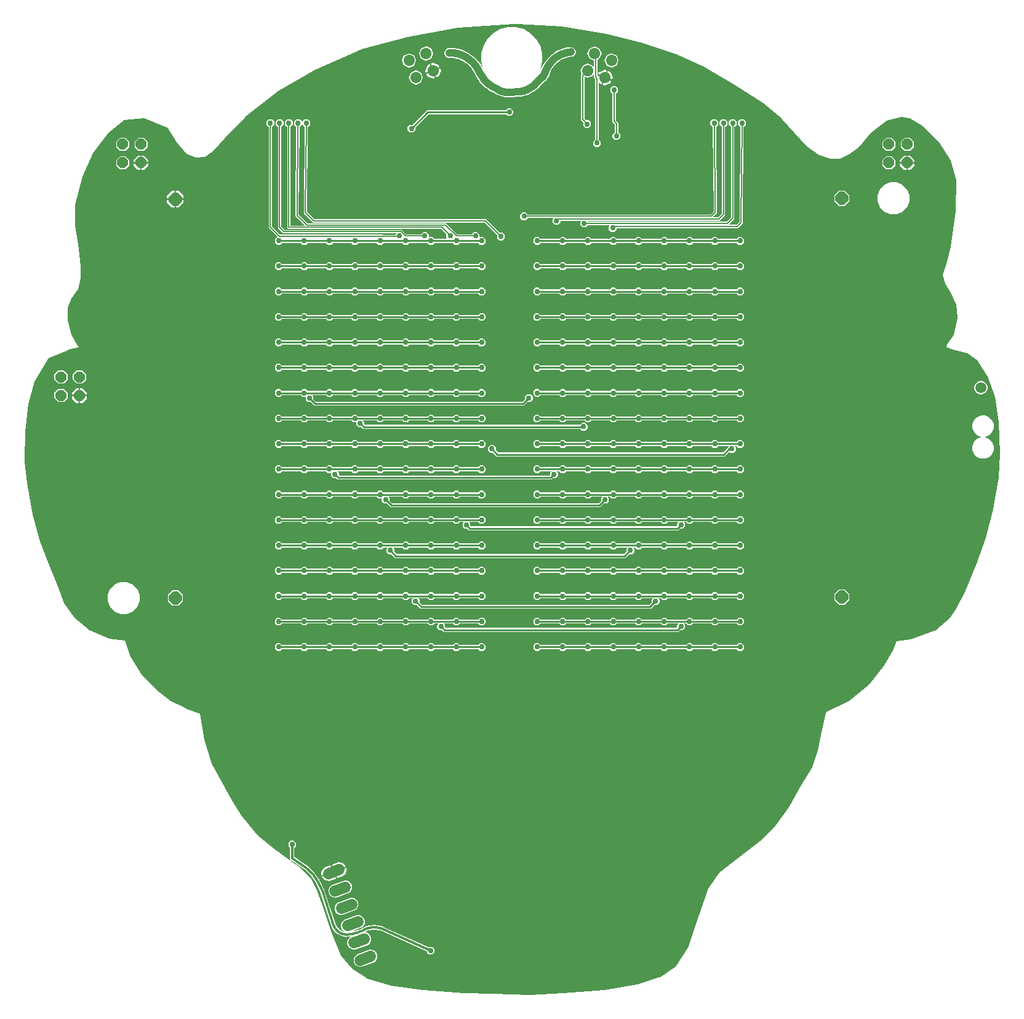
<source format=gbl>
G04 EAGLE Gerber X2 export*
G75*
%MOMM*%
%FSLAX34Y34*%
%LPD*%
%AMOC8*
5,1,8,0,0,1.08239X$1,22.5*%
G01*
%ADD10P,1.932066X8X292.500000*%
%ADD11P,1.932066X8X112.500000*%
%ADD12C,1.524000*%
%ADD13P,1.632244X8X22.500000*%
%ADD14P,1.632244X8X44.500000*%
%ADD15P,1.632244X8X360.500000*%
%ADD16C,0.756400*%
%ADD17C,0.152400*%
%ADD18C,0.254000*%
%ADD19C,0.406400*%
%ADD20C,0.304800*%
%ADD21C,1.016000*%
%ADD22C,0.203200*%
%ADD23C,1.500000*%

G36*
X775106Y180636D02*
X775106Y180636D01*
X775128Y180634D01*
X820848Y183174D01*
X820851Y183174D01*
X820854Y183174D01*
X878004Y186984D01*
X878027Y186990D01*
X878056Y186990D01*
X922506Y194610D01*
X922536Y194622D01*
X922575Y194627D01*
X954325Y204787D01*
X954373Y204814D01*
X954446Y204844D01*
X976036Y218814D01*
X976051Y218829D01*
X976071Y218839D01*
X976140Y218916D01*
X976179Y218954D01*
X976183Y218964D01*
X976191Y218973D01*
X992701Y245643D01*
X992719Y245689D01*
X992750Y245746D01*
X1007990Y290196D01*
X1020666Y326956D01*
X1035819Y348424D01*
X1062427Y368697D01*
X1062428Y368697D01*
X1062429Y368698D01*
X1095449Y394098D01*
X1095474Y394127D01*
X1095511Y394154D01*
X1113291Y413204D01*
X1113305Y413228D01*
X1113329Y413250D01*
X1127299Y432300D01*
X1127304Y432310D01*
X1127312Y432319D01*
X1132392Y439939D01*
X1132399Y439955D01*
X1132412Y439970D01*
X1148915Y469170D01*
X1164149Y493289D01*
X1164167Y493338D01*
X1164201Y493400D01*
X1171821Y516260D01*
X1171825Y516289D01*
X1171837Y516321D01*
X1176917Y541716D01*
X1181994Y564563D01*
X1183204Y569406D01*
X1214740Y584543D01*
X1214781Y584574D01*
X1214841Y584607D01*
X1242781Y607467D01*
X1242814Y607507D01*
X1242863Y607553D01*
X1263183Y634223D01*
X1263198Y634252D01*
X1263222Y634281D01*
X1274652Y654601D01*
X1274662Y654631D01*
X1274681Y654662D01*
X1279650Y667084D01*
X1299673Y669587D01*
X1299721Y669603D01*
X1299786Y669614D01*
X1334076Y682314D01*
X1334077Y682315D01*
X1334232Y682407D01*
X1353282Y698917D01*
X1353314Y698958D01*
X1353366Y699009D01*
X1362256Y711709D01*
X1362269Y711741D01*
X1362294Y711773D01*
X1373724Y734633D01*
X1373728Y734649D01*
X1373738Y734664D01*
X1390248Y774034D01*
X1390250Y774047D01*
X1390258Y774059D01*
X1402958Y809619D01*
X1402961Y809641D01*
X1402971Y809663D01*
X1413131Y849033D01*
X1413132Y849052D01*
X1413140Y849072D01*
X1420760Y892252D01*
X1420759Y892284D01*
X1420767Y892321D01*
X1422037Y925341D01*
X1422034Y925357D01*
X1422037Y925375D01*
X1420767Y968555D01*
X1420761Y968582D01*
X1420762Y968614D01*
X1415682Y1002904D01*
X1415666Y1002947D01*
X1415657Y1003003D01*
X1405497Y1030943D01*
X1405478Y1030974D01*
X1405475Y1030990D01*
X1405461Y1031008D01*
X1405446Y1031046D01*
X1391476Y1052636D01*
X1391474Y1052638D01*
X1391473Y1052640D01*
X1391348Y1052770D01*
X1377378Y1062930D01*
X1377372Y1062933D01*
X1377367Y1062938D01*
X1377203Y1063012D01*
X1356923Y1068082D01*
X1348499Y1071692D01*
X1349601Y1075000D01*
X1358458Y1088918D01*
X1358467Y1088942D01*
X1358525Y1089080D01*
X1363605Y1111940D01*
X1363606Y1111996D01*
X1363616Y1112086D01*
X1362346Y1129866D01*
X1362344Y1129875D01*
X1362344Y1129884D01*
X1362294Y1130057D01*
X1353404Y1147837D01*
X1353397Y1147845D01*
X1353393Y1147856D01*
X1347066Y1159245D01*
X1343325Y1170470D01*
X1349621Y1189360D01*
X1349623Y1189378D01*
X1349632Y1189397D01*
X1354712Y1209717D01*
X1354713Y1209745D01*
X1354723Y1209776D01*
X1361073Y1259306D01*
X1361072Y1259328D01*
X1361077Y1259355D01*
X1362347Y1301265D01*
X1362338Y1301319D01*
X1362328Y1301419D01*
X1354708Y1328089D01*
X1354682Y1328139D01*
X1354645Y1328226D01*
X1338135Y1353626D01*
X1338103Y1353660D01*
X1338069Y1353709D01*
X1316479Y1375299D01*
X1316435Y1375328D01*
X1316381Y1375375D01*
X1297331Y1386805D01*
X1297317Y1386810D01*
X1297305Y1386820D01*
X1297273Y1386830D01*
X1297254Y1386841D01*
X1297210Y1386849D01*
X1297180Y1386859D01*
X1297142Y1386872D01*
X1297138Y1386872D01*
X1297133Y1386873D01*
X1286973Y1388143D01*
X1286970Y1388143D01*
X1286967Y1388144D01*
X1286787Y1388132D01*
X1266467Y1383052D01*
X1266455Y1383047D01*
X1266442Y1383045D01*
X1266313Y1382979D01*
X1266286Y1382966D01*
X1266284Y1382964D01*
X1266282Y1382963D01*
X1244692Y1366453D01*
X1244674Y1366433D01*
X1244672Y1366431D01*
X1244669Y1366427D01*
X1244662Y1366419D01*
X1244617Y1366382D01*
X1228137Y1347367D01*
X1215523Y1337276D01*
X1201710Y1330997D01*
X1189196Y1330997D01*
X1172834Y1336032D01*
X1156437Y1347383D01*
X1122187Y1385439D01*
X1122162Y1385458D01*
X1122139Y1385487D01*
X1096739Y1407077D01*
X1096712Y1407091D01*
X1096685Y1407116D01*
X1057315Y1432516D01*
X1057306Y1432520D01*
X1057297Y1432527D01*
X1014117Y1457927D01*
X1014093Y1457936D01*
X1014068Y1457953D01*
X977238Y1474463D01*
X977214Y1474468D01*
X977190Y1474481D01*
X931470Y1489721D01*
X931452Y1489723D01*
X931433Y1489732D01*
X880633Y1502432D01*
X880614Y1502433D01*
X880593Y1502440D01*
X819633Y1512600D01*
X819609Y1512600D01*
X819582Y1512606D01*
X758622Y1516416D01*
X758607Y1516414D01*
X758590Y1516417D01*
X752240Y1516417D01*
X752224Y1516414D01*
X752206Y1516416D01*
X676006Y1511336D01*
X675980Y1511329D01*
X675948Y1511329D01*
X607368Y1498629D01*
X607350Y1498622D01*
X607327Y1498620D01*
X546367Y1482110D01*
X546337Y1482095D01*
X546298Y1482085D01*
X478988Y1452875D01*
X478964Y1452859D01*
X478932Y1452847D01*
X429402Y1423637D01*
X429380Y1423617D01*
X429349Y1423600D01*
X383629Y1388040D01*
X383610Y1388018D01*
X383581Y1387999D01*
X363261Y1367679D01*
X363254Y1367668D01*
X363243Y1367659D01*
X340422Y1342302D01*
X327878Y1333522D01*
X315433Y1332277D01*
X302966Y1337264D01*
X289101Y1353650D01*
X276420Y1373939D01*
X276372Y1373989D01*
X276331Y1374045D01*
X276302Y1374063D01*
X276282Y1374084D01*
X276236Y1374105D01*
X276178Y1374141D01*
X244428Y1386841D01*
X244427Y1386841D01*
X244401Y1386846D01*
X244399Y1386846D01*
X244371Y1386860D01*
X244287Y1386867D01*
X244231Y1386877D01*
X244213Y1386873D01*
X244212Y1386873D01*
X244192Y1386875D01*
X217522Y1384335D01*
X217464Y1384318D01*
X217405Y1384310D01*
X217389Y1384301D01*
X217373Y1384297D01*
X217353Y1384284D01*
X217330Y1384277D01*
X217296Y1384249D01*
X217248Y1384222D01*
X195658Y1366442D01*
X195626Y1366403D01*
X195579Y1366360D01*
X173989Y1338420D01*
X173965Y1338373D01*
X173926Y1338314D01*
X159956Y1306564D01*
X159948Y1306528D01*
X159929Y1306487D01*
X149769Y1267117D01*
X149766Y1267063D01*
X149753Y1266990D01*
X149753Y1239050D01*
X149760Y1239016D01*
X149758Y1238975D01*
X153567Y1213582D01*
X157373Y1183138D01*
X157373Y1166722D01*
X153601Y1151634D01*
X144764Y1139011D01*
X144744Y1138965D01*
X144709Y1138908D01*
X139629Y1126208D01*
X139628Y1126202D01*
X139625Y1126197D01*
X139593Y1126020D01*
X139593Y1109510D01*
X139603Y1109458D01*
X139608Y1109387D01*
X144688Y1089067D01*
X144711Y1089018D01*
X144735Y1088947D01*
X152355Y1074977D01*
X152391Y1074934D01*
X152441Y1074861D01*
X155618Y1071685D01*
X141247Y1068092D01*
X141217Y1068078D01*
X141178Y1068069D01*
X139214Y1067266D01*
X137974Y1066759D01*
X136734Y1066252D01*
X133015Y1064730D01*
X133014Y1064730D01*
X131775Y1064223D01*
X130535Y1063715D01*
X128055Y1062701D01*
X126815Y1062194D01*
X125575Y1061686D01*
X121855Y1060165D01*
X120615Y1059657D01*
X119375Y1059150D01*
X116895Y1058136D01*
X115655Y1057628D01*
X114415Y1057121D01*
X113238Y1056639D01*
X113178Y1056600D01*
X113114Y1056567D01*
X113093Y1056543D01*
X113071Y1056528D01*
X113042Y1056485D01*
X112995Y1056431D01*
X93945Y1024681D01*
X93927Y1024629D01*
X93892Y1024557D01*
X85002Y992807D01*
X84999Y992768D01*
X84985Y992722D01*
X81175Y955892D01*
X81177Y955875D01*
X81173Y955855D01*
X79903Y913945D01*
X79909Y913909D01*
X79907Y913864D01*
X83717Y884654D01*
X83721Y884644D01*
X83720Y884632D01*
X91340Y841452D01*
X91349Y841431D01*
X91351Y841405D01*
X101511Y804575D01*
X101521Y804555D01*
X101526Y804529D01*
X111686Y777859D01*
X111687Y777857D01*
X111688Y777855D01*
X125658Y742295D01*
X134547Y719436D01*
X134575Y719394D01*
X134602Y719333D01*
X148572Y699013D01*
X148612Y698973D01*
X148673Y698904D01*
X167723Y683664D01*
X167772Y683639D01*
X167838Y683595D01*
X197048Y670895D01*
X197103Y670883D01*
X197191Y670856D01*
X218461Y668354D01*
X225979Y645800D01*
X226005Y645754D01*
X226031Y645689D01*
X241271Y621559D01*
X241301Y621528D01*
X241331Y621482D01*
X261651Y599892D01*
X261677Y599873D01*
X261703Y599844D01*
X280753Y584604D01*
X280798Y584581D01*
X280854Y584541D01*
X302444Y574381D01*
X302458Y574378D01*
X302472Y574369D01*
X321260Y566854D01*
X327561Y531571D01*
X327571Y531544D01*
X327575Y531511D01*
X337735Y498491D01*
X337744Y498474D01*
X337745Y498473D01*
X337747Y498469D01*
X337757Y498451D01*
X337776Y498396D01*
X365716Y447596D01*
X365724Y447585D01*
X365730Y447571D01*
X378430Y427251D01*
X378450Y427229D01*
X378467Y427199D01*
X401327Y399259D01*
X401362Y399231D01*
X401398Y399188D01*
X422988Y381408D01*
X423002Y381401D01*
X423015Y381387D01*
X444871Y365776D01*
X444881Y365771D01*
X444889Y365764D01*
X444972Y365731D01*
X445054Y365694D01*
X445065Y365694D01*
X445075Y365690D01*
X445165Y365691D01*
X445254Y365689D01*
X445264Y365693D01*
X445275Y365693D01*
X445358Y365730D01*
X445441Y365762D01*
X445449Y365770D01*
X445459Y365775D01*
X445520Y365840D01*
X445585Y365902D01*
X445589Y365912D01*
X445596Y365920D01*
X445628Y366004D01*
X445663Y366087D01*
X445663Y366098D01*
X445667Y366108D01*
X445663Y366281D01*
X445663Y366287D01*
X445663Y366288D01*
X445597Y366621D01*
X445574Y366675D01*
X445561Y366733D01*
X445534Y366771D01*
X445519Y366806D01*
X445489Y366836D01*
X445458Y366881D01*
X445326Y367012D01*
X445326Y367923D01*
X445317Y367967D01*
X445316Y368022D01*
X445138Y368915D01*
X445241Y369070D01*
X445262Y369121D01*
X445276Y369143D01*
X445276Y369146D01*
X445294Y369174D01*
X445303Y369220D01*
X445317Y369256D01*
X445317Y369299D01*
X445326Y369352D01*
X445326Y382659D01*
X445325Y382667D01*
X445326Y382674D01*
X445305Y382764D01*
X445287Y382855D01*
X445282Y382862D01*
X445280Y382869D01*
X445178Y383017D01*
X443068Y385127D01*
X443068Y389523D01*
X446177Y392632D01*
X450573Y392632D01*
X453682Y389523D01*
X453682Y385127D01*
X451572Y383017D01*
X451568Y383011D01*
X451562Y383006D01*
X451513Y382928D01*
X451461Y382850D01*
X451460Y382843D01*
X451456Y382836D01*
X451424Y382659D01*
X451424Y370178D01*
X451435Y370121D01*
X451437Y370063D01*
X451455Y370024D01*
X451463Y369982D01*
X451496Y369934D01*
X451520Y369881D01*
X451554Y369848D01*
X451576Y369816D01*
X451612Y369793D01*
X451650Y369756D01*
X468220Y358709D01*
X468275Y358687D01*
X468324Y358656D01*
X468370Y358647D01*
X468406Y358633D01*
X468449Y358633D01*
X468502Y358624D01*
X468688Y358624D01*
X469332Y357980D01*
X469369Y357955D01*
X469409Y357916D01*
X470167Y357411D01*
X470203Y357229D01*
X470226Y357175D01*
X470239Y357117D01*
X470266Y357079D01*
X470281Y357044D01*
X470312Y357014D01*
X470342Y356969D01*
X478344Y348967D01*
X478393Y348935D01*
X478436Y348895D01*
X478479Y348877D01*
X478511Y348856D01*
X478554Y348848D01*
X478604Y348828D01*
X478786Y348792D01*
X479291Y348034D01*
X479323Y348003D01*
X479355Y347957D01*
X479999Y347313D01*
X479999Y347127D01*
X480010Y347069D01*
X480012Y347011D01*
X480031Y346968D01*
X480038Y346930D01*
X480063Y346894D01*
X480084Y346845D01*
X485160Y339231D01*
X485214Y339177D01*
X485263Y339118D01*
X485286Y339106D01*
X485302Y339090D01*
X485353Y339069D01*
X485422Y339031D01*
X485462Y339018D01*
X485928Y338086D01*
X485946Y338063D01*
X485960Y338032D01*
X486537Y337165D01*
X486529Y337124D01*
X486529Y337047D01*
X486522Y336970D01*
X486529Y336945D01*
X486529Y336923D01*
X486550Y336872D01*
X486573Y336797D01*
X491847Y326249D01*
X491891Y326192D01*
X491929Y326130D01*
X491954Y326111D01*
X491970Y326091D01*
X492016Y326065D01*
X492074Y326022D01*
X492143Y325987D01*
X492462Y325029D01*
X492473Y325010D01*
X492477Y324993D01*
X492484Y324983D01*
X492490Y324962D01*
X492942Y324059D01*
X492917Y323985D01*
X492908Y323913D01*
X492891Y323843D01*
X492896Y323813D01*
X492893Y323786D01*
X492907Y323736D01*
X492917Y323665D01*
X508417Y277164D01*
X508427Y277147D01*
X508432Y277125D01*
X509412Y274835D01*
X509442Y274791D01*
X509475Y274727D01*
X512489Y270781D01*
X512525Y270750D01*
X512611Y270667D01*
X516742Y267913D01*
X516786Y267895D01*
X516894Y267844D01*
X518785Y267346D01*
X518840Y267343D01*
X518894Y267330D01*
X518939Y267337D01*
X518985Y267335D01*
X519037Y267353D01*
X519092Y267362D01*
X519131Y267386D01*
X519174Y267401D01*
X519215Y267439D01*
X519262Y267468D01*
X519289Y267505D01*
X519322Y267536D01*
X519346Y267586D01*
X519378Y267632D01*
X519388Y267676D01*
X519407Y267718D01*
X519409Y267773D01*
X519421Y267828D01*
X519413Y267872D01*
X519415Y267918D01*
X519395Y267970D01*
X519385Y268025D01*
X519360Y268063D01*
X519344Y268106D01*
X519306Y268146D01*
X519275Y268193D01*
X519235Y268222D01*
X519206Y268251D01*
X519165Y268270D01*
X519128Y268297D01*
X519120Y268300D01*
X516662Y270983D01*
X515418Y274401D01*
X515577Y278036D01*
X517114Y281333D01*
X519796Y283791D01*
X537536Y290247D01*
X541170Y290089D01*
X544467Y288551D01*
X546925Y285869D01*
X548169Y282450D01*
X548011Y278816D01*
X546473Y275519D01*
X543791Y273061D01*
X533654Y269371D01*
X533583Y269328D01*
X533510Y269290D01*
X533499Y269277D01*
X533483Y269267D01*
X533435Y269200D01*
X533382Y269137D01*
X533377Y269119D01*
X533366Y269105D01*
X533347Y269024D01*
X533323Y268945D01*
X533325Y268927D01*
X533321Y268909D01*
X533335Y268828D01*
X533343Y268746D01*
X533352Y268730D01*
X533355Y268712D01*
X533399Y268642D01*
X533439Y268569D01*
X533453Y268558D01*
X533463Y268543D01*
X533531Y268496D01*
X533595Y268444D01*
X533613Y268439D01*
X533628Y268429D01*
X533708Y268412D01*
X533788Y268389D01*
X533807Y268391D01*
X533824Y268388D01*
X533895Y268400D01*
X533967Y268407D01*
X540335Y270227D01*
X540367Y270243D01*
X540409Y270254D01*
X545359Y272538D01*
X545365Y272542D01*
X545374Y272545D01*
X545377Y272548D01*
X545383Y272549D01*
X545592Y272659D01*
X545593Y272659D01*
X546687Y273234D01*
X550245Y275103D01*
X561087Y276866D01*
X571930Y275103D01*
X576697Y272599D01*
X576711Y272595D01*
X576724Y272586D01*
X635686Y246053D01*
X635700Y246050D01*
X635712Y246043D01*
X635797Y246028D01*
X635881Y246009D01*
X635895Y246011D01*
X635909Y246009D01*
X635993Y246029D01*
X636078Y246044D01*
X636091Y246051D01*
X636104Y246055D01*
X636217Y246132D01*
X636247Y246152D01*
X636249Y246155D01*
X636252Y246157D01*
X636677Y246582D01*
X641073Y246582D01*
X644182Y243473D01*
X644182Y239077D01*
X641073Y235968D01*
X636677Y235968D01*
X633568Y239077D01*
X633568Y239992D01*
X633548Y240090D01*
X633530Y240186D01*
X633529Y240187D01*
X633529Y240188D01*
X633472Y240271D01*
X633418Y240352D01*
X633417Y240353D01*
X633416Y240354D01*
X633402Y240363D01*
X633269Y240454D01*
X575353Y266517D01*
X575263Y266537D01*
X575173Y266561D01*
X575165Y266560D01*
X575158Y266561D01*
X575109Y266553D01*
X575099Y266551D01*
X574053Y267101D01*
X574039Y267105D01*
X574025Y267114D01*
X573627Y267294D01*
X573622Y267295D01*
X573618Y267298D01*
X569896Y268884D01*
X569845Y268895D01*
X569778Y268918D01*
X561169Y270318D01*
X561118Y270316D01*
X561006Y270318D01*
X552397Y268918D01*
X552348Y268900D01*
X552279Y268884D01*
X552210Y268855D01*
X551020Y268347D01*
X549830Y267840D01*
X548640Y267333D01*
X548441Y267248D01*
X548369Y267198D01*
X548294Y267152D01*
X548286Y267142D01*
X548276Y267135D01*
X548228Y267060D01*
X548177Y266989D01*
X548175Y266977D01*
X548168Y266966D01*
X548153Y266879D01*
X548133Y266793D01*
X548135Y266781D01*
X548133Y266768D01*
X548153Y266683D01*
X548168Y266596D01*
X548175Y266585D01*
X548178Y266573D01*
X548229Y266501D01*
X548277Y266427D01*
X548287Y266420D01*
X548295Y266410D01*
X548370Y266364D01*
X548442Y266314D01*
X548455Y266311D01*
X548465Y266305D01*
X548520Y266297D01*
X548618Y266275D01*
X549858Y266221D01*
X553155Y264683D01*
X555612Y262001D01*
X556857Y258582D01*
X556698Y254948D01*
X555161Y251651D01*
X552478Y249193D01*
X534739Y242736D01*
X531104Y242895D01*
X527807Y244432D01*
X525349Y247115D01*
X524105Y250533D01*
X524264Y254168D01*
X525801Y257465D01*
X528364Y259813D01*
X528383Y259839D01*
X528408Y259859D01*
X528441Y259919D01*
X528482Y259975D01*
X528489Y260006D01*
X528505Y260035D01*
X528512Y260103D01*
X528528Y260170D01*
X528522Y260202D01*
X528526Y260234D01*
X528506Y260300D01*
X528495Y260367D01*
X528477Y260395D01*
X528468Y260426D01*
X528424Y260479D01*
X528388Y260537D01*
X528361Y260555D01*
X528341Y260580D01*
X528280Y260612D01*
X528223Y260652D01*
X528192Y260658D01*
X528163Y260674D01*
X528082Y260682D01*
X528028Y260694D01*
X528007Y260690D01*
X527984Y260693D01*
X524797Y260459D01*
X524745Y260456D01*
X521189Y260195D01*
X514191Y262038D01*
X508170Y266052D01*
X503777Y271803D01*
X503099Y273839D01*
X503098Y273839D01*
X486838Y322621D01*
X486821Y322650D01*
X486810Y322688D01*
X480672Y334964D01*
X480654Y334987D01*
X480641Y335018D01*
X474609Y344066D01*
X474577Y344097D01*
X474545Y344143D01*
X465518Y353170D01*
X465481Y353195D01*
X465441Y353234D01*
X447580Y365141D01*
X447525Y365163D01*
X447476Y365194D01*
X447430Y365203D01*
X447394Y365217D01*
X447351Y365217D01*
X447298Y365226D01*
X447223Y365226D01*
X447180Y365217D01*
X447135Y365218D01*
X447082Y365198D01*
X447027Y365187D01*
X446990Y365162D01*
X446948Y365145D01*
X446908Y365106D01*
X446861Y365074D01*
X446837Y365037D01*
X446805Y365005D01*
X446783Y364953D01*
X446752Y364906D01*
X446744Y364862D01*
X446726Y364821D01*
X446726Y364764D01*
X446716Y364709D01*
X446726Y364665D01*
X446726Y364620D01*
X446747Y364568D01*
X446760Y364513D01*
X446786Y364477D01*
X446803Y364435D01*
X446847Y364390D01*
X446876Y364350D01*
X446903Y364333D01*
X446929Y364306D01*
X458541Y356012D01*
X473699Y340854D01*
X482534Y324445D01*
X491411Y299082D01*
X502841Y266064D01*
X502846Y266054D01*
X502849Y266042D01*
X515549Y234292D01*
X515576Y234251D01*
X515635Y234150D01*
X530875Y216370D01*
X530919Y216336D01*
X530979Y216278D01*
X550029Y203578D01*
X550080Y203557D01*
X550166Y203514D01*
X584456Y193354D01*
X584490Y193351D01*
X584528Y193338D01*
X628978Y186988D01*
X628996Y186989D01*
X629016Y186984D01*
X684896Y183174D01*
X684904Y183175D01*
X684914Y183173D01*
X725554Y181903D01*
X725555Y181903D01*
X725557Y181903D01*
X775087Y180633D01*
X775106Y180636D01*
G37*
%LPC*%
G36*
X427582Y1212753D02*
X427582Y1212753D01*
X424473Y1215862D01*
X424473Y1220258D01*
X427661Y1223446D01*
X427664Y1223450D01*
X427668Y1223453D01*
X427719Y1223534D01*
X427772Y1223613D01*
X427773Y1223618D01*
X427776Y1223622D01*
X427792Y1223716D01*
X427809Y1223810D01*
X427808Y1223815D01*
X427809Y1223820D01*
X427788Y1223912D01*
X427768Y1224006D01*
X427765Y1224010D01*
X427764Y1224015D01*
X427661Y1224163D01*
X415943Y1235881D01*
X415943Y1374592D01*
X415942Y1374600D01*
X415943Y1374607D01*
X415922Y1374697D01*
X415904Y1374788D01*
X415899Y1374795D01*
X415897Y1374802D01*
X415795Y1374950D01*
X412923Y1377822D01*
X412923Y1382218D01*
X416032Y1385327D01*
X420428Y1385327D01*
X423537Y1382218D01*
X423537Y1377822D01*
X420665Y1374950D01*
X420661Y1374944D01*
X420655Y1374939D01*
X420606Y1374861D01*
X420554Y1374784D01*
X420553Y1374776D01*
X420549Y1374769D01*
X420517Y1374592D01*
X420517Y1237985D01*
X420518Y1237978D01*
X420517Y1237970D01*
X420538Y1237880D01*
X420556Y1237789D01*
X420561Y1237782D01*
X420563Y1237775D01*
X420665Y1237627D01*
X431729Y1226563D01*
X431735Y1226559D01*
X431740Y1226553D01*
X431818Y1226504D01*
X431896Y1226452D01*
X431903Y1226451D01*
X431910Y1226447D01*
X432087Y1226415D01*
X572941Y1226415D01*
X573110Y1226245D01*
X573117Y1226241D01*
X573121Y1226235D01*
X573200Y1226186D01*
X573277Y1226134D01*
X573285Y1226133D01*
X573292Y1226129D01*
X573469Y1226097D01*
X590141Y1226097D01*
X590146Y1226098D01*
X590151Y1226097D01*
X590244Y1226118D01*
X590337Y1226136D01*
X590341Y1226139D01*
X590347Y1226140D01*
X590424Y1226196D01*
X590503Y1226249D01*
X590506Y1226253D01*
X590510Y1226256D01*
X590561Y1226338D01*
X590612Y1226417D01*
X590613Y1226422D01*
X590616Y1226427D01*
X590648Y1226604D01*
X590648Y1226834D01*
X591365Y1227551D01*
X591367Y1227554D01*
X591369Y1227555D01*
X591421Y1227635D01*
X591476Y1227718D01*
X591477Y1227721D01*
X591478Y1227723D01*
X591495Y1227819D01*
X591514Y1227915D01*
X591513Y1227918D01*
X591514Y1227920D01*
X591492Y1228017D01*
X591472Y1228111D01*
X591471Y1228113D01*
X591470Y1228116D01*
X591413Y1228196D01*
X591358Y1228276D01*
X591356Y1228277D01*
X591354Y1228279D01*
X591271Y1228331D01*
X591189Y1228383D01*
X591186Y1228384D01*
X591184Y1228385D01*
X591006Y1228417D01*
X435789Y1228417D01*
X428643Y1235563D01*
X428643Y1374592D01*
X428642Y1374600D01*
X428643Y1374607D01*
X428622Y1374697D01*
X428604Y1374788D01*
X428599Y1374795D01*
X428597Y1374802D01*
X428495Y1374950D01*
X425623Y1377822D01*
X425623Y1382218D01*
X428732Y1385327D01*
X433128Y1385327D01*
X436237Y1382218D01*
X436237Y1377822D01*
X433365Y1374950D01*
X433361Y1374944D01*
X433355Y1374939D01*
X433306Y1374861D01*
X433254Y1374783D01*
X433253Y1374776D01*
X433249Y1374769D01*
X433217Y1374592D01*
X433217Y1237667D01*
X433218Y1237660D01*
X433217Y1237652D01*
X433238Y1237562D01*
X433256Y1237471D01*
X433261Y1237464D01*
X433263Y1237457D01*
X433365Y1237309D01*
X437535Y1233139D01*
X437541Y1233135D01*
X437546Y1233129D01*
X437624Y1233080D01*
X437702Y1233028D01*
X437709Y1233027D01*
X437716Y1233023D01*
X437893Y1232991D01*
X599415Y1232991D01*
X605335Y1227071D01*
X605341Y1227067D01*
X605346Y1227061D01*
X605425Y1227012D01*
X605502Y1226960D01*
X605509Y1226959D01*
X605516Y1226955D01*
X605693Y1226923D01*
X625451Y1226923D01*
X625459Y1226924D01*
X625467Y1226923D01*
X625557Y1226944D01*
X625648Y1226962D01*
X625654Y1226967D01*
X625662Y1226969D01*
X625810Y1227071D01*
X628682Y1229943D01*
X633078Y1229943D01*
X636186Y1226834D01*
X636186Y1223646D01*
X636187Y1223643D01*
X636186Y1223641D01*
X636206Y1223547D01*
X636226Y1223449D01*
X636227Y1223447D01*
X636228Y1223445D01*
X636284Y1223365D01*
X636339Y1223283D01*
X636341Y1223282D01*
X636342Y1223280D01*
X636426Y1223227D01*
X636507Y1223174D01*
X636509Y1223174D01*
X636512Y1223172D01*
X636607Y1223156D01*
X636704Y1223139D01*
X636707Y1223139D01*
X636709Y1223139D01*
X636802Y1223161D01*
X636900Y1223182D01*
X636902Y1223184D01*
X636904Y1223184D01*
X637052Y1223287D01*
X637132Y1223367D01*
X641528Y1223367D01*
X643892Y1221003D01*
X643898Y1220999D01*
X643903Y1220993D01*
X643981Y1220944D01*
X644058Y1220892D01*
X644066Y1220891D01*
X644073Y1220887D01*
X644250Y1220855D01*
X660856Y1220855D01*
X660859Y1220855D01*
X660862Y1220855D01*
X660957Y1220875D01*
X661053Y1220894D01*
X661055Y1220896D01*
X661058Y1220896D01*
X661138Y1220952D01*
X661219Y1221007D01*
X661220Y1221009D01*
X661222Y1221011D01*
X661276Y1221094D01*
X661328Y1221175D01*
X661328Y1221178D01*
X661330Y1221180D01*
X661346Y1221276D01*
X661364Y1221372D01*
X661363Y1221375D01*
X661363Y1221377D01*
X661341Y1221472D01*
X661320Y1221568D01*
X661318Y1221570D01*
X661318Y1221573D01*
X661215Y1221721D01*
X660498Y1222438D01*
X660498Y1226499D01*
X660496Y1226506D01*
X660498Y1226514D01*
X660477Y1226604D01*
X660458Y1226695D01*
X660454Y1226702D01*
X660452Y1226709D01*
X660349Y1226857D01*
X653132Y1234075D01*
X653125Y1234079D01*
X653121Y1234085D01*
X653042Y1234134D01*
X652965Y1234186D01*
X652957Y1234187D01*
X652951Y1234191D01*
X652773Y1234223D01*
X442683Y1234223D01*
X441343Y1235563D01*
X441343Y1374592D01*
X441342Y1374600D01*
X441343Y1374607D01*
X441322Y1374697D01*
X441304Y1374788D01*
X441299Y1374795D01*
X441297Y1374802D01*
X441195Y1374950D01*
X438323Y1377822D01*
X438323Y1382218D01*
X441432Y1385327D01*
X445828Y1385327D01*
X448937Y1382218D01*
X448937Y1377822D01*
X446065Y1374950D01*
X446061Y1374944D01*
X446055Y1374939D01*
X446006Y1374861D01*
X445954Y1374783D01*
X445953Y1374776D01*
X445949Y1374769D01*
X445917Y1374592D01*
X445917Y1239304D01*
X445918Y1239299D01*
X445917Y1239294D01*
X445938Y1239201D01*
X445956Y1239107D01*
X445959Y1239103D01*
X445960Y1239098D01*
X446016Y1239020D01*
X446069Y1238942D01*
X446073Y1238939D01*
X446076Y1238935D01*
X446158Y1238884D01*
X446237Y1238832D01*
X446242Y1238832D01*
X446247Y1238829D01*
X446424Y1238797D01*
X464825Y1238797D01*
X464827Y1238797D01*
X464830Y1238797D01*
X464925Y1238817D01*
X465021Y1238836D01*
X465023Y1238838D01*
X465026Y1238838D01*
X465107Y1238894D01*
X465187Y1238949D01*
X465188Y1238951D01*
X465191Y1238953D01*
X465244Y1239036D01*
X465296Y1239117D01*
X465297Y1239120D01*
X465298Y1239122D01*
X465315Y1239218D01*
X465332Y1239314D01*
X465331Y1239317D01*
X465332Y1239319D01*
X465310Y1239413D01*
X465288Y1239510D01*
X465287Y1239512D01*
X465286Y1239515D01*
X465183Y1239663D01*
X454250Y1250596D01*
X454245Y1250599D01*
X454242Y1250604D01*
X454200Y1250630D01*
X453437Y1251409D01*
X453435Y1251410D01*
X453433Y1251413D01*
X452764Y1252082D01*
X452773Y1253029D01*
X452773Y1253032D01*
X452773Y1253034D01*
X452773Y1254123D01*
X452785Y1254184D01*
X453989Y1374641D01*
X453987Y1374651D01*
X453989Y1374661D01*
X453969Y1374749D01*
X453952Y1374837D01*
X453946Y1374846D01*
X453944Y1374856D01*
X453841Y1375004D01*
X451023Y1377822D01*
X451023Y1382218D01*
X454132Y1385327D01*
X458528Y1385327D01*
X461686Y1382169D01*
X461691Y1382166D01*
X461694Y1382161D01*
X461774Y1382110D01*
X461853Y1382058D01*
X461858Y1382057D01*
X461863Y1382054D01*
X461957Y1382038D01*
X462050Y1382020D01*
X462055Y1382021D01*
X462060Y1382020D01*
X462153Y1382042D01*
X462246Y1382062D01*
X462251Y1382065D01*
X462256Y1382066D01*
X462404Y1382169D01*
X465562Y1385327D01*
X469958Y1385327D01*
X473067Y1382218D01*
X473067Y1377822D01*
X470139Y1374894D01*
X470136Y1374890D01*
X470132Y1374887D01*
X470081Y1374807D01*
X470028Y1374727D01*
X470027Y1374722D01*
X470024Y1374718D01*
X469990Y1374541D01*
X468789Y1257981D01*
X468791Y1257970D01*
X468789Y1257960D01*
X468809Y1257872D01*
X468826Y1257784D01*
X468832Y1257775D01*
X468834Y1257765D01*
X468937Y1257617D01*
X478719Y1247835D01*
X478725Y1247831D01*
X478730Y1247825D01*
X478808Y1247776D01*
X478886Y1247724D01*
X478893Y1247723D01*
X478900Y1247719D01*
X479077Y1247687D01*
X715012Y1247687D01*
X733433Y1229265D01*
X733439Y1229262D01*
X733443Y1229256D01*
X733444Y1229256D01*
X733444Y1229255D01*
X733523Y1229206D01*
X733600Y1229154D01*
X733608Y1229153D01*
X733615Y1229149D01*
X733792Y1229117D01*
X737853Y1229117D01*
X740961Y1226008D01*
X740961Y1221612D01*
X737853Y1218503D01*
X733457Y1218503D01*
X730348Y1221612D01*
X730348Y1225673D01*
X730346Y1225680D01*
X730348Y1225688D01*
X730327Y1225778D01*
X730308Y1225869D01*
X730304Y1225876D01*
X730302Y1225883D01*
X730199Y1226031D01*
X713266Y1242965D01*
X713259Y1242969D01*
X713255Y1242975D01*
X713176Y1243024D01*
X713099Y1243076D01*
X713091Y1243077D01*
X713085Y1243081D01*
X712907Y1243113D01*
X476973Y1243113D01*
X475485Y1244601D01*
X465679Y1254407D01*
X465675Y1254410D01*
X465672Y1254414D01*
X465629Y1254441D01*
X464868Y1255218D01*
X464866Y1255220D01*
X464864Y1255222D01*
X464193Y1255893D01*
X464203Y1256839D01*
X464203Y1256842D01*
X464203Y1256844D01*
X464203Y1257932D01*
X464215Y1257994D01*
X465418Y1374642D01*
X465416Y1374652D01*
X465418Y1374663D01*
X465397Y1374750D01*
X465380Y1374839D01*
X465374Y1374848D01*
X465372Y1374858D01*
X465269Y1375006D01*
X462404Y1377871D01*
X462399Y1377874D01*
X462396Y1377879D01*
X462316Y1377930D01*
X462237Y1377982D01*
X462232Y1377983D01*
X462227Y1377986D01*
X462133Y1378002D01*
X462040Y1378020D01*
X462035Y1378019D01*
X462030Y1378020D01*
X461937Y1377998D01*
X461844Y1377978D01*
X461839Y1377975D01*
X461834Y1377974D01*
X461686Y1377871D01*
X458711Y1374896D01*
X458708Y1374891D01*
X458703Y1374888D01*
X458652Y1374808D01*
X458600Y1374729D01*
X458599Y1374724D01*
X458596Y1374719D01*
X458562Y1374542D01*
X457358Y1254171D01*
X457360Y1254161D01*
X457359Y1254150D01*
X457379Y1254063D01*
X457396Y1253974D01*
X457402Y1253965D01*
X457404Y1253955D01*
X457507Y1253807D01*
X469321Y1241993D01*
X469327Y1241989D01*
X469332Y1241983D01*
X469410Y1241934D01*
X469488Y1241882D01*
X469495Y1241881D01*
X469502Y1241877D01*
X469679Y1241845D01*
X660411Y1241845D01*
X675185Y1227071D01*
X675191Y1227067D01*
X675196Y1227061D01*
X675275Y1227012D01*
X675352Y1226960D01*
X675359Y1226959D01*
X675366Y1226955D01*
X675543Y1226923D01*
X695301Y1226923D01*
X695309Y1226924D01*
X695317Y1226923D01*
X695407Y1226944D01*
X695498Y1226962D01*
X695504Y1226967D01*
X695512Y1226969D01*
X695660Y1227071D01*
X698532Y1229943D01*
X702928Y1229943D01*
X706036Y1226834D01*
X706036Y1223646D01*
X706037Y1223643D01*
X706036Y1223641D01*
X706056Y1223547D01*
X706076Y1223449D01*
X706077Y1223447D01*
X706078Y1223445D01*
X706134Y1223365D01*
X706189Y1223283D01*
X706191Y1223282D01*
X706192Y1223280D01*
X706276Y1223227D01*
X706357Y1223174D01*
X706359Y1223174D01*
X706362Y1223172D01*
X706457Y1223156D01*
X706554Y1223139D01*
X706557Y1223139D01*
X706559Y1223139D01*
X706652Y1223161D01*
X706750Y1223182D01*
X706752Y1223184D01*
X706754Y1223184D01*
X706902Y1223287D01*
X706982Y1223367D01*
X711378Y1223367D01*
X714487Y1220258D01*
X714487Y1215862D01*
X711378Y1212753D01*
X706982Y1212753D01*
X704618Y1215117D01*
X704612Y1215121D01*
X704607Y1215127D01*
X704529Y1215176D01*
X704451Y1215228D01*
X704444Y1215229D01*
X704437Y1215233D01*
X704260Y1215265D01*
X679175Y1215265D01*
X679167Y1215264D01*
X679160Y1215265D01*
X679070Y1215244D01*
X678979Y1215226D01*
X678972Y1215221D01*
X678965Y1215219D01*
X678817Y1215117D01*
X676453Y1212753D01*
X672057Y1212753D01*
X669693Y1215117D01*
X669687Y1215121D01*
X669682Y1215127D01*
X669604Y1215176D01*
X669526Y1215228D01*
X669519Y1215229D01*
X669512Y1215233D01*
X669335Y1215265D01*
X644250Y1215265D01*
X644242Y1215264D01*
X644235Y1215265D01*
X644145Y1215244D01*
X644054Y1215226D01*
X644047Y1215221D01*
X644040Y1215219D01*
X643892Y1215117D01*
X641528Y1212753D01*
X637132Y1212753D01*
X634768Y1215117D01*
X634762Y1215121D01*
X634757Y1215127D01*
X634679Y1215176D01*
X634602Y1215228D01*
X634594Y1215229D01*
X634587Y1215233D01*
X634410Y1215265D01*
X609325Y1215265D01*
X609317Y1215264D01*
X609310Y1215265D01*
X609220Y1215244D01*
X609129Y1215226D01*
X609122Y1215221D01*
X609115Y1215219D01*
X608967Y1215117D01*
X606603Y1212753D01*
X602207Y1212753D01*
X599843Y1215117D01*
X599837Y1215121D01*
X599832Y1215127D01*
X599754Y1215176D01*
X599677Y1215228D01*
X599669Y1215229D01*
X599662Y1215233D01*
X599485Y1215265D01*
X574400Y1215265D01*
X574392Y1215264D01*
X574385Y1215265D01*
X574295Y1215244D01*
X574204Y1215226D01*
X574197Y1215221D01*
X574190Y1215219D01*
X574042Y1215117D01*
X571678Y1212753D01*
X567282Y1212753D01*
X564918Y1215117D01*
X564912Y1215121D01*
X564907Y1215127D01*
X564829Y1215176D01*
X564752Y1215228D01*
X564744Y1215229D01*
X564737Y1215233D01*
X564560Y1215265D01*
X539475Y1215265D01*
X539467Y1215264D01*
X539460Y1215265D01*
X539370Y1215244D01*
X539279Y1215226D01*
X539272Y1215221D01*
X539265Y1215219D01*
X539117Y1215117D01*
X536753Y1212753D01*
X532357Y1212753D01*
X529993Y1215117D01*
X529987Y1215121D01*
X529982Y1215127D01*
X529904Y1215176D01*
X529827Y1215228D01*
X529819Y1215229D01*
X529812Y1215233D01*
X529635Y1215265D01*
X504550Y1215265D01*
X504542Y1215264D01*
X504535Y1215265D01*
X504445Y1215244D01*
X504354Y1215226D01*
X504347Y1215221D01*
X504340Y1215219D01*
X504192Y1215117D01*
X501828Y1212753D01*
X497432Y1212753D01*
X495068Y1215117D01*
X495062Y1215121D01*
X495057Y1215127D01*
X494979Y1215176D01*
X494902Y1215228D01*
X494894Y1215229D01*
X494887Y1215233D01*
X494710Y1215265D01*
X469625Y1215265D01*
X469617Y1215264D01*
X469610Y1215265D01*
X469520Y1215244D01*
X469429Y1215226D01*
X469422Y1215221D01*
X469415Y1215219D01*
X469267Y1215117D01*
X466903Y1212753D01*
X462507Y1212753D01*
X460143Y1215117D01*
X460137Y1215121D01*
X460132Y1215127D01*
X460054Y1215176D01*
X459977Y1215228D01*
X459969Y1215229D01*
X459962Y1215233D01*
X459785Y1215265D01*
X434700Y1215265D01*
X434692Y1215264D01*
X434685Y1215265D01*
X434595Y1215244D01*
X434504Y1215226D01*
X434497Y1215221D01*
X434490Y1215219D01*
X434342Y1215117D01*
X431978Y1212753D01*
X427582Y1212753D01*
G37*
%LPD*%
%LPC*%
G36*
X746125Y1415334D02*
X746125Y1415334D01*
X746070Y1415340D01*
X745990Y1415357D01*
X741446Y1415492D01*
X730831Y1418525D01*
X726059Y1421301D01*
X725864Y1421414D01*
X720697Y1424420D01*
X716719Y1427086D01*
X715571Y1427854D01*
X715571Y1427855D01*
X715544Y1427873D01*
X714368Y1428660D01*
X714368Y1428661D01*
X712747Y1429747D01*
X707987Y1434507D01*
X706901Y1436128D01*
X706900Y1436128D01*
X706238Y1437117D01*
X706113Y1437304D01*
X705326Y1438479D01*
X701802Y1443737D01*
X698820Y1449321D01*
X698154Y1450569D01*
X698146Y1450579D01*
X698140Y1450593D01*
X696061Y1454015D01*
X696035Y1454043D01*
X696012Y1454083D01*
X690787Y1460135D01*
X690748Y1460165D01*
X690704Y1460211D01*
X684276Y1464966D01*
X684232Y1464987D01*
X684179Y1465023D01*
X676863Y1468248D01*
X676816Y1468259D01*
X676756Y1468282D01*
X668910Y1469819D01*
X668872Y1469819D01*
X668826Y1469829D01*
X664824Y1469938D01*
X664811Y1469936D01*
X664796Y1469938D01*
X663483Y1469901D01*
X661028Y1470838D01*
X659118Y1472643D01*
X658045Y1475041D01*
X657971Y1477667D01*
X658908Y1480122D01*
X660713Y1482032D01*
X663111Y1483105D01*
X664424Y1483142D01*
X669971Y1483298D01*
X680862Y1481164D01*
X691017Y1476687D01*
X699939Y1470087D01*
X707192Y1461686D01*
X709499Y1457366D01*
X709527Y1457332D01*
X709546Y1457294D01*
X709590Y1457256D01*
X709627Y1457211D01*
X709665Y1457191D01*
X709698Y1457163D01*
X709753Y1457145D01*
X709804Y1457118D01*
X709847Y1457114D01*
X709888Y1457101D01*
X709946Y1457106D01*
X710004Y1457101D01*
X710045Y1457114D01*
X710088Y1457117D01*
X710139Y1457144D01*
X710195Y1457162D01*
X710227Y1457190D01*
X710266Y1457210D01*
X710303Y1457255D01*
X710347Y1457293D01*
X710366Y1457331D01*
X710394Y1457365D01*
X710410Y1457420D01*
X710436Y1457472D01*
X710439Y1457515D01*
X710452Y1457556D01*
X710446Y1457622D01*
X710449Y1457672D01*
X710439Y1457703D01*
X710437Y1457736D01*
X708584Y1464649D01*
X708584Y1475684D01*
X711440Y1486344D01*
X716958Y1495900D01*
X724761Y1503704D01*
X734318Y1509221D01*
X744977Y1512077D01*
X756013Y1512077D01*
X766672Y1509221D01*
X776229Y1503704D01*
X784032Y1495900D01*
X789550Y1486344D01*
X792406Y1475684D01*
X792406Y1464649D01*
X789654Y1454379D01*
X789654Y1454373D01*
X789651Y1454368D01*
X789647Y1454274D01*
X789641Y1454179D01*
X789643Y1454174D01*
X789643Y1454168D01*
X789676Y1454079D01*
X789707Y1453990D01*
X789711Y1453986D01*
X789713Y1453980D01*
X789778Y1453911D01*
X789841Y1453841D01*
X789847Y1453839D01*
X789851Y1453834D01*
X789937Y1453796D01*
X790023Y1453756D01*
X790029Y1453755D01*
X790034Y1453753D01*
X790129Y1453751D01*
X790223Y1453747D01*
X790229Y1453749D01*
X790235Y1453749D01*
X790322Y1453784D01*
X790411Y1453817D01*
X790415Y1453821D01*
X790421Y1453823D01*
X790552Y1453947D01*
X790795Y1454276D01*
X790818Y1454326D01*
X790861Y1454397D01*
X792938Y1459878D01*
X801162Y1470815D01*
X812109Y1479026D01*
X824912Y1483859D01*
X831733Y1484394D01*
X833042Y1484497D01*
X835541Y1483685D01*
X837539Y1481978D01*
X838732Y1479637D01*
X838937Y1477018D01*
X838125Y1474519D01*
X836418Y1472521D01*
X834077Y1471328D01*
X832767Y1471226D01*
X832751Y1471221D01*
X832732Y1471221D01*
X827931Y1470501D01*
X827887Y1470485D01*
X827827Y1470474D01*
X818766Y1467053D01*
X818719Y1467023D01*
X818641Y1466985D01*
X810893Y1461174D01*
X810856Y1461132D01*
X810792Y1461073D01*
X804971Y1453332D01*
X804951Y1453289D01*
X804916Y1453240D01*
X802992Y1449074D01*
X802982Y1449032D01*
X802960Y1448984D01*
X802250Y1446126D01*
X798752Y1440005D01*
X797246Y1438527D01*
X796236Y1437536D01*
X796236Y1437535D01*
X796235Y1437535D01*
X792454Y1433789D01*
X792453Y1433787D01*
X792451Y1433786D01*
X788705Y1430005D01*
X788705Y1430004D01*
X788704Y1430004D01*
X788001Y1429288D01*
X787713Y1428994D01*
X786117Y1427368D01*
X780207Y1422935D01*
X776951Y1421189D01*
X776744Y1421078D01*
X773414Y1419292D01*
X765725Y1416986D01*
X763137Y1416750D01*
X760344Y1416497D01*
X760319Y1416494D01*
X748728Y1415441D01*
X748675Y1415425D01*
X748594Y1415410D01*
X748277Y1415289D01*
X747392Y1415315D01*
X747364Y1415311D01*
X747331Y1415314D01*
X746450Y1415233D01*
X746125Y1415334D01*
G37*
%LPD*%
%LPC*%
G36*
X887202Y1230497D02*
X887202Y1230497D01*
X884093Y1233606D01*
X884093Y1238002D01*
X884811Y1238719D01*
X884812Y1238722D01*
X884814Y1238723D01*
X884866Y1238803D01*
X884921Y1238886D01*
X884922Y1238889D01*
X884923Y1238891D01*
X884941Y1238987D01*
X884959Y1239083D01*
X884959Y1239086D01*
X884959Y1239088D01*
X884938Y1239185D01*
X884917Y1239279D01*
X884916Y1239281D01*
X884915Y1239284D01*
X884859Y1239364D01*
X884803Y1239444D01*
X884801Y1239445D01*
X884799Y1239447D01*
X884716Y1239499D01*
X884634Y1239551D01*
X884631Y1239552D01*
X884629Y1239553D01*
X884452Y1239585D01*
X855458Y1239585D01*
X855450Y1239584D01*
X855443Y1239585D01*
X855353Y1239564D01*
X855262Y1239546D01*
X855255Y1239541D01*
X855248Y1239539D01*
X855100Y1239437D01*
X852228Y1236565D01*
X847832Y1236565D01*
X844723Y1239674D01*
X844723Y1244070D01*
X845441Y1244787D01*
X845442Y1244790D01*
X845444Y1244791D01*
X845496Y1244871D01*
X845551Y1244954D01*
X845552Y1244957D01*
X845553Y1244959D01*
X845571Y1245055D01*
X845589Y1245151D01*
X845589Y1245154D01*
X845589Y1245156D01*
X845568Y1245253D01*
X845547Y1245347D01*
X845546Y1245349D01*
X845545Y1245352D01*
X845489Y1245432D01*
X845433Y1245512D01*
X845431Y1245513D01*
X845429Y1245515D01*
X845346Y1245567D01*
X845264Y1245619D01*
X845261Y1245620D01*
X845259Y1245621D01*
X845082Y1245653D01*
X817744Y1245653D01*
X817739Y1245652D01*
X817734Y1245653D01*
X817641Y1245632D01*
X817547Y1245614D01*
X817543Y1245611D01*
X817538Y1245610D01*
X817460Y1245554D01*
X817382Y1245501D01*
X817379Y1245497D01*
X817375Y1245494D01*
X817324Y1245412D01*
X817272Y1245333D01*
X817272Y1245328D01*
X817269Y1245323D01*
X817237Y1245146D01*
X817237Y1243484D01*
X814128Y1240375D01*
X809732Y1240375D01*
X806623Y1243484D01*
X806623Y1247880D01*
X807341Y1248597D01*
X807342Y1248600D01*
X807344Y1248601D01*
X807396Y1248681D01*
X807451Y1248764D01*
X807452Y1248767D01*
X807453Y1248769D01*
X807471Y1248865D01*
X807489Y1248961D01*
X807489Y1248964D01*
X807489Y1248966D01*
X807468Y1249063D01*
X807447Y1249157D01*
X807446Y1249159D01*
X807445Y1249162D01*
X807389Y1249242D01*
X807333Y1249322D01*
X807331Y1249323D01*
X807329Y1249325D01*
X807246Y1249377D01*
X807164Y1249429D01*
X807161Y1249430D01*
X807159Y1249431D01*
X806982Y1249463D01*
X772908Y1249463D01*
X772900Y1249462D01*
X772893Y1249463D01*
X772803Y1249442D01*
X772712Y1249424D01*
X772705Y1249419D01*
X772698Y1249417D01*
X772550Y1249315D01*
X769678Y1246443D01*
X765282Y1246443D01*
X762173Y1249552D01*
X762173Y1253948D01*
X765282Y1257057D01*
X769678Y1257057D01*
X772550Y1254185D01*
X772556Y1254181D01*
X772561Y1254175D01*
X772639Y1254126D01*
X772717Y1254074D01*
X772724Y1254073D01*
X772731Y1254069D01*
X772908Y1254037D01*
X1024133Y1254037D01*
X1024140Y1254038D01*
X1024148Y1254037D01*
X1024238Y1254058D01*
X1024329Y1254076D01*
X1024336Y1254081D01*
X1024343Y1254083D01*
X1024491Y1254185D01*
X1027923Y1257617D01*
X1027929Y1257625D01*
X1027937Y1257632D01*
X1027984Y1257709D01*
X1028034Y1257784D01*
X1028036Y1257794D01*
X1028041Y1257803D01*
X1028071Y1257981D01*
X1026870Y1374541D01*
X1026869Y1374546D01*
X1026869Y1374551D01*
X1026848Y1374644D01*
X1026828Y1374737D01*
X1026825Y1374741D01*
X1026824Y1374746D01*
X1026721Y1374894D01*
X1023793Y1377822D01*
X1023793Y1382218D01*
X1026902Y1385327D01*
X1031298Y1385327D01*
X1034407Y1382218D01*
X1034407Y1377822D01*
X1031591Y1375006D01*
X1031585Y1374997D01*
X1031576Y1374991D01*
X1031530Y1374914D01*
X1031480Y1374839D01*
X1031478Y1374829D01*
X1031472Y1374820D01*
X1031442Y1374642D01*
X1032645Y1257994D01*
X1032646Y1257989D01*
X1032645Y1257984D01*
X1032657Y1257934D01*
X1032657Y1256844D01*
X1032657Y1256842D01*
X1032657Y1256839D01*
X1032667Y1255893D01*
X1031996Y1255222D01*
X1031995Y1255220D01*
X1031992Y1255218D01*
X1031233Y1254443D01*
X1031181Y1254407D01*
X1027867Y1251093D01*
X1027865Y1251090D01*
X1027863Y1251089D01*
X1027810Y1251008D01*
X1027756Y1250926D01*
X1027755Y1250923D01*
X1027754Y1250921D01*
X1027736Y1250825D01*
X1027718Y1250729D01*
X1027719Y1250726D01*
X1027718Y1250724D01*
X1027740Y1250627D01*
X1027760Y1250533D01*
X1027761Y1250531D01*
X1027762Y1250528D01*
X1027818Y1250448D01*
X1027874Y1250368D01*
X1027876Y1250367D01*
X1027878Y1250365D01*
X1027960Y1250313D01*
X1028043Y1250261D01*
X1028046Y1250260D01*
X1028048Y1250259D01*
X1028225Y1250227D01*
X1034293Y1250227D01*
X1034300Y1250228D01*
X1034308Y1250227D01*
X1034398Y1250248D01*
X1034489Y1250266D01*
X1034496Y1250271D01*
X1034503Y1250273D01*
X1034651Y1250375D01*
X1039365Y1255089D01*
X1039369Y1255095D01*
X1039375Y1255100D01*
X1039424Y1255178D01*
X1039476Y1255256D01*
X1039477Y1255263D01*
X1039481Y1255270D01*
X1039513Y1255447D01*
X1039513Y1374592D01*
X1039512Y1374600D01*
X1039513Y1374607D01*
X1039492Y1374697D01*
X1039474Y1374788D01*
X1039469Y1374795D01*
X1039467Y1374802D01*
X1039365Y1374950D01*
X1036493Y1377822D01*
X1036493Y1382218D01*
X1039602Y1385327D01*
X1043998Y1385327D01*
X1047107Y1382218D01*
X1047107Y1377822D01*
X1044235Y1374950D01*
X1044231Y1374944D01*
X1044225Y1374939D01*
X1044176Y1374861D01*
X1044124Y1374784D01*
X1044123Y1374776D01*
X1044119Y1374769D01*
X1044087Y1374592D01*
X1044087Y1253343D01*
X1036397Y1245653D01*
X854978Y1245653D01*
X854976Y1245653D01*
X854973Y1245653D01*
X854878Y1245633D01*
X854782Y1245614D01*
X854779Y1245612D01*
X854777Y1245612D01*
X854697Y1245556D01*
X854616Y1245501D01*
X854614Y1245499D01*
X854612Y1245497D01*
X854559Y1245414D01*
X854507Y1245333D01*
X854506Y1245330D01*
X854505Y1245328D01*
X854488Y1245232D01*
X854471Y1245136D01*
X854472Y1245133D01*
X854471Y1245131D01*
X854493Y1245035D01*
X854515Y1244940D01*
X854516Y1244938D01*
X854517Y1244935D01*
X854620Y1244787D01*
X855100Y1244307D01*
X855106Y1244303D01*
X855111Y1244297D01*
X855190Y1244248D01*
X855267Y1244196D01*
X855274Y1244195D01*
X855281Y1244191D01*
X855458Y1244159D01*
X1046005Y1244159D01*
X1046012Y1244160D01*
X1046020Y1244159D01*
X1046110Y1244180D01*
X1046201Y1244198D01*
X1046208Y1244203D01*
X1046215Y1244205D01*
X1046363Y1244307D01*
X1052065Y1250009D01*
X1052069Y1250015D01*
X1052075Y1250020D01*
X1052124Y1250098D01*
X1052176Y1250176D01*
X1052177Y1250183D01*
X1052181Y1250190D01*
X1052213Y1250367D01*
X1052213Y1374592D01*
X1052212Y1374600D01*
X1052213Y1374607D01*
X1052192Y1374697D01*
X1052174Y1374788D01*
X1052169Y1374795D01*
X1052167Y1374802D01*
X1052065Y1374950D01*
X1049193Y1377822D01*
X1049193Y1382218D01*
X1052302Y1385327D01*
X1056698Y1385327D01*
X1059807Y1382218D01*
X1059807Y1377822D01*
X1056935Y1374950D01*
X1056931Y1374944D01*
X1056925Y1374939D01*
X1056876Y1374861D01*
X1056824Y1374783D01*
X1056823Y1374776D01*
X1056819Y1374769D01*
X1056787Y1374592D01*
X1056787Y1248263D01*
X1055299Y1246775D01*
X1049457Y1240933D01*
X1049455Y1240930D01*
X1049453Y1240929D01*
X1049400Y1240848D01*
X1049346Y1240766D01*
X1049345Y1240763D01*
X1049344Y1240761D01*
X1049326Y1240665D01*
X1049308Y1240569D01*
X1049309Y1240566D01*
X1049308Y1240564D01*
X1049330Y1240467D01*
X1049350Y1240373D01*
X1049351Y1240371D01*
X1049352Y1240368D01*
X1049408Y1240288D01*
X1049464Y1240208D01*
X1049466Y1240207D01*
X1049468Y1240205D01*
X1049550Y1240153D01*
X1049633Y1240101D01*
X1049636Y1240100D01*
X1049638Y1240099D01*
X1049815Y1240067D01*
X1059693Y1240067D01*
X1059700Y1240068D01*
X1059708Y1240067D01*
X1059798Y1240088D01*
X1059889Y1240106D01*
X1059896Y1240111D01*
X1059903Y1240113D01*
X1060051Y1240215D01*
X1063505Y1243669D01*
X1063508Y1243674D01*
X1063513Y1243677D01*
X1063564Y1243757D01*
X1063616Y1243836D01*
X1063617Y1243842D01*
X1063620Y1243846D01*
X1063654Y1244023D01*
X1064863Y1374637D01*
X1064861Y1374647D01*
X1064863Y1374657D01*
X1064843Y1374745D01*
X1064826Y1374834D01*
X1064820Y1374842D01*
X1064818Y1374852D01*
X1064715Y1375000D01*
X1061893Y1377822D01*
X1061893Y1382218D01*
X1065002Y1385327D01*
X1069398Y1385327D01*
X1072507Y1382218D01*
X1072507Y1377822D01*
X1069585Y1374900D01*
X1069582Y1374895D01*
X1069577Y1374892D01*
X1069527Y1374812D01*
X1069474Y1374733D01*
X1069473Y1374727D01*
X1069470Y1374723D01*
X1069436Y1374546D01*
X1068217Y1242853D01*
X1068217Y1242851D01*
X1068217Y1242848D01*
X1068217Y1241900D01*
X1067542Y1241238D01*
X1067541Y1241236D01*
X1067539Y1241235D01*
X1063285Y1236981D01*
X1061797Y1235493D01*
X895214Y1235493D01*
X895209Y1235492D01*
X895204Y1235493D01*
X895111Y1235472D01*
X895017Y1235454D01*
X895013Y1235451D01*
X895008Y1235450D01*
X894930Y1235394D01*
X894852Y1235341D01*
X894849Y1235337D01*
X894845Y1235334D01*
X894794Y1235252D01*
X894742Y1235173D01*
X894742Y1235168D01*
X894739Y1235163D01*
X894707Y1234986D01*
X894707Y1233606D01*
X891598Y1230497D01*
X887202Y1230497D01*
G37*
%LPD*%
%LPC*%
G36*
X624907Y711555D02*
X624907Y711555D01*
X619758Y716705D01*
X619751Y716709D01*
X619747Y716715D01*
X619668Y716764D01*
X619591Y716816D01*
X619583Y716817D01*
X619577Y716821D01*
X619399Y716853D01*
X616057Y716853D01*
X612948Y719962D01*
X612948Y724358D01*
X614040Y725449D01*
X614041Y725452D01*
X614043Y725453D01*
X614095Y725533D01*
X614150Y725616D01*
X614151Y725619D01*
X614152Y725621D01*
X614170Y725717D01*
X614188Y725813D01*
X614188Y725816D01*
X614188Y725818D01*
X614167Y725915D01*
X614146Y726009D01*
X614145Y726011D01*
X614144Y726014D01*
X614088Y726094D01*
X614032Y726174D01*
X614030Y726175D01*
X614028Y726177D01*
X613944Y726230D01*
X613863Y726281D01*
X613860Y726282D01*
X613858Y726283D01*
X613681Y726315D01*
X609325Y726315D01*
X609317Y726314D01*
X609310Y726315D01*
X609220Y726294D01*
X609129Y726276D01*
X609122Y726271D01*
X609115Y726269D01*
X608967Y726167D01*
X606603Y723803D01*
X602207Y723803D01*
X599843Y726167D01*
X599837Y726171D01*
X599832Y726177D01*
X599754Y726226D01*
X599676Y726278D01*
X599669Y726279D01*
X599662Y726283D01*
X599485Y726315D01*
X574400Y726315D01*
X574392Y726314D01*
X574385Y726315D01*
X574295Y726294D01*
X574204Y726276D01*
X574197Y726271D01*
X574190Y726269D01*
X574042Y726167D01*
X571678Y723803D01*
X567282Y723803D01*
X564918Y726167D01*
X564912Y726171D01*
X564907Y726177D01*
X564829Y726226D01*
X564751Y726278D01*
X564744Y726279D01*
X564737Y726283D01*
X564560Y726315D01*
X539475Y726315D01*
X539467Y726314D01*
X539460Y726315D01*
X539370Y726294D01*
X539279Y726276D01*
X539272Y726271D01*
X539265Y726269D01*
X539117Y726167D01*
X536753Y723803D01*
X532357Y723803D01*
X529993Y726167D01*
X529987Y726171D01*
X529982Y726177D01*
X529904Y726226D01*
X529826Y726278D01*
X529819Y726279D01*
X529812Y726283D01*
X529635Y726315D01*
X504550Y726315D01*
X504542Y726314D01*
X504535Y726315D01*
X504445Y726294D01*
X504354Y726276D01*
X504347Y726271D01*
X504340Y726269D01*
X504192Y726167D01*
X501828Y723803D01*
X497432Y723803D01*
X495068Y726167D01*
X495062Y726171D01*
X495057Y726177D01*
X494979Y726226D01*
X494901Y726278D01*
X494894Y726279D01*
X494887Y726283D01*
X494710Y726315D01*
X469625Y726315D01*
X469617Y726314D01*
X469610Y726315D01*
X469520Y726294D01*
X469429Y726276D01*
X469422Y726271D01*
X469415Y726269D01*
X469267Y726167D01*
X466903Y723803D01*
X462507Y723803D01*
X460143Y726167D01*
X460137Y726171D01*
X460132Y726177D01*
X460054Y726226D01*
X459976Y726278D01*
X459969Y726279D01*
X459962Y726283D01*
X459785Y726315D01*
X434700Y726315D01*
X434692Y726314D01*
X434685Y726315D01*
X434595Y726294D01*
X434504Y726276D01*
X434497Y726271D01*
X434490Y726269D01*
X434342Y726167D01*
X431978Y723803D01*
X427582Y723803D01*
X424473Y726912D01*
X424473Y731308D01*
X427582Y734417D01*
X431978Y734417D01*
X434342Y732053D01*
X434348Y732049D01*
X434353Y732043D01*
X434431Y731994D01*
X434509Y731942D01*
X434516Y731941D01*
X434523Y731937D01*
X434700Y731905D01*
X459785Y731905D01*
X459793Y731906D01*
X459800Y731905D01*
X459890Y731926D01*
X459981Y731944D01*
X459988Y731949D01*
X459995Y731951D01*
X460143Y732053D01*
X462507Y734417D01*
X466903Y734417D01*
X469267Y732053D01*
X469273Y732049D01*
X469278Y732043D01*
X469356Y731994D01*
X469434Y731942D01*
X469441Y731941D01*
X469448Y731937D01*
X469625Y731905D01*
X494710Y731905D01*
X494718Y731906D01*
X494725Y731905D01*
X494815Y731926D01*
X494906Y731944D01*
X494913Y731949D01*
X494920Y731951D01*
X495068Y732053D01*
X497432Y734417D01*
X501828Y734417D01*
X504192Y732053D01*
X504198Y732049D01*
X504203Y732043D01*
X504281Y731994D01*
X504359Y731942D01*
X504366Y731941D01*
X504373Y731937D01*
X504550Y731905D01*
X529635Y731905D01*
X529643Y731906D01*
X529650Y731905D01*
X529740Y731926D01*
X529831Y731944D01*
X529838Y731949D01*
X529845Y731951D01*
X529993Y732053D01*
X532357Y734417D01*
X536753Y734417D01*
X539117Y732053D01*
X539123Y732049D01*
X539128Y732043D01*
X539206Y731994D01*
X539284Y731942D01*
X539291Y731941D01*
X539298Y731937D01*
X539475Y731905D01*
X564560Y731905D01*
X564568Y731906D01*
X564575Y731905D01*
X564665Y731926D01*
X564756Y731944D01*
X564763Y731949D01*
X564770Y731951D01*
X564918Y732053D01*
X567282Y734417D01*
X571678Y734417D01*
X574042Y732053D01*
X574048Y732049D01*
X574053Y732043D01*
X574131Y731994D01*
X574209Y731942D01*
X574216Y731941D01*
X574223Y731937D01*
X574400Y731905D01*
X599485Y731905D01*
X599493Y731906D01*
X599500Y731905D01*
X599590Y731926D01*
X599681Y731944D01*
X599688Y731949D01*
X599695Y731951D01*
X599843Y732053D01*
X602207Y734417D01*
X606603Y734417D01*
X608967Y732053D01*
X608973Y732049D01*
X608978Y732043D01*
X609056Y731994D01*
X609134Y731942D01*
X609141Y731941D01*
X609148Y731937D01*
X609325Y731905D01*
X634410Y731905D01*
X634418Y731906D01*
X634425Y731905D01*
X634515Y731926D01*
X634606Y731944D01*
X634613Y731949D01*
X634620Y731951D01*
X634768Y732053D01*
X637132Y734417D01*
X641528Y734417D01*
X643892Y732053D01*
X643898Y732049D01*
X643903Y732043D01*
X643981Y731994D01*
X644059Y731942D01*
X644066Y731941D01*
X644073Y731937D01*
X644250Y731905D01*
X669335Y731905D01*
X669343Y731906D01*
X669350Y731905D01*
X669440Y731926D01*
X669531Y731944D01*
X669538Y731949D01*
X669545Y731951D01*
X669693Y732053D01*
X672057Y734417D01*
X676453Y734417D01*
X678817Y732053D01*
X678823Y732049D01*
X678828Y732043D01*
X678906Y731994D01*
X678984Y731942D01*
X678991Y731941D01*
X678998Y731937D01*
X679175Y731905D01*
X704260Y731905D01*
X704268Y731906D01*
X704275Y731905D01*
X704365Y731926D01*
X704456Y731944D01*
X704463Y731949D01*
X704470Y731951D01*
X704618Y732053D01*
X706982Y734417D01*
X711378Y734417D01*
X714487Y731308D01*
X714487Y726912D01*
X711378Y723803D01*
X706982Y723803D01*
X704618Y726167D01*
X704612Y726171D01*
X704607Y726177D01*
X704529Y726226D01*
X704452Y726278D01*
X704444Y726279D01*
X704437Y726283D01*
X704260Y726315D01*
X679175Y726315D01*
X679167Y726314D01*
X679160Y726315D01*
X679070Y726294D01*
X678979Y726276D01*
X678972Y726271D01*
X678965Y726269D01*
X678817Y726167D01*
X676453Y723803D01*
X672057Y723803D01*
X669693Y726167D01*
X669687Y726171D01*
X669682Y726177D01*
X669604Y726226D01*
X669526Y726278D01*
X669519Y726279D01*
X669512Y726283D01*
X669335Y726315D01*
X644250Y726315D01*
X644242Y726314D01*
X644235Y726315D01*
X644145Y726294D01*
X644054Y726276D01*
X644047Y726271D01*
X644040Y726269D01*
X643892Y726167D01*
X641528Y723803D01*
X637132Y723803D01*
X634768Y726167D01*
X634762Y726171D01*
X634757Y726177D01*
X634679Y726226D01*
X634601Y726278D01*
X634594Y726279D01*
X634587Y726283D01*
X634410Y726315D01*
X622829Y726315D01*
X622827Y726315D01*
X622824Y726315D01*
X622729Y726295D01*
X622633Y726276D01*
X622630Y726274D01*
X622628Y726274D01*
X622547Y726218D01*
X622467Y726163D01*
X622465Y726161D01*
X622463Y726159D01*
X622410Y726076D01*
X622358Y725995D01*
X622357Y725992D01*
X622356Y725990D01*
X622339Y725894D01*
X622322Y725798D01*
X622323Y725795D01*
X622322Y725793D01*
X622344Y725698D01*
X622366Y725602D01*
X622367Y725600D01*
X622368Y725597D01*
X622470Y725449D01*
X623562Y724358D01*
X623562Y721016D01*
X623563Y721008D01*
X623562Y721000D01*
X623583Y720910D01*
X623601Y720819D01*
X623606Y720813D01*
X623608Y720805D01*
X623710Y720657D01*
X627074Y717293D01*
X627081Y717289D01*
X627085Y717283D01*
X627164Y717234D01*
X627241Y717182D01*
X627249Y717181D01*
X627255Y717177D01*
X627433Y717145D01*
X939277Y717145D01*
X939285Y717146D01*
X939293Y717145D01*
X939383Y717166D01*
X939474Y717184D01*
X939480Y717189D01*
X939488Y717191D01*
X939636Y717293D01*
X943000Y720657D01*
X943004Y720664D01*
X943010Y720668D01*
X943059Y720747D01*
X943111Y720824D01*
X943112Y720832D01*
X943116Y720838D01*
X943148Y721016D01*
X943148Y724358D01*
X944240Y725449D01*
X944241Y725452D01*
X944243Y725453D01*
X944295Y725533D01*
X944350Y725616D01*
X944351Y725619D01*
X944352Y725621D01*
X944370Y725717D01*
X944388Y725813D01*
X944388Y725816D01*
X944388Y725818D01*
X944367Y725915D01*
X944346Y726009D01*
X944345Y726011D01*
X944344Y726014D01*
X944288Y726094D01*
X944232Y726174D01*
X944230Y726175D01*
X944228Y726177D01*
X944144Y726230D01*
X944063Y726281D01*
X944060Y726282D01*
X944058Y726283D01*
X943881Y726315D01*
X930000Y726315D01*
X929992Y726314D01*
X929985Y726315D01*
X929895Y726294D01*
X929804Y726276D01*
X929797Y726271D01*
X929790Y726269D01*
X929642Y726167D01*
X927278Y723803D01*
X922882Y723803D01*
X920518Y726167D01*
X920512Y726171D01*
X920507Y726177D01*
X920429Y726226D01*
X920351Y726278D01*
X920344Y726279D01*
X920337Y726283D01*
X920160Y726315D01*
X895075Y726315D01*
X895067Y726314D01*
X895060Y726315D01*
X894970Y726294D01*
X894879Y726276D01*
X894872Y726271D01*
X894865Y726269D01*
X894717Y726167D01*
X892353Y723803D01*
X887957Y723803D01*
X885593Y726167D01*
X885587Y726171D01*
X885582Y726177D01*
X885504Y726226D01*
X885426Y726278D01*
X885419Y726279D01*
X885412Y726283D01*
X885235Y726315D01*
X860150Y726315D01*
X860142Y726314D01*
X860135Y726315D01*
X860045Y726294D01*
X859954Y726276D01*
X859947Y726271D01*
X859940Y726269D01*
X859792Y726167D01*
X857428Y723803D01*
X853032Y723803D01*
X850668Y726167D01*
X850662Y726171D01*
X850657Y726177D01*
X850579Y726226D01*
X850501Y726278D01*
X850494Y726279D01*
X850487Y726283D01*
X850310Y726315D01*
X825225Y726315D01*
X825217Y726314D01*
X825210Y726315D01*
X825120Y726294D01*
X825029Y726276D01*
X825022Y726271D01*
X825015Y726269D01*
X824867Y726167D01*
X822503Y723803D01*
X818107Y723803D01*
X815743Y726167D01*
X815737Y726171D01*
X815732Y726177D01*
X815654Y726226D01*
X815576Y726278D01*
X815569Y726279D01*
X815562Y726283D01*
X815385Y726315D01*
X790300Y726315D01*
X790292Y726314D01*
X790285Y726315D01*
X790195Y726294D01*
X790104Y726276D01*
X790097Y726271D01*
X790090Y726269D01*
X789942Y726167D01*
X787578Y723803D01*
X783182Y723803D01*
X780073Y726912D01*
X780073Y731308D01*
X783182Y734417D01*
X787578Y734417D01*
X789942Y732053D01*
X789948Y732049D01*
X789953Y732043D01*
X790031Y731994D01*
X790109Y731942D01*
X790116Y731941D01*
X790123Y731937D01*
X790300Y731905D01*
X815385Y731905D01*
X815393Y731906D01*
X815400Y731905D01*
X815490Y731926D01*
X815581Y731944D01*
X815588Y731949D01*
X815595Y731951D01*
X815743Y732053D01*
X818107Y734417D01*
X822503Y734417D01*
X824867Y732053D01*
X824873Y732049D01*
X824878Y732043D01*
X824956Y731994D01*
X825034Y731942D01*
X825041Y731941D01*
X825048Y731937D01*
X825225Y731905D01*
X850310Y731905D01*
X850318Y731906D01*
X850325Y731905D01*
X850415Y731926D01*
X850506Y731944D01*
X850513Y731949D01*
X850520Y731951D01*
X850668Y732053D01*
X853032Y734417D01*
X857428Y734417D01*
X859792Y732053D01*
X859798Y732049D01*
X859803Y732043D01*
X859881Y731994D01*
X859959Y731942D01*
X859966Y731941D01*
X859973Y731937D01*
X860150Y731905D01*
X885235Y731905D01*
X885243Y731906D01*
X885250Y731905D01*
X885340Y731926D01*
X885431Y731944D01*
X885438Y731949D01*
X885445Y731951D01*
X885593Y732053D01*
X887957Y734417D01*
X892353Y734417D01*
X894717Y732053D01*
X894723Y732049D01*
X894728Y732043D01*
X894806Y731994D01*
X894884Y731942D01*
X894891Y731941D01*
X894898Y731937D01*
X895075Y731905D01*
X920160Y731905D01*
X920168Y731906D01*
X920175Y731905D01*
X920265Y731926D01*
X920356Y731944D01*
X920363Y731949D01*
X920370Y731951D01*
X920518Y732053D01*
X922882Y734417D01*
X927278Y734417D01*
X929642Y732053D01*
X929648Y732049D01*
X929653Y732043D01*
X929731Y731994D01*
X929809Y731942D01*
X929816Y731941D01*
X929823Y731937D01*
X930000Y731905D01*
X955085Y731905D01*
X955093Y731906D01*
X955100Y731905D01*
X955190Y731926D01*
X955281Y731944D01*
X955288Y731949D01*
X955295Y731951D01*
X955443Y732053D01*
X957807Y734417D01*
X962203Y734417D01*
X964567Y732053D01*
X964573Y732049D01*
X964578Y732043D01*
X964656Y731994D01*
X964734Y731942D01*
X964741Y731941D01*
X964748Y731937D01*
X964925Y731905D01*
X990010Y731905D01*
X990018Y731906D01*
X990025Y731905D01*
X990115Y731926D01*
X990206Y731944D01*
X990213Y731949D01*
X990220Y731951D01*
X990368Y732053D01*
X992732Y734417D01*
X997128Y734417D01*
X999492Y732053D01*
X999498Y732049D01*
X999503Y732043D01*
X999581Y731994D01*
X999659Y731942D01*
X999666Y731941D01*
X999673Y731937D01*
X999850Y731905D01*
X1024935Y731905D01*
X1024943Y731906D01*
X1024950Y731905D01*
X1025040Y731926D01*
X1025131Y731944D01*
X1025138Y731949D01*
X1025145Y731951D01*
X1025293Y732053D01*
X1027657Y734417D01*
X1032053Y734417D01*
X1034417Y732053D01*
X1034423Y732049D01*
X1034428Y732043D01*
X1034506Y731994D01*
X1034584Y731942D01*
X1034591Y731941D01*
X1034598Y731937D01*
X1034775Y731905D01*
X1059860Y731905D01*
X1059868Y731906D01*
X1059875Y731905D01*
X1059965Y731926D01*
X1060056Y731944D01*
X1060063Y731949D01*
X1060070Y731951D01*
X1060218Y732053D01*
X1062582Y734417D01*
X1066978Y734417D01*
X1070087Y731308D01*
X1070087Y726912D01*
X1066978Y723803D01*
X1062582Y723803D01*
X1060218Y726167D01*
X1060212Y726171D01*
X1060207Y726177D01*
X1060129Y726226D01*
X1060052Y726278D01*
X1060044Y726279D01*
X1060037Y726283D01*
X1059860Y726315D01*
X1034775Y726315D01*
X1034767Y726314D01*
X1034760Y726315D01*
X1034670Y726294D01*
X1034579Y726276D01*
X1034572Y726271D01*
X1034565Y726269D01*
X1034417Y726167D01*
X1032053Y723803D01*
X1027657Y723803D01*
X1025293Y726167D01*
X1025287Y726171D01*
X1025282Y726177D01*
X1025204Y726226D01*
X1025126Y726278D01*
X1025119Y726279D01*
X1025112Y726283D01*
X1024935Y726315D01*
X999850Y726315D01*
X999842Y726314D01*
X999835Y726315D01*
X999745Y726294D01*
X999654Y726276D01*
X999647Y726271D01*
X999640Y726269D01*
X999492Y726167D01*
X997128Y723803D01*
X992732Y723803D01*
X990368Y726167D01*
X990362Y726171D01*
X990357Y726177D01*
X990279Y726226D01*
X990201Y726278D01*
X990194Y726279D01*
X990187Y726283D01*
X990010Y726315D01*
X964925Y726315D01*
X964917Y726314D01*
X964910Y726315D01*
X964820Y726294D01*
X964729Y726276D01*
X964722Y726271D01*
X964715Y726269D01*
X964567Y726167D01*
X962203Y723803D01*
X957807Y723803D01*
X955443Y726167D01*
X955437Y726171D01*
X955432Y726177D01*
X955354Y726226D01*
X955276Y726278D01*
X955269Y726279D01*
X955262Y726283D01*
X955085Y726315D01*
X953029Y726315D01*
X953027Y726315D01*
X953024Y726315D01*
X952929Y726295D01*
X952833Y726276D01*
X952830Y726274D01*
X952828Y726274D01*
X952747Y726218D01*
X952667Y726163D01*
X952665Y726161D01*
X952663Y726159D01*
X952610Y726076D01*
X952558Y725995D01*
X952557Y725992D01*
X952556Y725990D01*
X952539Y725894D01*
X952522Y725798D01*
X952523Y725795D01*
X952522Y725793D01*
X952544Y725698D01*
X952566Y725602D01*
X952567Y725600D01*
X952568Y725597D01*
X952670Y725449D01*
X953762Y724358D01*
X953762Y719962D01*
X950653Y716853D01*
X947311Y716853D01*
X947303Y716852D01*
X947295Y716853D01*
X947205Y716832D01*
X947114Y716814D01*
X947108Y716809D01*
X947100Y716807D01*
X946952Y716705D01*
X941803Y711555D01*
X624907Y711555D01*
G37*
%LPD*%
%LPC*%
G36*
X589982Y781405D02*
X589982Y781405D01*
X588197Y783191D01*
X584833Y786555D01*
X584826Y786559D01*
X584822Y786565D01*
X584743Y786614D01*
X584666Y786666D01*
X584658Y786667D01*
X584652Y786671D01*
X584474Y786703D01*
X581132Y786703D01*
X578023Y789812D01*
X578023Y794208D01*
X579115Y795299D01*
X579116Y795302D01*
X579118Y795303D01*
X579170Y795383D01*
X579225Y795466D01*
X579226Y795469D01*
X579227Y795471D01*
X579245Y795567D01*
X579263Y795663D01*
X579263Y795666D01*
X579263Y795668D01*
X579242Y795765D01*
X579221Y795859D01*
X579220Y795861D01*
X579219Y795864D01*
X579163Y795944D01*
X579107Y796024D01*
X579105Y796025D01*
X579103Y796027D01*
X579020Y796079D01*
X578938Y796131D01*
X578935Y796132D01*
X578933Y796133D01*
X578756Y796165D01*
X574400Y796165D01*
X574392Y796164D01*
X574385Y796165D01*
X574295Y796144D01*
X574204Y796126D01*
X574197Y796121D01*
X574190Y796119D01*
X574042Y796017D01*
X571678Y793653D01*
X567282Y793653D01*
X564918Y796017D01*
X564912Y796021D01*
X564907Y796027D01*
X564829Y796076D01*
X564751Y796128D01*
X564744Y796129D01*
X564737Y796133D01*
X564560Y796165D01*
X539475Y796165D01*
X539467Y796164D01*
X539460Y796165D01*
X539370Y796144D01*
X539279Y796126D01*
X539272Y796121D01*
X539265Y796119D01*
X539117Y796017D01*
X536753Y793653D01*
X532357Y793653D01*
X529993Y796017D01*
X529987Y796021D01*
X529982Y796027D01*
X529904Y796076D01*
X529826Y796128D01*
X529819Y796129D01*
X529812Y796133D01*
X529635Y796165D01*
X504550Y796165D01*
X504542Y796164D01*
X504535Y796165D01*
X504445Y796144D01*
X504354Y796126D01*
X504347Y796121D01*
X504340Y796119D01*
X504192Y796017D01*
X501828Y793653D01*
X497432Y793653D01*
X495068Y796017D01*
X495062Y796021D01*
X495057Y796027D01*
X494979Y796076D01*
X494901Y796128D01*
X494894Y796129D01*
X494887Y796133D01*
X494710Y796165D01*
X469625Y796165D01*
X469617Y796164D01*
X469610Y796165D01*
X469520Y796144D01*
X469429Y796126D01*
X469422Y796121D01*
X469415Y796119D01*
X469267Y796017D01*
X466903Y793653D01*
X462507Y793653D01*
X460143Y796017D01*
X460137Y796021D01*
X460132Y796027D01*
X460054Y796076D01*
X459976Y796128D01*
X459969Y796129D01*
X459962Y796133D01*
X459785Y796165D01*
X434700Y796165D01*
X434692Y796164D01*
X434685Y796165D01*
X434595Y796144D01*
X434504Y796126D01*
X434497Y796121D01*
X434490Y796119D01*
X434342Y796017D01*
X431978Y793653D01*
X427582Y793653D01*
X424473Y796762D01*
X424473Y801158D01*
X427582Y804267D01*
X431978Y804267D01*
X434342Y801903D01*
X434348Y801899D01*
X434353Y801893D01*
X434431Y801844D01*
X434509Y801792D01*
X434516Y801791D01*
X434523Y801787D01*
X434700Y801755D01*
X459785Y801755D01*
X459793Y801756D01*
X459800Y801755D01*
X459890Y801776D01*
X459981Y801794D01*
X459988Y801799D01*
X459995Y801801D01*
X460143Y801903D01*
X462507Y804267D01*
X466903Y804267D01*
X469267Y801903D01*
X469273Y801899D01*
X469278Y801893D01*
X469356Y801844D01*
X469434Y801792D01*
X469441Y801791D01*
X469448Y801787D01*
X469625Y801755D01*
X494710Y801755D01*
X494718Y801756D01*
X494725Y801755D01*
X494815Y801776D01*
X494906Y801794D01*
X494913Y801799D01*
X494920Y801801D01*
X495068Y801903D01*
X497432Y804267D01*
X501828Y804267D01*
X504192Y801903D01*
X504198Y801899D01*
X504203Y801893D01*
X504281Y801844D01*
X504359Y801792D01*
X504366Y801791D01*
X504373Y801787D01*
X504550Y801755D01*
X529635Y801755D01*
X529643Y801756D01*
X529650Y801755D01*
X529740Y801776D01*
X529831Y801794D01*
X529838Y801799D01*
X529845Y801801D01*
X529993Y801903D01*
X532357Y804267D01*
X536753Y804267D01*
X539117Y801903D01*
X539123Y801899D01*
X539128Y801893D01*
X539206Y801844D01*
X539284Y801792D01*
X539291Y801791D01*
X539298Y801787D01*
X539475Y801755D01*
X564560Y801755D01*
X564568Y801756D01*
X564575Y801755D01*
X564665Y801776D01*
X564756Y801794D01*
X564763Y801799D01*
X564770Y801801D01*
X564918Y801903D01*
X567282Y804267D01*
X571678Y804267D01*
X574042Y801903D01*
X574048Y801899D01*
X574053Y801893D01*
X574131Y801844D01*
X574209Y801792D01*
X574216Y801791D01*
X574223Y801787D01*
X574400Y801755D01*
X599485Y801755D01*
X599493Y801756D01*
X599500Y801755D01*
X599590Y801776D01*
X599681Y801794D01*
X599688Y801799D01*
X599695Y801801D01*
X599843Y801903D01*
X602207Y804267D01*
X606603Y804267D01*
X608967Y801903D01*
X608973Y801899D01*
X608978Y801893D01*
X609056Y801844D01*
X609134Y801792D01*
X609141Y801791D01*
X609148Y801787D01*
X609325Y801755D01*
X634410Y801755D01*
X634418Y801756D01*
X634425Y801755D01*
X634515Y801776D01*
X634606Y801794D01*
X634613Y801799D01*
X634620Y801801D01*
X634768Y801903D01*
X637132Y804267D01*
X641528Y804267D01*
X643892Y801903D01*
X643898Y801899D01*
X643903Y801893D01*
X643981Y801844D01*
X644059Y801792D01*
X644066Y801791D01*
X644073Y801787D01*
X644250Y801755D01*
X669335Y801755D01*
X669343Y801756D01*
X669350Y801755D01*
X669440Y801776D01*
X669531Y801794D01*
X669538Y801799D01*
X669545Y801801D01*
X669693Y801903D01*
X672057Y804267D01*
X676453Y804267D01*
X678817Y801903D01*
X678823Y801899D01*
X678828Y801893D01*
X678906Y801844D01*
X678984Y801792D01*
X678991Y801791D01*
X678998Y801787D01*
X679175Y801755D01*
X704260Y801755D01*
X704268Y801756D01*
X704275Y801755D01*
X704365Y801776D01*
X704456Y801794D01*
X704463Y801799D01*
X704470Y801801D01*
X704618Y801903D01*
X706982Y804267D01*
X711378Y804267D01*
X714487Y801158D01*
X714487Y796762D01*
X711378Y793653D01*
X706982Y793653D01*
X704618Y796017D01*
X704612Y796021D01*
X704607Y796027D01*
X704529Y796076D01*
X704452Y796128D01*
X704444Y796129D01*
X704437Y796133D01*
X704260Y796165D01*
X679175Y796165D01*
X679167Y796164D01*
X679160Y796165D01*
X679070Y796144D01*
X678979Y796126D01*
X678972Y796121D01*
X678965Y796119D01*
X678817Y796017D01*
X676453Y793653D01*
X672057Y793653D01*
X669693Y796017D01*
X669687Y796021D01*
X669682Y796027D01*
X669604Y796076D01*
X669526Y796128D01*
X669519Y796129D01*
X669512Y796133D01*
X669335Y796165D01*
X644250Y796165D01*
X644242Y796164D01*
X644235Y796165D01*
X644145Y796144D01*
X644054Y796126D01*
X644047Y796121D01*
X644040Y796119D01*
X643892Y796017D01*
X641528Y793653D01*
X637132Y793653D01*
X634768Y796017D01*
X634762Y796021D01*
X634757Y796027D01*
X634679Y796076D01*
X634601Y796128D01*
X634594Y796129D01*
X634587Y796133D01*
X634410Y796165D01*
X609325Y796165D01*
X609317Y796164D01*
X609310Y796165D01*
X609220Y796144D01*
X609129Y796126D01*
X609122Y796121D01*
X609115Y796119D01*
X608967Y796017D01*
X606603Y793653D01*
X602207Y793653D01*
X599843Y796017D01*
X599837Y796021D01*
X599832Y796027D01*
X599754Y796076D01*
X599676Y796128D01*
X599669Y796129D01*
X599662Y796133D01*
X599485Y796165D01*
X587904Y796165D01*
X587902Y796165D01*
X587899Y796165D01*
X587804Y796145D01*
X587708Y796126D01*
X587705Y796124D01*
X587703Y796124D01*
X587622Y796068D01*
X587542Y796013D01*
X587540Y796011D01*
X587538Y796009D01*
X587485Y795926D01*
X587433Y795845D01*
X587432Y795842D01*
X587431Y795840D01*
X587414Y795744D01*
X587397Y795648D01*
X587398Y795645D01*
X587397Y795643D01*
X587419Y795548D01*
X587441Y795452D01*
X587442Y795450D01*
X587443Y795447D01*
X587545Y795299D01*
X588637Y794208D01*
X588637Y790866D01*
X588638Y790858D01*
X588637Y790850D01*
X588658Y790760D01*
X588676Y790669D01*
X588681Y790663D01*
X588683Y790655D01*
X588785Y790507D01*
X592149Y787143D01*
X592156Y787139D01*
X592160Y787133D01*
X592239Y787084D01*
X592316Y787032D01*
X592324Y787031D01*
X592330Y787027D01*
X592508Y786995D01*
X904352Y786995D01*
X904360Y786996D01*
X904368Y786995D01*
X904458Y787016D01*
X904549Y787034D01*
X904555Y787039D01*
X904563Y787041D01*
X904711Y787143D01*
X908075Y790507D01*
X908079Y790514D01*
X908085Y790518D01*
X908134Y790597D01*
X908186Y790674D01*
X908187Y790682D01*
X908191Y790688D01*
X908223Y790866D01*
X908223Y794208D01*
X909315Y795299D01*
X909316Y795302D01*
X909318Y795303D01*
X909370Y795383D01*
X909425Y795466D01*
X909426Y795469D01*
X909427Y795471D01*
X909445Y795567D01*
X909463Y795663D01*
X909463Y795666D01*
X909463Y795668D01*
X909442Y795765D01*
X909421Y795859D01*
X909420Y795861D01*
X909419Y795864D01*
X909363Y795944D01*
X909307Y796024D01*
X909305Y796025D01*
X909303Y796027D01*
X909220Y796079D01*
X909138Y796131D01*
X909135Y796132D01*
X909133Y796133D01*
X908956Y796165D01*
X895075Y796165D01*
X895067Y796164D01*
X895060Y796165D01*
X894970Y796144D01*
X894879Y796126D01*
X894872Y796121D01*
X894865Y796119D01*
X894717Y796017D01*
X892353Y793653D01*
X887957Y793653D01*
X885593Y796017D01*
X885587Y796021D01*
X885582Y796027D01*
X885504Y796076D01*
X885426Y796128D01*
X885419Y796129D01*
X885412Y796133D01*
X885235Y796165D01*
X860150Y796165D01*
X860142Y796164D01*
X860135Y796165D01*
X860045Y796144D01*
X859954Y796126D01*
X859947Y796121D01*
X859940Y796119D01*
X859792Y796017D01*
X857428Y793653D01*
X853032Y793653D01*
X850668Y796017D01*
X850662Y796021D01*
X850657Y796027D01*
X850579Y796076D01*
X850501Y796128D01*
X850494Y796129D01*
X850487Y796133D01*
X850310Y796165D01*
X825225Y796165D01*
X825217Y796164D01*
X825210Y796165D01*
X825120Y796144D01*
X825029Y796126D01*
X825022Y796121D01*
X825015Y796119D01*
X824867Y796017D01*
X822503Y793653D01*
X818107Y793653D01*
X815743Y796017D01*
X815737Y796021D01*
X815732Y796027D01*
X815654Y796076D01*
X815576Y796128D01*
X815569Y796129D01*
X815562Y796133D01*
X815385Y796165D01*
X790300Y796165D01*
X790292Y796164D01*
X790285Y796165D01*
X790195Y796144D01*
X790104Y796126D01*
X790097Y796121D01*
X790090Y796119D01*
X789942Y796017D01*
X787578Y793653D01*
X783182Y793653D01*
X780073Y796762D01*
X780073Y801158D01*
X783182Y804267D01*
X787578Y804267D01*
X789942Y801903D01*
X789948Y801899D01*
X789953Y801893D01*
X790031Y801844D01*
X790109Y801792D01*
X790116Y801791D01*
X790123Y801787D01*
X790300Y801755D01*
X815385Y801755D01*
X815393Y801756D01*
X815400Y801755D01*
X815490Y801776D01*
X815581Y801794D01*
X815588Y801799D01*
X815595Y801801D01*
X815743Y801903D01*
X818107Y804267D01*
X822503Y804267D01*
X824867Y801903D01*
X824873Y801899D01*
X824878Y801893D01*
X824956Y801844D01*
X825034Y801792D01*
X825041Y801791D01*
X825048Y801787D01*
X825225Y801755D01*
X850310Y801755D01*
X850318Y801756D01*
X850325Y801755D01*
X850415Y801776D01*
X850506Y801794D01*
X850513Y801799D01*
X850520Y801801D01*
X850668Y801903D01*
X853032Y804267D01*
X857428Y804267D01*
X859792Y801903D01*
X859798Y801899D01*
X859803Y801893D01*
X859881Y801844D01*
X859959Y801792D01*
X859966Y801791D01*
X859973Y801787D01*
X860150Y801755D01*
X885235Y801755D01*
X885243Y801756D01*
X885250Y801755D01*
X885340Y801776D01*
X885431Y801794D01*
X885438Y801799D01*
X885445Y801801D01*
X885593Y801903D01*
X887957Y804267D01*
X892353Y804267D01*
X894717Y801903D01*
X894723Y801899D01*
X894728Y801893D01*
X894806Y801844D01*
X894884Y801792D01*
X894891Y801791D01*
X894898Y801787D01*
X895075Y801755D01*
X920160Y801755D01*
X920168Y801756D01*
X920175Y801755D01*
X920265Y801776D01*
X920356Y801794D01*
X920363Y801799D01*
X920370Y801801D01*
X920518Y801903D01*
X922882Y804267D01*
X927278Y804267D01*
X929642Y801903D01*
X929648Y801899D01*
X929653Y801893D01*
X929731Y801844D01*
X929809Y801792D01*
X929816Y801791D01*
X929823Y801787D01*
X930000Y801755D01*
X955085Y801755D01*
X955093Y801756D01*
X955100Y801755D01*
X955190Y801776D01*
X955281Y801794D01*
X955288Y801799D01*
X955295Y801801D01*
X955443Y801903D01*
X957807Y804267D01*
X962203Y804267D01*
X964567Y801903D01*
X964573Y801899D01*
X964578Y801893D01*
X964656Y801844D01*
X964734Y801792D01*
X964741Y801791D01*
X964748Y801787D01*
X964925Y801755D01*
X990010Y801755D01*
X990018Y801756D01*
X990025Y801755D01*
X990115Y801776D01*
X990206Y801794D01*
X990213Y801799D01*
X990220Y801801D01*
X990368Y801903D01*
X992732Y804267D01*
X997128Y804267D01*
X999492Y801903D01*
X999498Y801899D01*
X999503Y801893D01*
X999581Y801844D01*
X999659Y801792D01*
X999666Y801791D01*
X999673Y801787D01*
X999850Y801755D01*
X1024935Y801755D01*
X1024943Y801756D01*
X1024950Y801755D01*
X1025040Y801776D01*
X1025131Y801794D01*
X1025138Y801799D01*
X1025145Y801801D01*
X1025293Y801903D01*
X1027657Y804267D01*
X1032053Y804267D01*
X1034417Y801903D01*
X1034423Y801899D01*
X1034428Y801893D01*
X1034506Y801844D01*
X1034584Y801792D01*
X1034591Y801791D01*
X1034598Y801787D01*
X1034775Y801755D01*
X1059860Y801755D01*
X1059868Y801756D01*
X1059875Y801755D01*
X1059965Y801776D01*
X1060056Y801794D01*
X1060063Y801799D01*
X1060070Y801801D01*
X1060218Y801903D01*
X1062582Y804267D01*
X1066978Y804267D01*
X1070087Y801158D01*
X1070087Y796762D01*
X1066978Y793653D01*
X1062582Y793653D01*
X1060218Y796017D01*
X1060212Y796021D01*
X1060207Y796027D01*
X1060129Y796076D01*
X1060051Y796128D01*
X1060044Y796129D01*
X1060037Y796133D01*
X1059860Y796165D01*
X1034775Y796165D01*
X1034767Y796164D01*
X1034760Y796165D01*
X1034670Y796144D01*
X1034579Y796126D01*
X1034572Y796121D01*
X1034565Y796119D01*
X1034417Y796017D01*
X1032053Y793653D01*
X1027657Y793653D01*
X1025293Y796017D01*
X1025287Y796021D01*
X1025282Y796027D01*
X1025204Y796076D01*
X1025126Y796128D01*
X1025119Y796129D01*
X1025112Y796133D01*
X1024935Y796165D01*
X999850Y796165D01*
X999842Y796164D01*
X999835Y796165D01*
X999745Y796144D01*
X999654Y796126D01*
X999647Y796121D01*
X999640Y796119D01*
X999492Y796017D01*
X997128Y793653D01*
X992732Y793653D01*
X990368Y796017D01*
X990362Y796021D01*
X990357Y796027D01*
X990279Y796076D01*
X990201Y796128D01*
X990194Y796129D01*
X990187Y796133D01*
X990010Y796165D01*
X964925Y796165D01*
X964917Y796164D01*
X964910Y796165D01*
X964820Y796144D01*
X964729Y796126D01*
X964722Y796121D01*
X964715Y796119D01*
X964567Y796017D01*
X962203Y793653D01*
X957807Y793653D01*
X955443Y796017D01*
X955437Y796021D01*
X955432Y796027D01*
X955354Y796076D01*
X955276Y796128D01*
X955269Y796129D01*
X955262Y796133D01*
X955085Y796165D01*
X930000Y796165D01*
X929992Y796164D01*
X929985Y796165D01*
X929895Y796144D01*
X929804Y796126D01*
X929797Y796121D01*
X929790Y796119D01*
X929642Y796017D01*
X927278Y793653D01*
X922882Y793653D01*
X920518Y796017D01*
X920512Y796021D01*
X920507Y796027D01*
X920429Y796076D01*
X920351Y796128D01*
X920344Y796129D01*
X920337Y796133D01*
X920160Y796165D01*
X918104Y796165D01*
X918102Y796165D01*
X918099Y796165D01*
X918004Y796145D01*
X917908Y796126D01*
X917905Y796124D01*
X917903Y796124D01*
X917822Y796068D01*
X917742Y796013D01*
X917740Y796011D01*
X917738Y796009D01*
X917685Y795926D01*
X917633Y795845D01*
X917632Y795842D01*
X917631Y795840D01*
X917614Y795744D01*
X917597Y795648D01*
X917598Y795645D01*
X917597Y795643D01*
X917619Y795548D01*
X917641Y795452D01*
X917642Y795450D01*
X917643Y795447D01*
X917745Y795299D01*
X918837Y794208D01*
X918837Y789812D01*
X915728Y786703D01*
X912386Y786703D01*
X912378Y786702D01*
X912370Y786703D01*
X912280Y786682D01*
X912189Y786664D01*
X912183Y786659D01*
X912175Y786657D01*
X912027Y786555D01*
X906878Y781405D01*
X589982Y781405D01*
G37*
%LPD*%
%LPC*%
G36*
X656657Y679805D02*
X656657Y679805D01*
X654683Y681780D01*
X654676Y681784D01*
X654672Y681790D01*
X654593Y681839D01*
X654516Y681891D01*
X654508Y681892D01*
X654502Y681896D01*
X654324Y681928D01*
X650982Y681928D01*
X647873Y685037D01*
X647873Y689433D01*
X648965Y690524D01*
X648966Y690527D01*
X648968Y690528D01*
X649020Y690608D01*
X649075Y690691D01*
X649076Y690694D01*
X649077Y690696D01*
X649095Y690792D01*
X649113Y690888D01*
X649113Y690891D01*
X649113Y690893D01*
X649092Y690990D01*
X649071Y691084D01*
X649070Y691086D01*
X649069Y691089D01*
X649013Y691169D01*
X648957Y691249D01*
X648955Y691250D01*
X648953Y691252D01*
X648869Y691305D01*
X648788Y691356D01*
X648785Y691357D01*
X648783Y691358D01*
X648606Y691390D01*
X644250Y691390D01*
X644242Y691389D01*
X644235Y691390D01*
X644145Y691369D01*
X644054Y691351D01*
X644047Y691346D01*
X644040Y691344D01*
X643892Y691242D01*
X641528Y688878D01*
X637132Y688878D01*
X634768Y691242D01*
X634762Y691246D01*
X634757Y691252D01*
X634679Y691301D01*
X634602Y691353D01*
X634594Y691354D01*
X634587Y691358D01*
X634410Y691390D01*
X609325Y691390D01*
X609317Y691389D01*
X609310Y691390D01*
X609220Y691369D01*
X609129Y691351D01*
X609122Y691346D01*
X609115Y691344D01*
X608967Y691242D01*
X606603Y688878D01*
X602207Y688878D01*
X599843Y691242D01*
X599837Y691246D01*
X599832Y691252D01*
X599754Y691301D01*
X599677Y691353D01*
X599669Y691354D01*
X599662Y691358D01*
X599485Y691390D01*
X574400Y691390D01*
X574392Y691389D01*
X574385Y691390D01*
X574295Y691369D01*
X574204Y691351D01*
X574197Y691346D01*
X574190Y691344D01*
X574042Y691242D01*
X571678Y688878D01*
X567282Y688878D01*
X564918Y691242D01*
X564912Y691246D01*
X564907Y691252D01*
X564829Y691301D01*
X564752Y691353D01*
X564744Y691354D01*
X564737Y691358D01*
X564560Y691390D01*
X539475Y691390D01*
X539467Y691389D01*
X539460Y691390D01*
X539370Y691369D01*
X539279Y691351D01*
X539272Y691346D01*
X539265Y691344D01*
X539117Y691242D01*
X536753Y688878D01*
X532357Y688878D01*
X529993Y691242D01*
X529987Y691246D01*
X529982Y691252D01*
X529904Y691301D01*
X529827Y691353D01*
X529819Y691354D01*
X529812Y691358D01*
X529635Y691390D01*
X504550Y691390D01*
X504542Y691389D01*
X504535Y691390D01*
X504445Y691369D01*
X504354Y691351D01*
X504347Y691346D01*
X504340Y691344D01*
X504192Y691242D01*
X501828Y688878D01*
X497432Y688878D01*
X495068Y691242D01*
X495062Y691246D01*
X495057Y691252D01*
X494979Y691301D01*
X494902Y691353D01*
X494894Y691354D01*
X494887Y691358D01*
X494710Y691390D01*
X469625Y691390D01*
X469617Y691389D01*
X469610Y691390D01*
X469520Y691369D01*
X469429Y691351D01*
X469422Y691346D01*
X469415Y691344D01*
X469267Y691242D01*
X466903Y688878D01*
X462507Y688878D01*
X460143Y691242D01*
X460137Y691246D01*
X460132Y691252D01*
X460054Y691301D01*
X459977Y691353D01*
X459969Y691354D01*
X459962Y691358D01*
X459785Y691390D01*
X434700Y691390D01*
X434692Y691389D01*
X434685Y691390D01*
X434595Y691369D01*
X434504Y691351D01*
X434497Y691346D01*
X434490Y691344D01*
X434342Y691242D01*
X431978Y688878D01*
X427582Y688878D01*
X424473Y691987D01*
X424473Y696383D01*
X427582Y699492D01*
X431978Y699492D01*
X434342Y697128D01*
X434348Y697124D01*
X434353Y697118D01*
X434431Y697069D01*
X434509Y697017D01*
X434516Y697016D01*
X434523Y697012D01*
X434700Y696980D01*
X459785Y696980D01*
X459793Y696981D01*
X459800Y696980D01*
X459890Y697001D01*
X459981Y697019D01*
X459988Y697024D01*
X459995Y697026D01*
X460143Y697128D01*
X462507Y699492D01*
X466903Y699492D01*
X469267Y697128D01*
X469273Y697124D01*
X469278Y697118D01*
X469356Y697069D01*
X469433Y697017D01*
X469441Y697016D01*
X469448Y697012D01*
X469625Y696980D01*
X494710Y696980D01*
X494718Y696981D01*
X494725Y696980D01*
X494815Y697001D01*
X494906Y697019D01*
X494913Y697024D01*
X494920Y697026D01*
X495068Y697128D01*
X497432Y699492D01*
X501828Y699492D01*
X504192Y697128D01*
X504198Y697124D01*
X504203Y697118D01*
X504281Y697069D01*
X504358Y697017D01*
X504366Y697016D01*
X504373Y697012D01*
X504550Y696980D01*
X529635Y696980D01*
X529643Y696981D01*
X529650Y696980D01*
X529740Y697001D01*
X529831Y697019D01*
X529838Y697024D01*
X529845Y697026D01*
X529993Y697128D01*
X532357Y699492D01*
X536753Y699492D01*
X539117Y697128D01*
X539123Y697124D01*
X539128Y697118D01*
X539206Y697069D01*
X539283Y697017D01*
X539291Y697016D01*
X539298Y697012D01*
X539475Y696980D01*
X564560Y696980D01*
X564568Y696981D01*
X564575Y696980D01*
X564665Y697001D01*
X564756Y697019D01*
X564763Y697024D01*
X564770Y697026D01*
X564918Y697128D01*
X567282Y699492D01*
X571678Y699492D01*
X574042Y697128D01*
X574048Y697124D01*
X574053Y697118D01*
X574131Y697069D01*
X574208Y697017D01*
X574216Y697016D01*
X574223Y697012D01*
X574400Y696980D01*
X599485Y696980D01*
X599493Y696981D01*
X599500Y696980D01*
X599590Y697001D01*
X599681Y697019D01*
X599688Y697024D01*
X599695Y697026D01*
X599843Y697128D01*
X602207Y699492D01*
X606603Y699492D01*
X608967Y697128D01*
X608973Y697124D01*
X608978Y697118D01*
X609056Y697069D01*
X609133Y697017D01*
X609141Y697016D01*
X609148Y697012D01*
X609325Y696980D01*
X634410Y696980D01*
X634418Y696981D01*
X634425Y696980D01*
X634515Y697001D01*
X634606Y697019D01*
X634613Y697024D01*
X634620Y697026D01*
X634768Y697128D01*
X637132Y699492D01*
X641528Y699492D01*
X643892Y697128D01*
X643898Y697124D01*
X643903Y697118D01*
X643981Y697069D01*
X644059Y697017D01*
X644066Y697016D01*
X644073Y697012D01*
X644250Y696980D01*
X669335Y696980D01*
X669343Y696981D01*
X669350Y696980D01*
X669440Y697001D01*
X669531Y697019D01*
X669538Y697024D01*
X669545Y697026D01*
X669693Y697128D01*
X672057Y699492D01*
X676453Y699492D01*
X678817Y697128D01*
X678823Y697124D01*
X678828Y697118D01*
X678906Y697069D01*
X678984Y697017D01*
X678991Y697016D01*
X678998Y697012D01*
X679175Y696980D01*
X704260Y696980D01*
X704268Y696981D01*
X704275Y696980D01*
X704365Y697001D01*
X704456Y697019D01*
X704463Y697024D01*
X704470Y697026D01*
X704618Y697128D01*
X706982Y699492D01*
X711378Y699492D01*
X714487Y696383D01*
X714487Y691987D01*
X711378Y688878D01*
X706982Y688878D01*
X704618Y691242D01*
X704612Y691246D01*
X704607Y691252D01*
X704529Y691301D01*
X704451Y691353D01*
X704444Y691354D01*
X704437Y691358D01*
X704260Y691390D01*
X679175Y691390D01*
X679167Y691389D01*
X679160Y691390D01*
X679070Y691369D01*
X678979Y691351D01*
X678972Y691346D01*
X678965Y691344D01*
X678817Y691242D01*
X676453Y688878D01*
X672057Y688878D01*
X669693Y691242D01*
X669687Y691246D01*
X669682Y691252D01*
X669604Y691301D01*
X669526Y691353D01*
X669519Y691354D01*
X669512Y691358D01*
X669335Y691390D01*
X657754Y691390D01*
X657752Y691390D01*
X657749Y691390D01*
X657654Y691370D01*
X657558Y691351D01*
X657555Y691349D01*
X657553Y691349D01*
X657472Y691293D01*
X657392Y691238D01*
X657390Y691236D01*
X657388Y691234D01*
X657335Y691151D01*
X657283Y691070D01*
X657282Y691067D01*
X657281Y691065D01*
X657264Y690969D01*
X657247Y690873D01*
X657248Y690870D01*
X657247Y690868D01*
X657269Y690773D01*
X657291Y690677D01*
X657292Y690675D01*
X657293Y690672D01*
X657395Y690524D01*
X658487Y689433D01*
X658487Y686091D01*
X658488Y686083D01*
X658487Y686075D01*
X658508Y685985D01*
X658526Y685894D01*
X658531Y685888D01*
X658533Y685880D01*
X658635Y685732D01*
X658824Y685543D01*
X658831Y685539D01*
X658835Y685533D01*
X658914Y685484D01*
X658991Y685432D01*
X658999Y685431D01*
X659005Y685427D01*
X659183Y685395D01*
X977232Y685395D01*
X977240Y685396D01*
X977248Y685395D01*
X977338Y685416D01*
X977429Y685434D01*
X977435Y685439D01*
X977443Y685441D01*
X977591Y685543D01*
X977925Y685877D01*
X977929Y685884D01*
X977935Y685888D01*
X977984Y685967D01*
X978036Y686044D01*
X978037Y686052D01*
X978041Y686058D01*
X978073Y686236D01*
X978073Y689433D01*
X979165Y690524D01*
X979166Y690527D01*
X979168Y690528D01*
X979220Y690608D01*
X979275Y690691D01*
X979276Y690694D01*
X979277Y690696D01*
X979295Y690792D01*
X979313Y690888D01*
X979313Y690891D01*
X979313Y690893D01*
X979292Y690990D01*
X979271Y691084D01*
X979270Y691086D01*
X979269Y691089D01*
X979213Y691169D01*
X979157Y691249D01*
X979155Y691250D01*
X979153Y691252D01*
X979069Y691305D01*
X978988Y691356D01*
X978985Y691357D01*
X978983Y691358D01*
X978806Y691390D01*
X964925Y691390D01*
X964917Y691389D01*
X964910Y691390D01*
X964820Y691369D01*
X964729Y691351D01*
X964722Y691346D01*
X964715Y691344D01*
X964567Y691242D01*
X962203Y688878D01*
X957807Y688878D01*
X955443Y691242D01*
X955437Y691246D01*
X955432Y691252D01*
X955354Y691301D01*
X955277Y691353D01*
X955269Y691354D01*
X955262Y691358D01*
X955085Y691390D01*
X930000Y691390D01*
X929992Y691389D01*
X929985Y691390D01*
X929895Y691369D01*
X929804Y691351D01*
X929797Y691346D01*
X929790Y691344D01*
X929642Y691242D01*
X927278Y688878D01*
X922882Y688878D01*
X920518Y691242D01*
X920512Y691246D01*
X920507Y691252D01*
X920429Y691301D01*
X920352Y691353D01*
X920344Y691354D01*
X920337Y691358D01*
X920160Y691390D01*
X895075Y691390D01*
X895067Y691389D01*
X895060Y691390D01*
X894970Y691369D01*
X894879Y691351D01*
X894872Y691346D01*
X894865Y691344D01*
X894717Y691242D01*
X892353Y688878D01*
X887957Y688878D01*
X885593Y691242D01*
X885587Y691246D01*
X885582Y691252D01*
X885504Y691301D01*
X885427Y691353D01*
X885419Y691354D01*
X885412Y691358D01*
X885235Y691390D01*
X860150Y691390D01*
X860142Y691389D01*
X860135Y691390D01*
X860045Y691369D01*
X859954Y691351D01*
X859947Y691346D01*
X859940Y691344D01*
X859792Y691242D01*
X857428Y688878D01*
X853032Y688878D01*
X850668Y691242D01*
X850662Y691246D01*
X850657Y691252D01*
X850579Y691301D01*
X850502Y691353D01*
X850494Y691354D01*
X850487Y691358D01*
X850310Y691390D01*
X825225Y691390D01*
X825217Y691389D01*
X825210Y691390D01*
X825120Y691369D01*
X825029Y691351D01*
X825022Y691346D01*
X825015Y691344D01*
X824867Y691242D01*
X822503Y688878D01*
X818107Y688878D01*
X815743Y691242D01*
X815737Y691246D01*
X815732Y691252D01*
X815654Y691301D01*
X815577Y691353D01*
X815569Y691354D01*
X815562Y691358D01*
X815385Y691390D01*
X790300Y691390D01*
X790292Y691389D01*
X790285Y691390D01*
X790195Y691369D01*
X790104Y691351D01*
X790097Y691346D01*
X790090Y691344D01*
X789942Y691242D01*
X787578Y688878D01*
X783182Y688878D01*
X780073Y691987D01*
X780073Y696383D01*
X783182Y699492D01*
X787578Y699492D01*
X789942Y697128D01*
X789948Y697124D01*
X789953Y697118D01*
X790031Y697069D01*
X790109Y697017D01*
X790116Y697016D01*
X790123Y697012D01*
X790300Y696980D01*
X815385Y696980D01*
X815393Y696981D01*
X815400Y696980D01*
X815490Y697001D01*
X815581Y697019D01*
X815588Y697024D01*
X815595Y697026D01*
X815743Y697128D01*
X818107Y699492D01*
X822503Y699492D01*
X824867Y697128D01*
X824873Y697124D01*
X824878Y697118D01*
X824956Y697069D01*
X825033Y697017D01*
X825041Y697016D01*
X825048Y697012D01*
X825225Y696980D01*
X850310Y696980D01*
X850318Y696981D01*
X850325Y696980D01*
X850415Y697001D01*
X850506Y697019D01*
X850513Y697024D01*
X850520Y697026D01*
X850668Y697128D01*
X853032Y699492D01*
X857428Y699492D01*
X859792Y697128D01*
X859798Y697124D01*
X859803Y697118D01*
X859881Y697069D01*
X859958Y697017D01*
X859966Y697016D01*
X859973Y697012D01*
X860150Y696980D01*
X885235Y696980D01*
X885243Y696981D01*
X885250Y696980D01*
X885340Y697001D01*
X885431Y697019D01*
X885438Y697024D01*
X885445Y697026D01*
X885593Y697128D01*
X887957Y699492D01*
X892353Y699492D01*
X894717Y697128D01*
X894723Y697124D01*
X894728Y697118D01*
X894806Y697069D01*
X894883Y697017D01*
X894891Y697016D01*
X894898Y697012D01*
X895075Y696980D01*
X920160Y696980D01*
X920168Y696981D01*
X920175Y696980D01*
X920265Y697001D01*
X920356Y697019D01*
X920363Y697024D01*
X920370Y697026D01*
X920518Y697128D01*
X922882Y699492D01*
X927278Y699492D01*
X929642Y697128D01*
X929648Y697124D01*
X929653Y697118D01*
X929731Y697069D01*
X929808Y697017D01*
X929816Y697016D01*
X929823Y697012D01*
X930000Y696980D01*
X955085Y696980D01*
X955093Y696981D01*
X955100Y696980D01*
X955190Y697001D01*
X955281Y697019D01*
X955288Y697024D01*
X955295Y697026D01*
X955443Y697128D01*
X957807Y699492D01*
X962203Y699492D01*
X964567Y697128D01*
X964573Y697124D01*
X964578Y697118D01*
X964656Y697069D01*
X964734Y697017D01*
X964741Y697016D01*
X964748Y697012D01*
X964925Y696980D01*
X990010Y696980D01*
X990018Y696981D01*
X990025Y696980D01*
X990115Y697001D01*
X990206Y697019D01*
X990213Y697024D01*
X990220Y697026D01*
X990368Y697128D01*
X992732Y699492D01*
X997128Y699492D01*
X999492Y697128D01*
X999498Y697124D01*
X999503Y697118D01*
X999581Y697069D01*
X999659Y697017D01*
X999666Y697016D01*
X999673Y697012D01*
X999850Y696980D01*
X1024935Y696980D01*
X1024943Y696981D01*
X1024950Y696980D01*
X1025040Y697001D01*
X1025131Y697019D01*
X1025138Y697024D01*
X1025145Y697026D01*
X1025293Y697128D01*
X1027657Y699492D01*
X1032053Y699492D01*
X1034417Y697128D01*
X1034423Y697124D01*
X1034428Y697118D01*
X1034506Y697069D01*
X1034584Y697017D01*
X1034591Y697016D01*
X1034598Y697012D01*
X1034775Y696980D01*
X1059860Y696980D01*
X1059868Y696981D01*
X1059875Y696980D01*
X1059965Y697001D01*
X1060056Y697019D01*
X1060063Y697024D01*
X1060070Y697026D01*
X1060218Y697128D01*
X1062582Y699492D01*
X1066978Y699492D01*
X1070087Y696383D01*
X1070087Y691987D01*
X1066978Y688878D01*
X1062582Y688878D01*
X1060218Y691242D01*
X1060212Y691246D01*
X1060207Y691252D01*
X1060129Y691301D01*
X1060051Y691353D01*
X1060044Y691354D01*
X1060037Y691358D01*
X1059860Y691390D01*
X1034775Y691390D01*
X1034767Y691389D01*
X1034760Y691390D01*
X1034670Y691369D01*
X1034579Y691351D01*
X1034572Y691346D01*
X1034565Y691344D01*
X1034417Y691242D01*
X1032053Y688878D01*
X1027657Y688878D01*
X1025293Y691242D01*
X1025287Y691246D01*
X1025282Y691252D01*
X1025204Y691301D01*
X1025126Y691353D01*
X1025119Y691354D01*
X1025112Y691358D01*
X1024935Y691390D01*
X999850Y691390D01*
X999842Y691389D01*
X999835Y691390D01*
X999745Y691369D01*
X999654Y691351D01*
X999647Y691346D01*
X999640Y691344D01*
X999492Y691242D01*
X997128Y688878D01*
X992732Y688878D01*
X990368Y691242D01*
X990362Y691246D01*
X990357Y691252D01*
X990279Y691301D01*
X990201Y691353D01*
X990194Y691354D01*
X990187Y691358D01*
X990010Y691390D01*
X987954Y691390D01*
X987952Y691390D01*
X987949Y691390D01*
X987854Y691370D01*
X987758Y691351D01*
X987755Y691349D01*
X987753Y691349D01*
X987672Y691293D01*
X987592Y691238D01*
X987590Y691236D01*
X987588Y691234D01*
X987535Y691151D01*
X987483Y691070D01*
X987482Y691067D01*
X987481Y691065D01*
X987464Y690969D01*
X987447Y690873D01*
X987448Y690870D01*
X987447Y690868D01*
X987469Y690773D01*
X987491Y690677D01*
X987492Y690675D01*
X987493Y690672D01*
X987595Y690524D01*
X988687Y689433D01*
X988687Y685037D01*
X985578Y681928D01*
X982091Y681928D01*
X982083Y681927D01*
X982075Y681928D01*
X981985Y681907D01*
X981894Y681889D01*
X981888Y681884D01*
X981880Y681882D01*
X981732Y681780D01*
X979758Y679805D01*
X656657Y679805D01*
G37*
%LPD*%
%LPC*%
G36*
X583632Y851255D02*
X583632Y851255D01*
X578483Y856405D01*
X578476Y856409D01*
X578472Y856415D01*
X578393Y856464D01*
X578316Y856516D01*
X578308Y856517D01*
X578302Y856521D01*
X578124Y856553D01*
X574782Y856553D01*
X571673Y859662D01*
X571673Y862996D01*
X571672Y863001D01*
X571673Y863006D01*
X571652Y863099D01*
X571634Y863193D01*
X571631Y863197D01*
X571630Y863202D01*
X571574Y863280D01*
X571521Y863358D01*
X571517Y863361D01*
X571514Y863365D01*
X571432Y863416D01*
X571353Y863468D01*
X571348Y863468D01*
X571343Y863471D01*
X571166Y863503D01*
X567282Y863503D01*
X564918Y865867D01*
X564912Y865871D01*
X564907Y865877D01*
X564829Y865926D01*
X564751Y865978D01*
X564744Y865979D01*
X564737Y865983D01*
X564560Y866015D01*
X539475Y866015D01*
X539467Y866014D01*
X539460Y866015D01*
X539370Y865994D01*
X539279Y865976D01*
X539272Y865971D01*
X539265Y865969D01*
X539117Y865867D01*
X536753Y863503D01*
X532357Y863503D01*
X529993Y865867D01*
X529987Y865871D01*
X529982Y865877D01*
X529904Y865926D01*
X529826Y865978D01*
X529819Y865979D01*
X529812Y865983D01*
X529635Y866015D01*
X504550Y866015D01*
X504542Y866014D01*
X504535Y866015D01*
X504445Y865994D01*
X504354Y865976D01*
X504347Y865971D01*
X504340Y865969D01*
X504192Y865867D01*
X501828Y863503D01*
X497432Y863503D01*
X495068Y865867D01*
X495062Y865871D01*
X495057Y865877D01*
X494979Y865926D01*
X494901Y865978D01*
X494894Y865979D01*
X494887Y865983D01*
X494710Y866015D01*
X469625Y866015D01*
X469617Y866014D01*
X469610Y866015D01*
X469520Y865994D01*
X469429Y865976D01*
X469422Y865971D01*
X469415Y865969D01*
X469267Y865867D01*
X466903Y863503D01*
X462507Y863503D01*
X460143Y865867D01*
X460137Y865871D01*
X460132Y865877D01*
X460054Y865926D01*
X459976Y865978D01*
X459969Y865979D01*
X459962Y865983D01*
X459785Y866015D01*
X434700Y866015D01*
X434692Y866014D01*
X434685Y866015D01*
X434595Y865994D01*
X434504Y865976D01*
X434497Y865971D01*
X434490Y865969D01*
X434342Y865867D01*
X431978Y863503D01*
X427582Y863503D01*
X424473Y866612D01*
X424473Y871008D01*
X427582Y874117D01*
X431978Y874117D01*
X434342Y871753D01*
X434348Y871749D01*
X434353Y871743D01*
X434431Y871694D01*
X434509Y871642D01*
X434516Y871641D01*
X434523Y871637D01*
X434700Y871605D01*
X459785Y871605D01*
X459793Y871606D01*
X459800Y871605D01*
X459890Y871626D01*
X459981Y871644D01*
X459988Y871649D01*
X459995Y871651D01*
X460143Y871753D01*
X462507Y874117D01*
X466903Y874117D01*
X469267Y871753D01*
X469273Y871749D01*
X469278Y871743D01*
X469356Y871694D01*
X469434Y871642D01*
X469441Y871641D01*
X469448Y871637D01*
X469625Y871605D01*
X494710Y871605D01*
X494718Y871606D01*
X494725Y871605D01*
X494815Y871626D01*
X494906Y871644D01*
X494913Y871649D01*
X494920Y871651D01*
X495068Y871753D01*
X497432Y874117D01*
X501828Y874117D01*
X504192Y871753D01*
X504198Y871749D01*
X504203Y871743D01*
X504281Y871694D01*
X504359Y871642D01*
X504366Y871641D01*
X504373Y871637D01*
X504550Y871605D01*
X529635Y871605D01*
X529643Y871606D01*
X529650Y871605D01*
X529740Y871626D01*
X529831Y871644D01*
X529838Y871649D01*
X529845Y871651D01*
X529993Y871753D01*
X532357Y874117D01*
X536753Y874117D01*
X539117Y871753D01*
X539123Y871749D01*
X539128Y871743D01*
X539206Y871694D01*
X539284Y871642D01*
X539291Y871641D01*
X539298Y871637D01*
X539475Y871605D01*
X564560Y871605D01*
X564568Y871606D01*
X564575Y871605D01*
X564665Y871626D01*
X564756Y871644D01*
X564763Y871649D01*
X564770Y871651D01*
X564918Y871753D01*
X567282Y874117D01*
X571678Y874117D01*
X574042Y871753D01*
X574048Y871749D01*
X574053Y871743D01*
X574131Y871694D01*
X574209Y871642D01*
X574216Y871641D01*
X574223Y871637D01*
X574400Y871605D01*
X599485Y871605D01*
X599493Y871606D01*
X599500Y871605D01*
X599590Y871626D01*
X599681Y871644D01*
X599688Y871649D01*
X599695Y871651D01*
X599843Y871753D01*
X602207Y874117D01*
X606603Y874117D01*
X608967Y871753D01*
X608973Y871749D01*
X608978Y871743D01*
X609056Y871694D01*
X609134Y871642D01*
X609141Y871641D01*
X609148Y871637D01*
X609325Y871605D01*
X634410Y871605D01*
X634418Y871606D01*
X634425Y871605D01*
X634515Y871626D01*
X634606Y871644D01*
X634613Y871649D01*
X634620Y871651D01*
X634768Y871753D01*
X637132Y874117D01*
X641528Y874117D01*
X643892Y871753D01*
X643898Y871749D01*
X643903Y871743D01*
X643981Y871694D01*
X644059Y871642D01*
X644066Y871641D01*
X644073Y871637D01*
X644250Y871605D01*
X669335Y871605D01*
X669343Y871606D01*
X669350Y871605D01*
X669440Y871626D01*
X669531Y871644D01*
X669538Y871649D01*
X669545Y871651D01*
X669693Y871753D01*
X672057Y874117D01*
X676453Y874117D01*
X678817Y871753D01*
X678823Y871749D01*
X678828Y871743D01*
X678906Y871694D01*
X678984Y871642D01*
X678991Y871641D01*
X678998Y871637D01*
X679175Y871605D01*
X704260Y871605D01*
X704268Y871606D01*
X704275Y871605D01*
X704365Y871626D01*
X704456Y871644D01*
X704463Y871649D01*
X704470Y871651D01*
X704618Y871753D01*
X706982Y874117D01*
X711378Y874117D01*
X714487Y871008D01*
X714487Y866612D01*
X711378Y863503D01*
X706982Y863503D01*
X704618Y865867D01*
X704612Y865871D01*
X704607Y865877D01*
X704529Y865926D01*
X704451Y865978D01*
X704444Y865979D01*
X704437Y865983D01*
X704260Y866015D01*
X679175Y866015D01*
X679167Y866014D01*
X679160Y866015D01*
X679070Y865994D01*
X678979Y865976D01*
X678972Y865971D01*
X678965Y865969D01*
X678817Y865867D01*
X676453Y863503D01*
X672057Y863503D01*
X669693Y865867D01*
X669687Y865871D01*
X669682Y865877D01*
X669604Y865926D01*
X669526Y865978D01*
X669519Y865979D01*
X669512Y865983D01*
X669335Y866015D01*
X644250Y866015D01*
X644242Y866014D01*
X644235Y866015D01*
X644145Y865994D01*
X644054Y865976D01*
X644047Y865971D01*
X644040Y865969D01*
X643892Y865867D01*
X641528Y863503D01*
X637132Y863503D01*
X634768Y865867D01*
X634762Y865871D01*
X634757Y865877D01*
X634679Y865926D01*
X634601Y865978D01*
X634594Y865979D01*
X634587Y865983D01*
X634410Y866015D01*
X609325Y866015D01*
X609317Y866014D01*
X609310Y866015D01*
X609220Y865994D01*
X609129Y865976D01*
X609122Y865971D01*
X609115Y865969D01*
X608967Y865867D01*
X606603Y863503D01*
X602207Y863503D01*
X599843Y865867D01*
X599837Y865871D01*
X599832Y865877D01*
X599754Y865926D01*
X599676Y865978D01*
X599669Y865979D01*
X599662Y865983D01*
X599485Y866015D01*
X581554Y866015D01*
X581552Y866015D01*
X581549Y866015D01*
X581454Y865995D01*
X581358Y865976D01*
X581355Y865974D01*
X581353Y865974D01*
X581272Y865918D01*
X581192Y865863D01*
X581190Y865861D01*
X581188Y865859D01*
X581135Y865775D01*
X581083Y865695D01*
X581082Y865692D01*
X581081Y865690D01*
X581064Y865594D01*
X581047Y865498D01*
X581048Y865495D01*
X581047Y865493D01*
X581069Y865398D01*
X581091Y865302D01*
X581092Y865300D01*
X581093Y865297D01*
X581195Y865149D01*
X582287Y864058D01*
X582287Y860716D01*
X582288Y860708D01*
X582287Y860700D01*
X582308Y860610D01*
X582326Y860519D01*
X582331Y860513D01*
X582333Y860505D01*
X582435Y860357D01*
X585799Y856993D01*
X585806Y856989D01*
X585810Y856983D01*
X585889Y856934D01*
X585966Y856882D01*
X585974Y856881D01*
X585980Y856877D01*
X586158Y856845D01*
X869427Y856845D01*
X869435Y856846D01*
X869443Y856845D01*
X869533Y856866D01*
X869624Y856884D01*
X869630Y856889D01*
X869638Y856891D01*
X869786Y856993D01*
X873150Y860357D01*
X873154Y860364D01*
X873160Y860368D01*
X873209Y860447D01*
X873261Y860524D01*
X873262Y860532D01*
X873266Y860538D01*
X873298Y860716D01*
X873298Y864058D01*
X874390Y865149D01*
X874391Y865152D01*
X874393Y865153D01*
X874445Y865233D01*
X874500Y865316D01*
X874501Y865319D01*
X874502Y865321D01*
X874520Y865417D01*
X874538Y865513D01*
X874538Y865516D01*
X874538Y865518D01*
X874517Y865615D01*
X874496Y865709D01*
X874495Y865711D01*
X874494Y865714D01*
X874438Y865794D01*
X874382Y865874D01*
X874380Y865875D01*
X874378Y865877D01*
X874294Y865930D01*
X874213Y865981D01*
X874210Y865982D01*
X874208Y865983D01*
X874031Y866015D01*
X860150Y866015D01*
X860142Y866014D01*
X860135Y866015D01*
X860045Y865994D01*
X859954Y865976D01*
X859947Y865971D01*
X859940Y865969D01*
X859792Y865867D01*
X857428Y863503D01*
X853032Y863503D01*
X850668Y865867D01*
X850662Y865871D01*
X850657Y865877D01*
X850579Y865926D01*
X850501Y865978D01*
X850494Y865979D01*
X850487Y865983D01*
X850310Y866015D01*
X825225Y866015D01*
X825217Y866014D01*
X825210Y866015D01*
X825120Y865994D01*
X825029Y865976D01*
X825022Y865971D01*
X825015Y865969D01*
X824867Y865867D01*
X822503Y863503D01*
X818107Y863503D01*
X815743Y865867D01*
X815737Y865871D01*
X815732Y865877D01*
X815654Y865926D01*
X815576Y865978D01*
X815569Y865979D01*
X815562Y865983D01*
X815385Y866015D01*
X790300Y866015D01*
X790292Y866014D01*
X790285Y866015D01*
X790195Y865994D01*
X790104Y865976D01*
X790097Y865971D01*
X790090Y865969D01*
X789942Y865867D01*
X787578Y863503D01*
X783182Y863503D01*
X780073Y866612D01*
X780073Y871008D01*
X783182Y874117D01*
X787578Y874117D01*
X789942Y871753D01*
X789948Y871749D01*
X789953Y871743D01*
X790031Y871694D01*
X790109Y871642D01*
X790116Y871641D01*
X790123Y871637D01*
X790300Y871605D01*
X815385Y871605D01*
X815393Y871606D01*
X815400Y871605D01*
X815490Y871626D01*
X815581Y871644D01*
X815588Y871649D01*
X815595Y871651D01*
X815743Y871753D01*
X818107Y874117D01*
X822503Y874117D01*
X824867Y871753D01*
X824873Y871749D01*
X824878Y871743D01*
X824956Y871694D01*
X825034Y871642D01*
X825041Y871641D01*
X825048Y871637D01*
X825225Y871605D01*
X850310Y871605D01*
X850318Y871606D01*
X850325Y871605D01*
X850415Y871626D01*
X850506Y871644D01*
X850513Y871649D01*
X850520Y871651D01*
X850668Y871753D01*
X853032Y874117D01*
X857428Y874117D01*
X859792Y871753D01*
X859798Y871749D01*
X859803Y871743D01*
X859881Y871694D01*
X859959Y871642D01*
X859966Y871641D01*
X859973Y871637D01*
X860150Y871605D01*
X885235Y871605D01*
X885243Y871606D01*
X885250Y871605D01*
X885340Y871626D01*
X885431Y871644D01*
X885438Y871649D01*
X885445Y871651D01*
X885593Y871753D01*
X887957Y874117D01*
X892353Y874117D01*
X894717Y871753D01*
X894723Y871749D01*
X894728Y871743D01*
X894806Y871694D01*
X894884Y871642D01*
X894891Y871641D01*
X894898Y871637D01*
X895075Y871605D01*
X920160Y871605D01*
X920168Y871606D01*
X920175Y871605D01*
X920265Y871626D01*
X920356Y871644D01*
X920363Y871649D01*
X920370Y871651D01*
X920518Y871753D01*
X922882Y874117D01*
X927278Y874117D01*
X929642Y871753D01*
X929648Y871749D01*
X929653Y871743D01*
X929731Y871694D01*
X929809Y871642D01*
X929816Y871641D01*
X929823Y871637D01*
X930000Y871605D01*
X955085Y871605D01*
X955093Y871606D01*
X955100Y871605D01*
X955190Y871626D01*
X955281Y871644D01*
X955288Y871649D01*
X955295Y871651D01*
X955443Y871753D01*
X957807Y874117D01*
X962203Y874117D01*
X964567Y871753D01*
X964573Y871749D01*
X964578Y871743D01*
X964656Y871694D01*
X964734Y871642D01*
X964741Y871641D01*
X964748Y871637D01*
X964925Y871605D01*
X990010Y871605D01*
X990018Y871606D01*
X990025Y871605D01*
X990115Y871626D01*
X990206Y871644D01*
X990213Y871649D01*
X990220Y871651D01*
X990368Y871753D01*
X992732Y874117D01*
X997128Y874117D01*
X999492Y871753D01*
X999498Y871749D01*
X999503Y871743D01*
X999581Y871694D01*
X999659Y871642D01*
X999666Y871641D01*
X999673Y871637D01*
X999850Y871605D01*
X1024935Y871605D01*
X1024943Y871606D01*
X1024950Y871605D01*
X1025040Y871626D01*
X1025131Y871644D01*
X1025138Y871649D01*
X1025145Y871651D01*
X1025293Y871753D01*
X1027657Y874117D01*
X1032053Y874117D01*
X1034417Y871753D01*
X1034423Y871749D01*
X1034428Y871743D01*
X1034506Y871694D01*
X1034584Y871642D01*
X1034591Y871641D01*
X1034598Y871637D01*
X1034775Y871605D01*
X1059860Y871605D01*
X1059868Y871606D01*
X1059875Y871605D01*
X1059965Y871626D01*
X1060056Y871644D01*
X1060063Y871649D01*
X1060070Y871651D01*
X1060218Y871753D01*
X1062582Y874117D01*
X1066978Y874117D01*
X1070087Y871008D01*
X1070087Y866612D01*
X1066978Y863503D01*
X1062582Y863503D01*
X1060218Y865867D01*
X1060212Y865871D01*
X1060207Y865877D01*
X1060129Y865926D01*
X1060051Y865978D01*
X1060044Y865979D01*
X1060037Y865983D01*
X1059860Y866015D01*
X1034775Y866015D01*
X1034767Y866014D01*
X1034760Y866015D01*
X1034670Y865994D01*
X1034579Y865976D01*
X1034572Y865971D01*
X1034565Y865969D01*
X1034417Y865867D01*
X1032053Y863503D01*
X1027657Y863503D01*
X1025293Y865867D01*
X1025287Y865871D01*
X1025282Y865877D01*
X1025204Y865926D01*
X1025126Y865978D01*
X1025119Y865979D01*
X1025112Y865983D01*
X1024935Y866015D01*
X999850Y866015D01*
X999842Y866014D01*
X999835Y866015D01*
X999745Y865994D01*
X999654Y865976D01*
X999647Y865971D01*
X999640Y865969D01*
X999492Y865867D01*
X997128Y863503D01*
X992732Y863503D01*
X990368Y865867D01*
X990362Y865871D01*
X990357Y865877D01*
X990279Y865926D01*
X990201Y865978D01*
X990194Y865979D01*
X990187Y865983D01*
X990010Y866015D01*
X964925Y866015D01*
X964917Y866014D01*
X964910Y866015D01*
X964820Y865994D01*
X964729Y865976D01*
X964722Y865971D01*
X964715Y865969D01*
X964567Y865867D01*
X962203Y863503D01*
X957807Y863503D01*
X955443Y865867D01*
X955437Y865871D01*
X955432Y865877D01*
X955354Y865926D01*
X955276Y865978D01*
X955269Y865979D01*
X955262Y865983D01*
X955085Y866015D01*
X930000Y866015D01*
X929992Y866014D01*
X929985Y866015D01*
X929895Y865994D01*
X929804Y865976D01*
X929797Y865971D01*
X929790Y865969D01*
X929642Y865867D01*
X927278Y863503D01*
X922882Y863503D01*
X920518Y865867D01*
X920512Y865871D01*
X920507Y865877D01*
X920429Y865926D01*
X920351Y865978D01*
X920344Y865979D01*
X920337Y865983D01*
X920160Y866015D01*
X895075Y866015D01*
X895067Y866014D01*
X895060Y866015D01*
X894970Y865994D01*
X894879Y865976D01*
X894872Y865971D01*
X894865Y865969D01*
X894717Y865867D01*
X892353Y863503D01*
X887957Y863503D01*
X885593Y865867D01*
X885587Y865871D01*
X885582Y865877D01*
X885504Y865926D01*
X885426Y865978D01*
X885419Y865979D01*
X885412Y865983D01*
X885235Y866015D01*
X883179Y866015D01*
X883177Y866015D01*
X883174Y866015D01*
X883079Y865995D01*
X882983Y865976D01*
X882980Y865974D01*
X882978Y865974D01*
X882897Y865918D01*
X882817Y865863D01*
X882815Y865861D01*
X882813Y865859D01*
X882760Y865775D01*
X882708Y865695D01*
X882707Y865692D01*
X882706Y865690D01*
X882689Y865594D01*
X882672Y865498D01*
X882673Y865495D01*
X882672Y865493D01*
X882694Y865398D01*
X882716Y865302D01*
X882717Y865300D01*
X882718Y865297D01*
X882820Y865149D01*
X883912Y864058D01*
X883912Y859662D01*
X880803Y856553D01*
X877461Y856553D01*
X877453Y856552D01*
X877445Y856553D01*
X877355Y856532D01*
X877264Y856514D01*
X877258Y856509D01*
X877250Y856507D01*
X877102Y856405D01*
X871953Y851255D01*
X583632Y851255D01*
G37*
%LPD*%
%LPC*%
G36*
X510607Y889355D02*
X510607Y889355D01*
X508633Y891330D01*
X508626Y891334D01*
X508622Y891340D01*
X508543Y891389D01*
X508466Y891441D01*
X508458Y891442D01*
X508452Y891446D01*
X508274Y891478D01*
X504932Y891478D01*
X501823Y894587D01*
X501823Y897921D01*
X501822Y897926D01*
X501823Y897931D01*
X501802Y898024D01*
X501784Y898118D01*
X501781Y898122D01*
X501780Y898127D01*
X501725Y898205D01*
X501671Y898283D01*
X501667Y898286D01*
X501664Y898290D01*
X501582Y898341D01*
X501503Y898393D01*
X501498Y898393D01*
X501493Y898396D01*
X501316Y898428D01*
X497432Y898428D01*
X495068Y900792D01*
X495062Y900796D01*
X495057Y900802D01*
X494979Y900851D01*
X494901Y900903D01*
X494894Y900904D01*
X494887Y900908D01*
X494710Y900940D01*
X469625Y900940D01*
X469617Y900939D01*
X469610Y900940D01*
X469520Y900919D01*
X469429Y900901D01*
X469422Y900896D01*
X469415Y900894D01*
X469267Y900792D01*
X466903Y898428D01*
X462507Y898428D01*
X460143Y900792D01*
X460137Y900796D01*
X460132Y900802D01*
X460054Y900851D01*
X459977Y900903D01*
X459969Y900904D01*
X459962Y900908D01*
X459785Y900940D01*
X434700Y900940D01*
X434692Y900939D01*
X434685Y900940D01*
X434595Y900919D01*
X434504Y900901D01*
X434497Y900896D01*
X434490Y900894D01*
X434342Y900792D01*
X431978Y898428D01*
X427582Y898428D01*
X424473Y901537D01*
X424473Y905933D01*
X427582Y909042D01*
X431978Y909042D01*
X434342Y906678D01*
X434348Y906674D01*
X434353Y906668D01*
X434431Y906619D01*
X434509Y906567D01*
X434516Y906566D01*
X434523Y906562D01*
X434700Y906530D01*
X459785Y906530D01*
X459793Y906531D01*
X459800Y906530D01*
X459890Y906551D01*
X459981Y906569D01*
X459988Y906574D01*
X459995Y906576D01*
X460143Y906678D01*
X462507Y909042D01*
X466903Y909042D01*
X469267Y906678D01*
X469273Y906674D01*
X469278Y906668D01*
X469356Y906619D01*
X469434Y906567D01*
X469441Y906566D01*
X469448Y906562D01*
X469625Y906530D01*
X494710Y906530D01*
X494718Y906531D01*
X494725Y906530D01*
X494815Y906551D01*
X494906Y906569D01*
X494913Y906574D01*
X494920Y906576D01*
X495068Y906678D01*
X497432Y909042D01*
X501828Y909042D01*
X504192Y906678D01*
X504198Y906674D01*
X504203Y906668D01*
X504281Y906619D01*
X504359Y906567D01*
X504366Y906566D01*
X504373Y906562D01*
X504550Y906530D01*
X529635Y906530D01*
X529643Y906531D01*
X529650Y906530D01*
X529740Y906551D01*
X529831Y906569D01*
X529838Y906574D01*
X529845Y906576D01*
X529993Y906678D01*
X532357Y909042D01*
X536753Y909042D01*
X539117Y906678D01*
X539123Y906674D01*
X539128Y906668D01*
X539206Y906619D01*
X539284Y906567D01*
X539291Y906566D01*
X539298Y906562D01*
X539475Y906530D01*
X564560Y906530D01*
X564568Y906531D01*
X564575Y906530D01*
X564665Y906551D01*
X564756Y906569D01*
X564763Y906574D01*
X564770Y906576D01*
X564918Y906678D01*
X567282Y909042D01*
X571678Y909042D01*
X574042Y906678D01*
X574048Y906674D01*
X574053Y906668D01*
X574131Y906619D01*
X574209Y906567D01*
X574216Y906566D01*
X574223Y906562D01*
X574400Y906530D01*
X599485Y906530D01*
X599493Y906531D01*
X599500Y906530D01*
X599590Y906551D01*
X599681Y906569D01*
X599688Y906574D01*
X599695Y906576D01*
X599843Y906678D01*
X602207Y909042D01*
X606603Y909042D01*
X608967Y906678D01*
X608973Y906674D01*
X608978Y906668D01*
X609056Y906619D01*
X609134Y906567D01*
X609141Y906566D01*
X609148Y906562D01*
X609325Y906530D01*
X634410Y906530D01*
X634418Y906531D01*
X634425Y906530D01*
X634515Y906551D01*
X634606Y906569D01*
X634613Y906574D01*
X634620Y906576D01*
X634768Y906678D01*
X637132Y909042D01*
X641528Y909042D01*
X643892Y906678D01*
X643898Y906674D01*
X643903Y906668D01*
X643981Y906619D01*
X644059Y906567D01*
X644066Y906566D01*
X644073Y906562D01*
X644250Y906530D01*
X669335Y906530D01*
X669343Y906531D01*
X669350Y906530D01*
X669440Y906551D01*
X669531Y906569D01*
X669538Y906574D01*
X669545Y906576D01*
X669693Y906678D01*
X672057Y909042D01*
X676453Y909042D01*
X678817Y906678D01*
X678823Y906674D01*
X678828Y906668D01*
X678906Y906619D01*
X678984Y906567D01*
X678991Y906566D01*
X678998Y906562D01*
X679175Y906530D01*
X704260Y906530D01*
X704268Y906531D01*
X704275Y906530D01*
X704365Y906551D01*
X704456Y906569D01*
X704463Y906574D01*
X704470Y906576D01*
X704618Y906678D01*
X706982Y909042D01*
X711378Y909042D01*
X714487Y905933D01*
X714487Y901537D01*
X711378Y898428D01*
X706982Y898428D01*
X704618Y900792D01*
X704612Y900796D01*
X704607Y900802D01*
X704529Y900851D01*
X704452Y900903D01*
X704444Y900904D01*
X704437Y900908D01*
X704260Y900940D01*
X679175Y900940D01*
X679167Y900939D01*
X679160Y900940D01*
X679070Y900919D01*
X678979Y900901D01*
X678972Y900896D01*
X678965Y900894D01*
X678817Y900792D01*
X676453Y898428D01*
X672057Y898428D01*
X669693Y900792D01*
X669687Y900796D01*
X669682Y900802D01*
X669604Y900851D01*
X669526Y900903D01*
X669519Y900904D01*
X669512Y900908D01*
X669335Y900940D01*
X644250Y900940D01*
X644242Y900939D01*
X644235Y900940D01*
X644145Y900919D01*
X644054Y900901D01*
X644047Y900896D01*
X644040Y900894D01*
X643892Y900792D01*
X641528Y898428D01*
X637132Y898428D01*
X634768Y900792D01*
X634762Y900796D01*
X634757Y900802D01*
X634679Y900851D01*
X634601Y900903D01*
X634594Y900904D01*
X634587Y900908D01*
X634410Y900940D01*
X609325Y900940D01*
X609317Y900939D01*
X609310Y900940D01*
X609220Y900919D01*
X609129Y900901D01*
X609122Y900896D01*
X609115Y900894D01*
X608967Y900792D01*
X606603Y898428D01*
X602207Y898428D01*
X599843Y900792D01*
X599837Y900796D01*
X599832Y900802D01*
X599754Y900851D01*
X599676Y900903D01*
X599669Y900904D01*
X599662Y900908D01*
X599485Y900940D01*
X574400Y900940D01*
X574392Y900939D01*
X574385Y900940D01*
X574295Y900919D01*
X574204Y900901D01*
X574197Y900896D01*
X574190Y900894D01*
X574042Y900792D01*
X571678Y898428D01*
X567282Y898428D01*
X564918Y900792D01*
X564912Y900796D01*
X564907Y900802D01*
X564829Y900851D01*
X564751Y900903D01*
X564744Y900904D01*
X564737Y900908D01*
X564560Y900940D01*
X539475Y900940D01*
X539467Y900939D01*
X539460Y900940D01*
X539370Y900919D01*
X539279Y900901D01*
X539272Y900896D01*
X539265Y900894D01*
X539117Y900792D01*
X536753Y898428D01*
X532357Y898428D01*
X529993Y900792D01*
X529987Y900796D01*
X529982Y900802D01*
X529904Y900851D01*
X529826Y900903D01*
X529819Y900904D01*
X529812Y900908D01*
X529635Y900940D01*
X511704Y900940D01*
X511702Y900940D01*
X511699Y900940D01*
X511604Y900920D01*
X511508Y900901D01*
X511505Y900899D01*
X511503Y900899D01*
X511422Y900843D01*
X511342Y900788D01*
X511340Y900786D01*
X511338Y900784D01*
X511285Y900701D01*
X511233Y900620D01*
X511232Y900617D01*
X511231Y900615D01*
X511214Y900519D01*
X511197Y900423D01*
X511198Y900420D01*
X511197Y900418D01*
X511219Y900323D01*
X511241Y900227D01*
X511242Y900225D01*
X511243Y900222D01*
X511345Y900074D01*
X512437Y898983D01*
X512437Y895641D01*
X512438Y895633D01*
X512437Y895625D01*
X512458Y895535D01*
X512476Y895444D01*
X512481Y895438D01*
X512483Y895430D01*
X512585Y895282D01*
X512774Y895093D01*
X512781Y895089D01*
X512785Y895083D01*
X512864Y895034D01*
X512941Y894982D01*
X512949Y894981D01*
X512955Y894977D01*
X513133Y894945D01*
X802752Y894945D01*
X802760Y894946D01*
X802768Y894945D01*
X802858Y894966D01*
X802949Y894984D01*
X802955Y894989D01*
X802963Y894991D01*
X803111Y895093D01*
X803300Y895282D01*
X803304Y895289D01*
X803310Y895293D01*
X803359Y895372D01*
X803411Y895449D01*
X803412Y895457D01*
X803416Y895463D01*
X803448Y895641D01*
X803448Y898983D01*
X804540Y900074D01*
X804541Y900077D01*
X804543Y900078D01*
X804595Y900158D01*
X804650Y900241D01*
X804651Y900244D01*
X804652Y900246D01*
X804670Y900342D01*
X804688Y900438D01*
X804688Y900441D01*
X804688Y900443D01*
X804667Y900540D01*
X804646Y900634D01*
X804645Y900636D01*
X804644Y900639D01*
X804588Y900719D01*
X804532Y900799D01*
X804530Y900800D01*
X804528Y900802D01*
X804444Y900855D01*
X804363Y900906D01*
X804360Y900907D01*
X804358Y900908D01*
X804181Y900940D01*
X790300Y900940D01*
X790292Y900939D01*
X790285Y900940D01*
X790195Y900919D01*
X790104Y900901D01*
X790097Y900896D01*
X790090Y900894D01*
X789942Y900792D01*
X787578Y898428D01*
X783182Y898428D01*
X780073Y901537D01*
X780073Y905933D01*
X783182Y909042D01*
X787578Y909042D01*
X789942Y906678D01*
X789948Y906674D01*
X789953Y906668D01*
X790031Y906619D01*
X790109Y906567D01*
X790116Y906566D01*
X790123Y906562D01*
X790300Y906530D01*
X815385Y906530D01*
X815393Y906531D01*
X815400Y906530D01*
X815490Y906551D01*
X815581Y906569D01*
X815588Y906574D01*
X815595Y906576D01*
X815743Y906678D01*
X818107Y909042D01*
X822503Y909042D01*
X824867Y906678D01*
X824873Y906674D01*
X824878Y906668D01*
X824956Y906619D01*
X825034Y906567D01*
X825041Y906566D01*
X825048Y906562D01*
X825225Y906530D01*
X850310Y906530D01*
X850318Y906531D01*
X850325Y906530D01*
X850415Y906551D01*
X850506Y906569D01*
X850513Y906574D01*
X850520Y906576D01*
X850668Y906678D01*
X853032Y909042D01*
X857428Y909042D01*
X859792Y906678D01*
X859798Y906674D01*
X859803Y906668D01*
X859881Y906619D01*
X859959Y906567D01*
X859966Y906566D01*
X859973Y906562D01*
X860150Y906530D01*
X885235Y906530D01*
X885243Y906531D01*
X885250Y906530D01*
X885340Y906551D01*
X885431Y906569D01*
X885438Y906574D01*
X885445Y906576D01*
X885593Y906678D01*
X887957Y909042D01*
X892353Y909042D01*
X894717Y906678D01*
X894723Y906674D01*
X894728Y906668D01*
X894806Y906619D01*
X894884Y906567D01*
X894891Y906566D01*
X894898Y906562D01*
X895075Y906530D01*
X920160Y906530D01*
X920168Y906531D01*
X920175Y906530D01*
X920265Y906551D01*
X920356Y906569D01*
X920363Y906574D01*
X920370Y906576D01*
X920518Y906678D01*
X922882Y909042D01*
X927278Y909042D01*
X929642Y906678D01*
X929648Y906674D01*
X929653Y906668D01*
X929731Y906619D01*
X929809Y906567D01*
X929816Y906566D01*
X929823Y906562D01*
X930000Y906530D01*
X955085Y906530D01*
X955093Y906531D01*
X955100Y906530D01*
X955190Y906551D01*
X955281Y906569D01*
X955288Y906574D01*
X955295Y906576D01*
X955443Y906678D01*
X957807Y909042D01*
X962203Y909042D01*
X964567Y906678D01*
X964573Y906674D01*
X964578Y906668D01*
X964656Y906619D01*
X964734Y906567D01*
X964741Y906566D01*
X964748Y906562D01*
X964925Y906530D01*
X990010Y906530D01*
X990018Y906531D01*
X990025Y906530D01*
X990115Y906551D01*
X990206Y906569D01*
X990213Y906574D01*
X990220Y906576D01*
X990368Y906678D01*
X992732Y909042D01*
X997128Y909042D01*
X999492Y906678D01*
X999498Y906674D01*
X999503Y906668D01*
X999581Y906619D01*
X999659Y906567D01*
X999666Y906566D01*
X999673Y906562D01*
X999850Y906530D01*
X1024935Y906530D01*
X1024943Y906531D01*
X1024950Y906530D01*
X1025040Y906551D01*
X1025131Y906569D01*
X1025138Y906574D01*
X1025145Y906576D01*
X1025293Y906678D01*
X1027657Y909042D01*
X1032053Y909042D01*
X1034417Y906678D01*
X1034423Y906674D01*
X1034428Y906668D01*
X1034506Y906619D01*
X1034584Y906567D01*
X1034591Y906566D01*
X1034598Y906562D01*
X1034775Y906530D01*
X1059860Y906530D01*
X1059868Y906531D01*
X1059875Y906530D01*
X1059965Y906551D01*
X1060056Y906569D01*
X1060063Y906574D01*
X1060070Y906576D01*
X1060218Y906678D01*
X1062582Y909042D01*
X1066978Y909042D01*
X1070087Y905933D01*
X1070087Y901537D01*
X1066978Y898428D01*
X1062582Y898428D01*
X1060218Y900792D01*
X1060212Y900796D01*
X1060207Y900802D01*
X1060129Y900851D01*
X1060052Y900903D01*
X1060044Y900904D01*
X1060037Y900908D01*
X1059860Y900940D01*
X1034775Y900940D01*
X1034767Y900939D01*
X1034760Y900940D01*
X1034670Y900919D01*
X1034579Y900901D01*
X1034572Y900896D01*
X1034565Y900894D01*
X1034417Y900792D01*
X1032053Y898428D01*
X1027657Y898428D01*
X1025293Y900792D01*
X1025287Y900796D01*
X1025282Y900802D01*
X1025204Y900851D01*
X1025126Y900903D01*
X1025119Y900904D01*
X1025112Y900908D01*
X1024935Y900940D01*
X999850Y900940D01*
X999842Y900939D01*
X999835Y900940D01*
X999745Y900919D01*
X999654Y900901D01*
X999647Y900896D01*
X999640Y900894D01*
X999492Y900792D01*
X997128Y898428D01*
X992732Y898428D01*
X990368Y900792D01*
X990362Y900796D01*
X990357Y900802D01*
X990279Y900851D01*
X990201Y900903D01*
X990194Y900904D01*
X990187Y900908D01*
X990010Y900940D01*
X964925Y900940D01*
X964917Y900939D01*
X964910Y900940D01*
X964820Y900919D01*
X964729Y900901D01*
X964722Y900896D01*
X964715Y900894D01*
X964567Y900792D01*
X962203Y898428D01*
X957807Y898428D01*
X955443Y900792D01*
X955437Y900796D01*
X955432Y900802D01*
X955354Y900851D01*
X955276Y900903D01*
X955269Y900904D01*
X955262Y900908D01*
X955085Y900940D01*
X930000Y900940D01*
X929992Y900939D01*
X929985Y900940D01*
X929895Y900919D01*
X929804Y900901D01*
X929797Y900896D01*
X929790Y900894D01*
X929642Y900792D01*
X927278Y898428D01*
X922882Y898428D01*
X920518Y900792D01*
X920512Y900796D01*
X920507Y900802D01*
X920429Y900851D01*
X920351Y900903D01*
X920344Y900904D01*
X920337Y900908D01*
X920160Y900940D01*
X895075Y900940D01*
X895067Y900939D01*
X895060Y900940D01*
X894970Y900919D01*
X894879Y900901D01*
X894872Y900896D01*
X894865Y900894D01*
X894717Y900792D01*
X892353Y898428D01*
X887957Y898428D01*
X885593Y900792D01*
X885587Y900796D01*
X885582Y900802D01*
X885504Y900851D01*
X885426Y900903D01*
X885419Y900904D01*
X885412Y900908D01*
X885235Y900940D01*
X860150Y900940D01*
X860142Y900939D01*
X860135Y900940D01*
X860045Y900919D01*
X859954Y900901D01*
X859947Y900896D01*
X859940Y900894D01*
X859792Y900792D01*
X857428Y898428D01*
X853032Y898428D01*
X850668Y900792D01*
X850662Y900796D01*
X850657Y900802D01*
X850579Y900851D01*
X850501Y900903D01*
X850494Y900904D01*
X850487Y900908D01*
X850310Y900940D01*
X825225Y900940D01*
X825217Y900939D01*
X825210Y900940D01*
X825120Y900919D01*
X825029Y900901D01*
X825022Y900896D01*
X825015Y900894D01*
X824867Y900792D01*
X822503Y898428D01*
X818107Y898428D01*
X815743Y900792D01*
X815737Y900796D01*
X815732Y900802D01*
X815654Y900851D01*
X815576Y900903D01*
X815569Y900904D01*
X815562Y900908D01*
X815385Y900940D01*
X813329Y900940D01*
X813327Y900940D01*
X813324Y900940D01*
X813229Y900920D01*
X813133Y900901D01*
X813130Y900899D01*
X813128Y900899D01*
X813047Y900843D01*
X812967Y900788D01*
X812965Y900786D01*
X812963Y900784D01*
X812910Y900701D01*
X812858Y900620D01*
X812857Y900617D01*
X812856Y900615D01*
X812839Y900519D01*
X812822Y900423D01*
X812823Y900420D01*
X812822Y900418D01*
X812844Y900323D01*
X812866Y900227D01*
X812867Y900225D01*
X812868Y900222D01*
X812970Y900074D01*
X814062Y898983D01*
X814062Y894587D01*
X810953Y891478D01*
X807611Y891478D01*
X807603Y891477D01*
X807595Y891478D01*
X807505Y891457D01*
X807414Y891439D01*
X807408Y891434D01*
X807400Y891432D01*
X807252Y891330D01*
X805278Y889355D01*
X510607Y889355D01*
G37*
%LPD*%
%LPC*%
G36*
X691582Y819505D02*
X691582Y819505D01*
X689608Y821480D01*
X689601Y821484D01*
X689597Y821490D01*
X689518Y821539D01*
X689441Y821591D01*
X689433Y821592D01*
X689427Y821596D01*
X689249Y821628D01*
X685907Y821628D01*
X682798Y824737D01*
X682798Y829133D01*
X683890Y830224D01*
X683891Y830227D01*
X683893Y830228D01*
X683945Y830308D01*
X684000Y830391D01*
X684001Y830394D01*
X684002Y830396D01*
X684020Y830492D01*
X684038Y830588D01*
X684038Y830591D01*
X684038Y830593D01*
X684017Y830690D01*
X683996Y830784D01*
X683995Y830786D01*
X683994Y830789D01*
X683938Y830869D01*
X683882Y830949D01*
X683880Y830950D01*
X683878Y830952D01*
X683794Y831005D01*
X683713Y831056D01*
X683710Y831057D01*
X683708Y831058D01*
X683531Y831090D01*
X679175Y831090D01*
X679167Y831089D01*
X679160Y831090D01*
X679070Y831069D01*
X678979Y831051D01*
X678972Y831046D01*
X678965Y831044D01*
X678817Y830942D01*
X676453Y828578D01*
X672057Y828578D01*
X669693Y830942D01*
X669687Y830946D01*
X669682Y830952D01*
X669604Y831001D01*
X669526Y831053D01*
X669519Y831054D01*
X669512Y831058D01*
X669335Y831090D01*
X644250Y831090D01*
X644242Y831089D01*
X644235Y831090D01*
X644145Y831069D01*
X644054Y831051D01*
X644047Y831046D01*
X644040Y831044D01*
X643892Y830942D01*
X641528Y828578D01*
X637132Y828578D01*
X634768Y830942D01*
X634762Y830946D01*
X634757Y830952D01*
X634679Y831001D01*
X634601Y831053D01*
X634594Y831054D01*
X634587Y831058D01*
X634410Y831090D01*
X609325Y831090D01*
X609317Y831089D01*
X609310Y831090D01*
X609220Y831069D01*
X609129Y831051D01*
X609122Y831046D01*
X609115Y831044D01*
X608967Y830942D01*
X606603Y828578D01*
X602207Y828578D01*
X599843Y830942D01*
X599837Y830946D01*
X599832Y830952D01*
X599754Y831001D01*
X599676Y831053D01*
X599669Y831054D01*
X599662Y831058D01*
X599485Y831090D01*
X574400Y831090D01*
X574392Y831089D01*
X574385Y831090D01*
X574295Y831069D01*
X574204Y831051D01*
X574197Y831046D01*
X574190Y831044D01*
X574042Y830942D01*
X571678Y828578D01*
X567282Y828578D01*
X564918Y830942D01*
X564912Y830946D01*
X564907Y830952D01*
X564829Y831001D01*
X564751Y831053D01*
X564744Y831054D01*
X564737Y831058D01*
X564560Y831090D01*
X539475Y831090D01*
X539467Y831089D01*
X539460Y831090D01*
X539370Y831069D01*
X539279Y831051D01*
X539272Y831046D01*
X539265Y831044D01*
X539117Y830942D01*
X536753Y828578D01*
X532357Y828578D01*
X529993Y830942D01*
X529987Y830946D01*
X529982Y830952D01*
X529904Y831001D01*
X529826Y831053D01*
X529819Y831054D01*
X529812Y831058D01*
X529635Y831090D01*
X504550Y831090D01*
X504542Y831089D01*
X504535Y831090D01*
X504445Y831069D01*
X504354Y831051D01*
X504347Y831046D01*
X504340Y831044D01*
X504192Y830942D01*
X501828Y828578D01*
X497432Y828578D01*
X495068Y830942D01*
X495062Y830946D01*
X495057Y830952D01*
X494979Y831001D01*
X494902Y831053D01*
X494894Y831054D01*
X494887Y831058D01*
X494710Y831090D01*
X469625Y831090D01*
X469617Y831089D01*
X469610Y831090D01*
X469520Y831069D01*
X469429Y831051D01*
X469422Y831046D01*
X469415Y831044D01*
X469267Y830942D01*
X466903Y828578D01*
X462507Y828578D01*
X460143Y830942D01*
X460137Y830946D01*
X460132Y830952D01*
X460054Y831001D01*
X459977Y831053D01*
X459969Y831054D01*
X459962Y831058D01*
X459785Y831090D01*
X434700Y831090D01*
X434692Y831089D01*
X434685Y831090D01*
X434595Y831069D01*
X434504Y831051D01*
X434497Y831046D01*
X434490Y831044D01*
X434342Y830942D01*
X431978Y828578D01*
X427582Y828578D01*
X424473Y831687D01*
X424473Y836083D01*
X427582Y839192D01*
X431978Y839192D01*
X434342Y836828D01*
X434348Y836824D01*
X434353Y836818D01*
X434431Y836769D01*
X434509Y836717D01*
X434516Y836716D01*
X434523Y836712D01*
X434700Y836680D01*
X459785Y836680D01*
X459793Y836681D01*
X459800Y836680D01*
X459890Y836701D01*
X459981Y836719D01*
X459988Y836724D01*
X459995Y836726D01*
X460143Y836828D01*
X462507Y839192D01*
X466903Y839192D01*
X469267Y836828D01*
X469273Y836824D01*
X469278Y836818D01*
X469356Y836769D01*
X469433Y836717D01*
X469441Y836716D01*
X469448Y836712D01*
X469625Y836680D01*
X494710Y836680D01*
X494718Y836681D01*
X494725Y836680D01*
X494815Y836701D01*
X494906Y836719D01*
X494913Y836724D01*
X494920Y836726D01*
X495068Y836828D01*
X497432Y839192D01*
X501828Y839192D01*
X504192Y836828D01*
X504198Y836824D01*
X504203Y836818D01*
X504281Y836769D01*
X504359Y836717D01*
X504366Y836716D01*
X504373Y836712D01*
X504550Y836680D01*
X529635Y836680D01*
X529643Y836681D01*
X529650Y836680D01*
X529740Y836701D01*
X529831Y836719D01*
X529838Y836724D01*
X529845Y836726D01*
X529993Y836828D01*
X532357Y839192D01*
X536753Y839192D01*
X539117Y836828D01*
X539123Y836824D01*
X539128Y836818D01*
X539206Y836769D01*
X539284Y836717D01*
X539291Y836716D01*
X539298Y836712D01*
X539475Y836680D01*
X564560Y836680D01*
X564568Y836681D01*
X564575Y836680D01*
X564665Y836701D01*
X564756Y836719D01*
X564763Y836724D01*
X564770Y836726D01*
X564918Y836828D01*
X567282Y839192D01*
X571678Y839192D01*
X574042Y836828D01*
X574048Y836824D01*
X574053Y836818D01*
X574131Y836769D01*
X574209Y836717D01*
X574216Y836716D01*
X574223Y836712D01*
X574400Y836680D01*
X599485Y836680D01*
X599493Y836681D01*
X599500Y836680D01*
X599590Y836701D01*
X599681Y836719D01*
X599688Y836724D01*
X599695Y836726D01*
X599843Y836828D01*
X602207Y839192D01*
X606603Y839192D01*
X608967Y836828D01*
X608973Y836824D01*
X608978Y836818D01*
X609056Y836769D01*
X609134Y836717D01*
X609141Y836716D01*
X609148Y836712D01*
X609325Y836680D01*
X634410Y836680D01*
X634418Y836681D01*
X634425Y836680D01*
X634515Y836701D01*
X634606Y836719D01*
X634613Y836724D01*
X634620Y836726D01*
X634768Y836828D01*
X637132Y839192D01*
X641528Y839192D01*
X643892Y836828D01*
X643898Y836824D01*
X643903Y836818D01*
X643981Y836769D01*
X644059Y836717D01*
X644066Y836716D01*
X644073Y836712D01*
X644250Y836680D01*
X669335Y836680D01*
X669343Y836681D01*
X669350Y836680D01*
X669440Y836701D01*
X669531Y836719D01*
X669538Y836724D01*
X669545Y836726D01*
X669693Y836828D01*
X672057Y839192D01*
X676453Y839192D01*
X678817Y836828D01*
X678823Y836824D01*
X678828Y836818D01*
X678906Y836769D01*
X678984Y836717D01*
X678991Y836716D01*
X678998Y836712D01*
X679175Y836680D01*
X704260Y836680D01*
X704268Y836681D01*
X704275Y836680D01*
X704365Y836701D01*
X704456Y836719D01*
X704463Y836724D01*
X704470Y836726D01*
X704618Y836828D01*
X706982Y839192D01*
X711378Y839192D01*
X714487Y836083D01*
X714487Y831687D01*
X711378Y828578D01*
X706982Y828578D01*
X704618Y830942D01*
X704612Y830946D01*
X704607Y830952D01*
X704529Y831001D01*
X704451Y831053D01*
X704444Y831054D01*
X704437Y831058D01*
X704260Y831090D01*
X692679Y831090D01*
X692677Y831090D01*
X692674Y831090D01*
X692579Y831070D01*
X692483Y831051D01*
X692480Y831049D01*
X692478Y831049D01*
X692397Y830993D01*
X692317Y830938D01*
X692315Y830936D01*
X692313Y830934D01*
X692260Y830851D01*
X692208Y830770D01*
X692207Y830767D01*
X692206Y830765D01*
X692189Y830669D01*
X692172Y830573D01*
X692173Y830570D01*
X692172Y830568D01*
X692194Y830473D01*
X692216Y830377D01*
X692217Y830375D01*
X692218Y830372D01*
X692320Y830224D01*
X693412Y829133D01*
X693412Y825791D01*
X693413Y825783D01*
X693412Y825775D01*
X693433Y825685D01*
X693451Y825594D01*
X693456Y825588D01*
X693458Y825580D01*
X693560Y825432D01*
X693749Y825243D01*
X693756Y825239D01*
X693760Y825233D01*
X693839Y825184D01*
X693916Y825132D01*
X693924Y825131D01*
X693930Y825127D01*
X694108Y825095D01*
X977232Y825095D01*
X977240Y825096D01*
X977248Y825095D01*
X977338Y825116D01*
X977429Y825134D01*
X977435Y825139D01*
X977443Y825141D01*
X977591Y825243D01*
X977925Y825577D01*
X977929Y825584D01*
X977935Y825588D01*
X977984Y825667D01*
X978036Y825744D01*
X978037Y825752D01*
X978041Y825758D01*
X978073Y825936D01*
X978073Y829133D01*
X979165Y830224D01*
X979166Y830227D01*
X979168Y830228D01*
X979220Y830308D01*
X979275Y830391D01*
X979276Y830394D01*
X979277Y830396D01*
X979295Y830492D01*
X979313Y830588D01*
X979313Y830591D01*
X979313Y830593D01*
X979292Y830690D01*
X979271Y830784D01*
X979270Y830786D01*
X979269Y830789D01*
X979213Y830869D01*
X979157Y830949D01*
X979155Y830950D01*
X979153Y830952D01*
X979069Y831005D01*
X978988Y831056D01*
X978985Y831057D01*
X978983Y831058D01*
X978806Y831090D01*
X964925Y831090D01*
X964917Y831089D01*
X964910Y831090D01*
X964820Y831069D01*
X964729Y831051D01*
X964722Y831046D01*
X964715Y831044D01*
X964567Y830942D01*
X962203Y828578D01*
X957807Y828578D01*
X955443Y830942D01*
X955437Y830946D01*
X955432Y830952D01*
X955354Y831001D01*
X955276Y831053D01*
X955269Y831054D01*
X955262Y831058D01*
X955085Y831090D01*
X930000Y831090D01*
X929992Y831089D01*
X929985Y831090D01*
X929895Y831069D01*
X929804Y831051D01*
X929797Y831046D01*
X929790Y831044D01*
X929642Y830942D01*
X927278Y828578D01*
X922882Y828578D01*
X920518Y830942D01*
X920512Y830946D01*
X920507Y830952D01*
X920429Y831001D01*
X920351Y831053D01*
X920344Y831054D01*
X920337Y831058D01*
X920160Y831090D01*
X895075Y831090D01*
X895067Y831089D01*
X895060Y831090D01*
X894970Y831069D01*
X894879Y831051D01*
X894872Y831046D01*
X894865Y831044D01*
X894717Y830942D01*
X892353Y828578D01*
X887957Y828578D01*
X885593Y830942D01*
X885587Y830946D01*
X885582Y830952D01*
X885504Y831001D01*
X885426Y831053D01*
X885419Y831054D01*
X885412Y831058D01*
X885235Y831090D01*
X860150Y831090D01*
X860142Y831089D01*
X860135Y831090D01*
X860045Y831069D01*
X859954Y831051D01*
X859947Y831046D01*
X859940Y831044D01*
X859792Y830942D01*
X857428Y828578D01*
X853032Y828578D01*
X850668Y830942D01*
X850662Y830946D01*
X850657Y830952D01*
X850579Y831001D01*
X850501Y831053D01*
X850494Y831054D01*
X850487Y831058D01*
X850310Y831090D01*
X825225Y831090D01*
X825217Y831089D01*
X825210Y831090D01*
X825120Y831069D01*
X825029Y831051D01*
X825022Y831046D01*
X825015Y831044D01*
X824867Y830942D01*
X822503Y828578D01*
X818107Y828578D01*
X815743Y830942D01*
X815737Y830946D01*
X815732Y830952D01*
X815654Y831001D01*
X815577Y831053D01*
X815569Y831054D01*
X815562Y831058D01*
X815385Y831090D01*
X790300Y831090D01*
X790292Y831089D01*
X790285Y831090D01*
X790195Y831069D01*
X790104Y831051D01*
X790097Y831046D01*
X790090Y831044D01*
X789942Y830942D01*
X787578Y828578D01*
X783182Y828578D01*
X780073Y831687D01*
X780073Y836083D01*
X783182Y839192D01*
X787578Y839192D01*
X789942Y836828D01*
X789948Y836824D01*
X789953Y836818D01*
X790031Y836769D01*
X790109Y836717D01*
X790116Y836716D01*
X790123Y836712D01*
X790300Y836680D01*
X815385Y836680D01*
X815393Y836681D01*
X815400Y836680D01*
X815490Y836701D01*
X815581Y836719D01*
X815588Y836724D01*
X815595Y836726D01*
X815743Y836828D01*
X818107Y839192D01*
X822503Y839192D01*
X824867Y836828D01*
X824873Y836824D01*
X824878Y836818D01*
X824956Y836769D01*
X825034Y836717D01*
X825041Y836716D01*
X825048Y836712D01*
X825225Y836680D01*
X850310Y836680D01*
X850318Y836681D01*
X850325Y836680D01*
X850415Y836701D01*
X850506Y836719D01*
X850513Y836724D01*
X850520Y836726D01*
X850668Y836828D01*
X853032Y839192D01*
X857428Y839192D01*
X859792Y836828D01*
X859798Y836824D01*
X859803Y836818D01*
X859881Y836769D01*
X859959Y836717D01*
X859966Y836716D01*
X859973Y836712D01*
X860150Y836680D01*
X885235Y836680D01*
X885243Y836681D01*
X885250Y836680D01*
X885340Y836701D01*
X885431Y836719D01*
X885438Y836724D01*
X885445Y836726D01*
X885593Y836828D01*
X887957Y839192D01*
X892353Y839192D01*
X894717Y836828D01*
X894723Y836824D01*
X894728Y836818D01*
X894806Y836769D01*
X894884Y836717D01*
X894891Y836716D01*
X894898Y836712D01*
X895075Y836680D01*
X920160Y836680D01*
X920168Y836681D01*
X920175Y836680D01*
X920265Y836701D01*
X920356Y836719D01*
X920363Y836724D01*
X920370Y836726D01*
X920518Y836828D01*
X922882Y839192D01*
X927278Y839192D01*
X929642Y836828D01*
X929648Y836824D01*
X929653Y836818D01*
X929731Y836769D01*
X929809Y836717D01*
X929816Y836716D01*
X929823Y836712D01*
X930000Y836680D01*
X955085Y836680D01*
X955093Y836681D01*
X955100Y836680D01*
X955190Y836701D01*
X955281Y836719D01*
X955288Y836724D01*
X955295Y836726D01*
X955443Y836828D01*
X957807Y839192D01*
X962203Y839192D01*
X964567Y836828D01*
X964573Y836824D01*
X964578Y836818D01*
X964656Y836769D01*
X964734Y836717D01*
X964741Y836716D01*
X964748Y836712D01*
X964925Y836680D01*
X990010Y836680D01*
X990018Y836681D01*
X990025Y836680D01*
X990115Y836701D01*
X990206Y836719D01*
X990213Y836724D01*
X990220Y836726D01*
X990368Y836828D01*
X992732Y839192D01*
X997128Y839192D01*
X999492Y836828D01*
X999498Y836824D01*
X999503Y836818D01*
X999581Y836769D01*
X999659Y836717D01*
X999666Y836716D01*
X999673Y836712D01*
X999850Y836680D01*
X1024935Y836680D01*
X1024943Y836681D01*
X1024950Y836680D01*
X1025040Y836701D01*
X1025131Y836719D01*
X1025138Y836724D01*
X1025145Y836726D01*
X1025293Y836828D01*
X1027657Y839192D01*
X1032053Y839192D01*
X1034417Y836828D01*
X1034423Y836824D01*
X1034428Y836818D01*
X1034506Y836769D01*
X1034584Y836717D01*
X1034591Y836716D01*
X1034598Y836712D01*
X1034775Y836680D01*
X1059860Y836680D01*
X1059868Y836681D01*
X1059875Y836680D01*
X1059965Y836701D01*
X1060056Y836719D01*
X1060063Y836724D01*
X1060070Y836726D01*
X1060218Y836828D01*
X1062582Y839192D01*
X1066978Y839192D01*
X1070087Y836083D01*
X1070087Y831687D01*
X1066978Y828578D01*
X1062582Y828578D01*
X1060218Y830942D01*
X1060212Y830946D01*
X1060207Y830952D01*
X1060129Y831001D01*
X1060051Y831053D01*
X1060044Y831054D01*
X1060037Y831058D01*
X1059860Y831090D01*
X1034775Y831090D01*
X1034767Y831089D01*
X1034760Y831090D01*
X1034670Y831069D01*
X1034579Y831051D01*
X1034572Y831046D01*
X1034565Y831044D01*
X1034417Y830942D01*
X1032053Y828578D01*
X1027657Y828578D01*
X1025293Y830942D01*
X1025287Y830946D01*
X1025282Y830952D01*
X1025204Y831001D01*
X1025126Y831053D01*
X1025119Y831054D01*
X1025112Y831058D01*
X1024935Y831090D01*
X999850Y831090D01*
X999842Y831089D01*
X999835Y831090D01*
X999745Y831069D01*
X999654Y831051D01*
X999647Y831046D01*
X999640Y831044D01*
X999492Y830942D01*
X997128Y828578D01*
X992732Y828578D01*
X990368Y830942D01*
X990362Y830946D01*
X990357Y830952D01*
X990279Y831001D01*
X990201Y831053D01*
X990194Y831054D01*
X990187Y831058D01*
X990010Y831090D01*
X987954Y831090D01*
X987952Y831090D01*
X987949Y831090D01*
X987854Y831070D01*
X987758Y831051D01*
X987755Y831049D01*
X987753Y831049D01*
X987672Y830993D01*
X987592Y830938D01*
X987590Y830936D01*
X987588Y830934D01*
X987535Y830851D01*
X987483Y830770D01*
X987482Y830767D01*
X987481Y830765D01*
X987464Y830669D01*
X987447Y830573D01*
X987448Y830570D01*
X987447Y830568D01*
X987469Y830473D01*
X987491Y830377D01*
X987492Y830375D01*
X987493Y830372D01*
X987595Y830224D01*
X988687Y829133D01*
X988687Y824737D01*
X985578Y821628D01*
X982091Y821628D01*
X982083Y821627D01*
X982075Y821628D01*
X981985Y821607D01*
X981894Y821589D01*
X981888Y821584D01*
X981880Y821582D01*
X981732Y821480D01*
X979758Y819505D01*
X691582Y819505D01*
G37*
%LPD*%
%LPC*%
G36*
X729682Y921105D02*
X729682Y921105D01*
X724533Y926255D01*
X724526Y926259D01*
X724522Y926265D01*
X724443Y926314D01*
X724366Y926366D01*
X724358Y926367D01*
X724352Y926371D01*
X724174Y926403D01*
X720832Y926403D01*
X717723Y929512D01*
X717723Y933908D01*
X720832Y937017D01*
X725228Y937017D01*
X728337Y933908D01*
X728337Y930566D01*
X728338Y930558D01*
X728337Y930550D01*
X728358Y930460D01*
X728376Y930369D01*
X728381Y930363D01*
X728383Y930355D01*
X728485Y930207D01*
X731849Y926843D01*
X731856Y926839D01*
X731860Y926833D01*
X731939Y926784D01*
X732016Y926732D01*
X732024Y926731D01*
X732030Y926727D01*
X732208Y926695D01*
X1040732Y926695D01*
X1040740Y926696D01*
X1040748Y926695D01*
X1040838Y926716D01*
X1040929Y926734D01*
X1040935Y926739D01*
X1040943Y926741D01*
X1041091Y926843D01*
X1047775Y933527D01*
X1047779Y933534D01*
X1047785Y933538D01*
X1047834Y933617D01*
X1047886Y933694D01*
X1047887Y933702D01*
X1047891Y933708D01*
X1047923Y933886D01*
X1047923Y933908D01*
X1049015Y934999D01*
X1049016Y935002D01*
X1049018Y935003D01*
X1049070Y935083D01*
X1049125Y935166D01*
X1049126Y935169D01*
X1049127Y935171D01*
X1049145Y935267D01*
X1049163Y935363D01*
X1049163Y935366D01*
X1049163Y935368D01*
X1049142Y935465D01*
X1049121Y935559D01*
X1049120Y935561D01*
X1049119Y935564D01*
X1049063Y935644D01*
X1049007Y935724D01*
X1049005Y935725D01*
X1049003Y935727D01*
X1048919Y935780D01*
X1048838Y935831D01*
X1048835Y935832D01*
X1048833Y935833D01*
X1048656Y935865D01*
X1034775Y935865D01*
X1034767Y935864D01*
X1034760Y935865D01*
X1034670Y935844D01*
X1034579Y935826D01*
X1034572Y935821D01*
X1034565Y935819D01*
X1034417Y935717D01*
X1032053Y933353D01*
X1027657Y933353D01*
X1025293Y935717D01*
X1025287Y935721D01*
X1025282Y935727D01*
X1025204Y935776D01*
X1025126Y935828D01*
X1025119Y935829D01*
X1025112Y935833D01*
X1024935Y935865D01*
X999850Y935865D01*
X999842Y935864D01*
X999835Y935865D01*
X999745Y935844D01*
X999654Y935826D01*
X999647Y935821D01*
X999640Y935819D01*
X999492Y935717D01*
X997128Y933353D01*
X992732Y933353D01*
X990368Y935717D01*
X990362Y935721D01*
X990357Y935727D01*
X990279Y935776D01*
X990201Y935828D01*
X990194Y935829D01*
X990187Y935833D01*
X990010Y935865D01*
X964925Y935865D01*
X964917Y935864D01*
X964910Y935865D01*
X964820Y935844D01*
X964729Y935826D01*
X964722Y935821D01*
X964715Y935819D01*
X964567Y935717D01*
X962203Y933353D01*
X957807Y933353D01*
X955443Y935717D01*
X955437Y935721D01*
X955432Y935727D01*
X955354Y935776D01*
X955276Y935828D01*
X955269Y935829D01*
X955262Y935833D01*
X955085Y935865D01*
X930000Y935865D01*
X929992Y935864D01*
X929985Y935865D01*
X929895Y935844D01*
X929804Y935826D01*
X929797Y935821D01*
X929790Y935819D01*
X929642Y935717D01*
X927278Y933353D01*
X922882Y933353D01*
X920518Y935717D01*
X920512Y935721D01*
X920507Y935727D01*
X920429Y935776D01*
X920351Y935828D01*
X920344Y935829D01*
X920337Y935833D01*
X920160Y935865D01*
X895075Y935865D01*
X895067Y935864D01*
X895060Y935865D01*
X894970Y935844D01*
X894879Y935826D01*
X894872Y935821D01*
X894865Y935819D01*
X894717Y935717D01*
X892353Y933353D01*
X887957Y933353D01*
X885593Y935717D01*
X885587Y935721D01*
X885582Y935727D01*
X885504Y935776D01*
X885426Y935828D01*
X885419Y935829D01*
X885412Y935833D01*
X885235Y935865D01*
X860150Y935865D01*
X860142Y935864D01*
X860135Y935865D01*
X860045Y935844D01*
X859954Y935826D01*
X859947Y935821D01*
X859940Y935819D01*
X859792Y935717D01*
X857428Y933353D01*
X853032Y933353D01*
X850668Y935717D01*
X850662Y935721D01*
X850657Y935727D01*
X850579Y935776D01*
X850501Y935828D01*
X850494Y935829D01*
X850487Y935833D01*
X850310Y935865D01*
X825225Y935865D01*
X825217Y935864D01*
X825210Y935865D01*
X825120Y935844D01*
X825029Y935826D01*
X825022Y935821D01*
X825015Y935819D01*
X824867Y935717D01*
X822503Y933353D01*
X818107Y933353D01*
X815743Y935717D01*
X815737Y935721D01*
X815732Y935727D01*
X815654Y935776D01*
X815576Y935828D01*
X815569Y935829D01*
X815562Y935833D01*
X815385Y935865D01*
X790300Y935865D01*
X790292Y935864D01*
X790285Y935865D01*
X790195Y935844D01*
X790104Y935826D01*
X790097Y935821D01*
X790090Y935819D01*
X789942Y935717D01*
X787578Y933353D01*
X783182Y933353D01*
X780073Y936462D01*
X780073Y940858D01*
X783182Y943967D01*
X787578Y943967D01*
X789942Y941603D01*
X789948Y941599D01*
X789953Y941593D01*
X790031Y941544D01*
X790109Y941492D01*
X790116Y941491D01*
X790123Y941487D01*
X790300Y941455D01*
X815385Y941455D01*
X815393Y941456D01*
X815400Y941455D01*
X815490Y941476D01*
X815581Y941494D01*
X815588Y941499D01*
X815595Y941501D01*
X815743Y941603D01*
X818107Y943967D01*
X822503Y943967D01*
X824867Y941603D01*
X824873Y941599D01*
X824878Y941593D01*
X824956Y941544D01*
X825034Y941492D01*
X825041Y941491D01*
X825048Y941487D01*
X825225Y941455D01*
X850310Y941455D01*
X850318Y941456D01*
X850325Y941455D01*
X850415Y941476D01*
X850506Y941494D01*
X850513Y941499D01*
X850520Y941501D01*
X850668Y941603D01*
X853032Y943967D01*
X857428Y943967D01*
X859792Y941603D01*
X859798Y941599D01*
X859803Y941593D01*
X859881Y941544D01*
X859959Y941492D01*
X859966Y941491D01*
X859973Y941487D01*
X860150Y941455D01*
X885235Y941455D01*
X885243Y941456D01*
X885250Y941455D01*
X885340Y941476D01*
X885431Y941494D01*
X885438Y941499D01*
X885445Y941501D01*
X885593Y941603D01*
X887957Y943967D01*
X892353Y943967D01*
X894717Y941603D01*
X894723Y941599D01*
X894728Y941593D01*
X894806Y941544D01*
X894884Y941492D01*
X894891Y941491D01*
X894898Y941487D01*
X895075Y941455D01*
X920160Y941455D01*
X920168Y941456D01*
X920175Y941455D01*
X920265Y941476D01*
X920356Y941494D01*
X920363Y941499D01*
X920370Y941501D01*
X920518Y941603D01*
X922882Y943967D01*
X927278Y943967D01*
X929642Y941603D01*
X929648Y941599D01*
X929653Y941593D01*
X929731Y941544D01*
X929809Y941492D01*
X929816Y941491D01*
X929823Y941487D01*
X930000Y941455D01*
X955085Y941455D01*
X955093Y941456D01*
X955100Y941455D01*
X955190Y941476D01*
X955281Y941494D01*
X955288Y941499D01*
X955295Y941501D01*
X955443Y941603D01*
X957807Y943967D01*
X962203Y943967D01*
X964567Y941603D01*
X964573Y941599D01*
X964578Y941593D01*
X964656Y941544D01*
X964734Y941492D01*
X964741Y941491D01*
X964748Y941487D01*
X964925Y941455D01*
X990010Y941455D01*
X990018Y941456D01*
X990025Y941455D01*
X990115Y941476D01*
X990206Y941494D01*
X990213Y941499D01*
X990220Y941501D01*
X990368Y941603D01*
X992732Y943967D01*
X997128Y943967D01*
X999492Y941603D01*
X999498Y941599D01*
X999503Y941593D01*
X999581Y941544D01*
X999659Y941492D01*
X999666Y941491D01*
X999673Y941487D01*
X999850Y941455D01*
X1024935Y941455D01*
X1024943Y941456D01*
X1024950Y941455D01*
X1025040Y941476D01*
X1025131Y941494D01*
X1025138Y941499D01*
X1025145Y941501D01*
X1025293Y941603D01*
X1027657Y943967D01*
X1032053Y943967D01*
X1034417Y941603D01*
X1034423Y941599D01*
X1034428Y941593D01*
X1034506Y941544D01*
X1034584Y941492D01*
X1034591Y941491D01*
X1034598Y941487D01*
X1034775Y941455D01*
X1059860Y941455D01*
X1059868Y941456D01*
X1059875Y941455D01*
X1059965Y941476D01*
X1060056Y941494D01*
X1060063Y941499D01*
X1060070Y941501D01*
X1060218Y941603D01*
X1062582Y943967D01*
X1066978Y943967D01*
X1070087Y940858D01*
X1070087Y936462D01*
X1066978Y933353D01*
X1062582Y933353D01*
X1060218Y935717D01*
X1060212Y935721D01*
X1060207Y935727D01*
X1060129Y935776D01*
X1060051Y935828D01*
X1060044Y935829D01*
X1060037Y935833D01*
X1059860Y935865D01*
X1057804Y935865D01*
X1057802Y935865D01*
X1057799Y935865D01*
X1057704Y935845D01*
X1057608Y935826D01*
X1057605Y935824D01*
X1057603Y935824D01*
X1057522Y935768D01*
X1057442Y935713D01*
X1057440Y935711D01*
X1057438Y935709D01*
X1057385Y935626D01*
X1057333Y935545D01*
X1057332Y935542D01*
X1057331Y935540D01*
X1057314Y935444D01*
X1057297Y935348D01*
X1057298Y935345D01*
X1057297Y935343D01*
X1057319Y935248D01*
X1057341Y935152D01*
X1057342Y935150D01*
X1057343Y935147D01*
X1057445Y934999D01*
X1058537Y933908D01*
X1058537Y929512D01*
X1055428Y926403D01*
X1051032Y926403D01*
X1050152Y927283D01*
X1050148Y927286D01*
X1050145Y927290D01*
X1050065Y927341D01*
X1049986Y927394D01*
X1049980Y927395D01*
X1049976Y927397D01*
X1049882Y927413D01*
X1049789Y927431D01*
X1049783Y927430D01*
X1049778Y927431D01*
X1049686Y927409D01*
X1049593Y927390D01*
X1049588Y927387D01*
X1049583Y927385D01*
X1049435Y927283D01*
X1043258Y921105D01*
X729682Y921105D01*
G37*
%LPD*%
%LPC*%
G36*
X847197Y956883D02*
X847197Y956883D01*
X845023Y959057D01*
X845017Y959061D01*
X845012Y959067D01*
X844934Y959116D01*
X844857Y959168D01*
X844849Y959169D01*
X844842Y959173D01*
X844665Y959205D01*
X545642Y959205D01*
X543668Y961180D01*
X543661Y961184D01*
X543657Y961190D01*
X543578Y961239D01*
X543501Y961291D01*
X543493Y961292D01*
X543487Y961296D01*
X543309Y961328D01*
X539857Y961328D01*
X536748Y964437D01*
X536748Y967771D01*
X536747Y967776D01*
X536748Y967781D01*
X536727Y967874D01*
X536709Y967968D01*
X536706Y967972D01*
X536705Y967977D01*
X536649Y968055D01*
X536596Y968133D01*
X536592Y968136D01*
X536589Y968140D01*
X536507Y968191D01*
X536428Y968243D01*
X536423Y968243D01*
X536418Y968246D01*
X536241Y968278D01*
X532357Y968278D01*
X529993Y970642D01*
X529987Y970646D01*
X529982Y970652D01*
X529904Y970701D01*
X529826Y970753D01*
X529819Y970754D01*
X529812Y970758D01*
X529635Y970790D01*
X504550Y970790D01*
X504542Y970789D01*
X504535Y970790D01*
X504445Y970769D01*
X504354Y970751D01*
X504347Y970746D01*
X504340Y970744D01*
X504192Y970642D01*
X501828Y968278D01*
X497432Y968278D01*
X495068Y970642D01*
X495062Y970646D01*
X495057Y970652D01*
X494979Y970701D01*
X494901Y970753D01*
X494894Y970754D01*
X494887Y970758D01*
X494710Y970790D01*
X469625Y970790D01*
X469617Y970789D01*
X469610Y970790D01*
X469520Y970769D01*
X469429Y970751D01*
X469422Y970746D01*
X469415Y970744D01*
X469267Y970642D01*
X466903Y968278D01*
X462507Y968278D01*
X460143Y970642D01*
X460137Y970646D01*
X460132Y970652D01*
X460054Y970701D01*
X459976Y970753D01*
X459969Y970754D01*
X459962Y970758D01*
X459785Y970790D01*
X434700Y970790D01*
X434692Y970789D01*
X434685Y970790D01*
X434595Y970769D01*
X434504Y970751D01*
X434497Y970746D01*
X434490Y970744D01*
X434342Y970642D01*
X431978Y968278D01*
X427582Y968278D01*
X424473Y971387D01*
X424473Y975783D01*
X427582Y978892D01*
X431978Y978892D01*
X434342Y976528D01*
X434348Y976524D01*
X434353Y976518D01*
X434432Y976468D01*
X434508Y976417D01*
X434516Y976416D01*
X434523Y976412D01*
X434700Y976380D01*
X459785Y976380D01*
X459793Y976381D01*
X459800Y976380D01*
X459890Y976401D01*
X459981Y976419D01*
X459988Y976424D01*
X459995Y976426D01*
X460143Y976528D01*
X462507Y978892D01*
X466903Y978892D01*
X469267Y976528D01*
X469273Y976524D01*
X469278Y976518D01*
X469357Y976468D01*
X469434Y976417D01*
X469441Y976416D01*
X469448Y976412D01*
X469625Y976380D01*
X494710Y976380D01*
X494718Y976381D01*
X494725Y976380D01*
X494815Y976401D01*
X494906Y976419D01*
X494913Y976424D01*
X494920Y976426D01*
X495068Y976528D01*
X497432Y978892D01*
X501828Y978892D01*
X504192Y976528D01*
X504198Y976524D01*
X504203Y976518D01*
X504282Y976468D01*
X504359Y976417D01*
X504366Y976416D01*
X504373Y976412D01*
X504550Y976380D01*
X529635Y976380D01*
X529643Y976381D01*
X529650Y976380D01*
X529740Y976401D01*
X529831Y976419D01*
X529838Y976424D01*
X529845Y976426D01*
X529993Y976528D01*
X532357Y978892D01*
X536753Y978892D01*
X539117Y976528D01*
X539123Y976524D01*
X539128Y976518D01*
X539207Y976468D01*
X539284Y976417D01*
X539291Y976416D01*
X539298Y976412D01*
X539475Y976380D01*
X564560Y976380D01*
X564568Y976381D01*
X564575Y976380D01*
X564665Y976401D01*
X564756Y976419D01*
X564763Y976424D01*
X564770Y976426D01*
X564918Y976528D01*
X567282Y978892D01*
X571678Y978892D01*
X574042Y976528D01*
X574048Y976524D01*
X574053Y976518D01*
X574132Y976468D01*
X574209Y976417D01*
X574216Y976416D01*
X574223Y976412D01*
X574400Y976380D01*
X599485Y976380D01*
X599493Y976381D01*
X599500Y976380D01*
X599590Y976401D01*
X599681Y976419D01*
X599688Y976424D01*
X599695Y976426D01*
X599843Y976528D01*
X602207Y978892D01*
X606603Y978892D01*
X608967Y976528D01*
X608973Y976524D01*
X608978Y976518D01*
X609057Y976468D01*
X609134Y976417D01*
X609141Y976416D01*
X609148Y976412D01*
X609325Y976380D01*
X634410Y976380D01*
X634418Y976381D01*
X634425Y976380D01*
X634515Y976401D01*
X634606Y976419D01*
X634613Y976424D01*
X634620Y976426D01*
X634768Y976528D01*
X637132Y978892D01*
X641528Y978892D01*
X643892Y976528D01*
X643898Y976524D01*
X643903Y976518D01*
X643982Y976468D01*
X644059Y976417D01*
X644066Y976416D01*
X644073Y976412D01*
X644250Y976380D01*
X669335Y976380D01*
X669343Y976381D01*
X669350Y976380D01*
X669440Y976401D01*
X669531Y976419D01*
X669538Y976424D01*
X669545Y976426D01*
X669693Y976528D01*
X672057Y978892D01*
X676453Y978892D01*
X678817Y976528D01*
X678823Y976524D01*
X678828Y976518D01*
X678907Y976468D01*
X678984Y976417D01*
X678991Y976416D01*
X678998Y976412D01*
X679175Y976380D01*
X704260Y976380D01*
X704268Y976381D01*
X704275Y976380D01*
X704365Y976401D01*
X704456Y976419D01*
X704463Y976424D01*
X704470Y976426D01*
X704618Y976528D01*
X706982Y978892D01*
X711378Y978892D01*
X714487Y975783D01*
X714487Y971387D01*
X711378Y968278D01*
X706982Y968278D01*
X704618Y970642D01*
X704612Y970646D01*
X704607Y970652D01*
X704529Y970701D01*
X704452Y970753D01*
X704444Y970754D01*
X704437Y970758D01*
X704260Y970790D01*
X679175Y970790D01*
X679167Y970789D01*
X679160Y970790D01*
X679070Y970769D01*
X678979Y970751D01*
X678972Y970746D01*
X678965Y970744D01*
X678817Y970642D01*
X676453Y968278D01*
X672057Y968278D01*
X669693Y970642D01*
X669687Y970646D01*
X669682Y970652D01*
X669604Y970701D01*
X669526Y970753D01*
X669519Y970754D01*
X669512Y970758D01*
X669335Y970790D01*
X644250Y970790D01*
X644242Y970789D01*
X644235Y970790D01*
X644145Y970769D01*
X644054Y970751D01*
X644047Y970746D01*
X644040Y970744D01*
X643892Y970642D01*
X641528Y968278D01*
X637132Y968278D01*
X634768Y970642D01*
X634762Y970646D01*
X634757Y970652D01*
X634679Y970701D01*
X634601Y970753D01*
X634594Y970754D01*
X634587Y970758D01*
X634410Y970790D01*
X609325Y970790D01*
X609317Y970789D01*
X609310Y970790D01*
X609220Y970769D01*
X609129Y970751D01*
X609122Y970746D01*
X609115Y970744D01*
X608967Y970642D01*
X606603Y968278D01*
X602207Y968278D01*
X599843Y970642D01*
X599837Y970646D01*
X599832Y970652D01*
X599754Y970701D01*
X599676Y970753D01*
X599669Y970754D01*
X599662Y970758D01*
X599485Y970790D01*
X574400Y970790D01*
X574392Y970789D01*
X574385Y970790D01*
X574295Y970769D01*
X574204Y970751D01*
X574197Y970746D01*
X574190Y970744D01*
X574042Y970642D01*
X571678Y968278D01*
X567282Y968278D01*
X564918Y970642D01*
X564912Y970646D01*
X564907Y970652D01*
X564829Y970701D01*
X564751Y970753D01*
X564744Y970754D01*
X564737Y970758D01*
X564560Y970790D01*
X546629Y970790D01*
X546627Y970790D01*
X546624Y970790D01*
X546529Y970770D01*
X546433Y970751D01*
X546430Y970749D01*
X546428Y970749D01*
X546347Y970693D01*
X546267Y970638D01*
X546265Y970636D01*
X546263Y970634D01*
X546210Y970551D01*
X546158Y970470D01*
X546157Y970467D01*
X546156Y970465D01*
X546139Y970369D01*
X546122Y970273D01*
X546123Y970270D01*
X546122Y970268D01*
X546144Y970173D01*
X546166Y970077D01*
X546167Y970075D01*
X546168Y970072D01*
X546270Y969924D01*
X547362Y968833D01*
X547362Y965601D01*
X547363Y965593D01*
X547362Y965585D01*
X547383Y965495D01*
X547401Y965404D01*
X547406Y965398D01*
X547408Y965390D01*
X547510Y965242D01*
X547809Y964943D01*
X547816Y964939D01*
X547820Y964933D01*
X547899Y964884D01*
X547976Y964832D01*
X547984Y964831D01*
X547990Y964827D01*
X548168Y964795D01*
X844285Y964795D01*
X844293Y964796D01*
X844300Y964795D01*
X844390Y964816D01*
X844481Y964834D01*
X844488Y964839D01*
X844495Y964841D01*
X844643Y964943D01*
X847197Y967497D01*
X851593Y967497D01*
X854702Y964388D01*
X854702Y959992D01*
X851593Y956883D01*
X847197Y956883D01*
G37*
%LPD*%
%LPC*%
G36*
X478857Y990955D02*
X478857Y990955D01*
X473708Y996105D01*
X473701Y996109D01*
X473697Y996115D01*
X473618Y996164D01*
X473541Y996216D01*
X473533Y996217D01*
X473527Y996221D01*
X473349Y996253D01*
X470007Y996253D01*
X466898Y999362D01*
X466898Y1002696D01*
X466897Y1002701D01*
X466898Y1002706D01*
X466877Y1002799D01*
X466859Y1002893D01*
X466856Y1002897D01*
X466855Y1002902D01*
X466799Y1002980D01*
X466746Y1003058D01*
X466742Y1003061D01*
X466739Y1003065D01*
X466657Y1003116D01*
X466578Y1003168D01*
X466573Y1003168D01*
X466568Y1003171D01*
X466391Y1003203D01*
X462507Y1003203D01*
X460143Y1005567D01*
X460137Y1005571D01*
X460132Y1005577D01*
X460054Y1005626D01*
X459976Y1005678D01*
X459969Y1005679D01*
X459962Y1005683D01*
X459785Y1005715D01*
X434700Y1005715D01*
X434692Y1005714D01*
X434685Y1005715D01*
X434595Y1005694D01*
X434504Y1005676D01*
X434497Y1005671D01*
X434490Y1005669D01*
X434342Y1005567D01*
X431978Y1003203D01*
X427582Y1003203D01*
X424473Y1006312D01*
X424473Y1010708D01*
X427582Y1013817D01*
X431978Y1013817D01*
X434342Y1011453D01*
X434348Y1011449D01*
X434353Y1011443D01*
X434431Y1011394D01*
X434509Y1011342D01*
X434516Y1011341D01*
X434523Y1011337D01*
X434700Y1011305D01*
X459785Y1011305D01*
X459793Y1011306D01*
X459800Y1011305D01*
X459890Y1011326D01*
X459981Y1011344D01*
X459988Y1011349D01*
X459995Y1011351D01*
X460143Y1011453D01*
X462507Y1013817D01*
X466903Y1013817D01*
X469267Y1011453D01*
X469273Y1011449D01*
X469278Y1011443D01*
X469356Y1011394D01*
X469434Y1011342D01*
X469441Y1011341D01*
X469448Y1011337D01*
X469625Y1011305D01*
X494710Y1011305D01*
X494718Y1011306D01*
X494725Y1011305D01*
X494815Y1011326D01*
X494906Y1011344D01*
X494913Y1011349D01*
X494920Y1011351D01*
X495068Y1011453D01*
X497432Y1013817D01*
X501828Y1013817D01*
X504192Y1011453D01*
X504198Y1011449D01*
X504203Y1011443D01*
X504281Y1011394D01*
X504359Y1011342D01*
X504366Y1011341D01*
X504373Y1011337D01*
X504550Y1011305D01*
X529635Y1011305D01*
X529643Y1011306D01*
X529650Y1011305D01*
X529740Y1011326D01*
X529831Y1011344D01*
X529838Y1011349D01*
X529845Y1011351D01*
X529993Y1011453D01*
X532357Y1013817D01*
X536753Y1013817D01*
X539117Y1011453D01*
X539123Y1011449D01*
X539128Y1011443D01*
X539206Y1011394D01*
X539284Y1011342D01*
X539291Y1011341D01*
X539298Y1011337D01*
X539475Y1011305D01*
X564560Y1011305D01*
X564568Y1011306D01*
X564575Y1011305D01*
X564665Y1011326D01*
X564756Y1011344D01*
X564763Y1011349D01*
X564770Y1011351D01*
X564918Y1011453D01*
X567282Y1013817D01*
X571678Y1013817D01*
X574042Y1011453D01*
X574048Y1011449D01*
X574053Y1011443D01*
X574131Y1011394D01*
X574209Y1011342D01*
X574216Y1011341D01*
X574223Y1011337D01*
X574400Y1011305D01*
X599485Y1011305D01*
X599493Y1011306D01*
X599500Y1011305D01*
X599590Y1011326D01*
X599681Y1011344D01*
X599688Y1011349D01*
X599695Y1011351D01*
X599843Y1011453D01*
X602207Y1013817D01*
X606603Y1013817D01*
X608967Y1011453D01*
X608973Y1011449D01*
X608978Y1011443D01*
X609056Y1011394D01*
X609134Y1011342D01*
X609141Y1011341D01*
X609148Y1011337D01*
X609325Y1011305D01*
X634410Y1011305D01*
X634418Y1011306D01*
X634425Y1011305D01*
X634515Y1011326D01*
X634606Y1011344D01*
X634613Y1011349D01*
X634620Y1011351D01*
X634768Y1011453D01*
X637132Y1013817D01*
X641528Y1013817D01*
X643892Y1011453D01*
X643898Y1011449D01*
X643903Y1011443D01*
X643981Y1011394D01*
X644059Y1011342D01*
X644066Y1011341D01*
X644073Y1011337D01*
X644250Y1011305D01*
X669335Y1011305D01*
X669343Y1011306D01*
X669350Y1011305D01*
X669440Y1011326D01*
X669531Y1011344D01*
X669538Y1011349D01*
X669545Y1011351D01*
X669693Y1011453D01*
X672057Y1013817D01*
X676453Y1013817D01*
X678817Y1011453D01*
X678823Y1011449D01*
X678828Y1011443D01*
X678906Y1011394D01*
X678983Y1011342D01*
X678991Y1011341D01*
X678998Y1011337D01*
X679175Y1011305D01*
X704260Y1011305D01*
X704268Y1011306D01*
X704275Y1011305D01*
X704365Y1011326D01*
X704456Y1011344D01*
X704463Y1011349D01*
X704470Y1011351D01*
X704618Y1011453D01*
X706982Y1013817D01*
X711378Y1013817D01*
X714487Y1010708D01*
X714487Y1006312D01*
X711378Y1003203D01*
X706982Y1003203D01*
X704618Y1005567D01*
X704612Y1005571D01*
X704607Y1005577D01*
X704529Y1005626D01*
X704451Y1005678D01*
X704444Y1005679D01*
X704437Y1005683D01*
X704260Y1005715D01*
X679175Y1005715D01*
X679167Y1005714D01*
X679160Y1005715D01*
X679070Y1005694D01*
X678979Y1005676D01*
X678972Y1005671D01*
X678965Y1005669D01*
X678817Y1005567D01*
X676453Y1003203D01*
X672057Y1003203D01*
X669693Y1005567D01*
X669687Y1005571D01*
X669682Y1005577D01*
X669604Y1005626D01*
X669526Y1005678D01*
X669519Y1005679D01*
X669512Y1005683D01*
X669335Y1005715D01*
X644250Y1005715D01*
X644242Y1005714D01*
X644235Y1005715D01*
X644145Y1005694D01*
X644054Y1005676D01*
X644047Y1005671D01*
X644040Y1005669D01*
X643892Y1005567D01*
X641528Y1003203D01*
X637132Y1003203D01*
X634768Y1005567D01*
X634762Y1005571D01*
X634757Y1005577D01*
X634679Y1005626D01*
X634601Y1005678D01*
X634594Y1005679D01*
X634587Y1005683D01*
X634410Y1005715D01*
X609325Y1005715D01*
X609317Y1005714D01*
X609310Y1005715D01*
X609220Y1005694D01*
X609129Y1005676D01*
X609122Y1005671D01*
X609115Y1005669D01*
X608967Y1005567D01*
X606603Y1003203D01*
X602207Y1003203D01*
X599843Y1005567D01*
X599837Y1005571D01*
X599832Y1005577D01*
X599754Y1005626D01*
X599676Y1005678D01*
X599669Y1005679D01*
X599662Y1005683D01*
X599485Y1005715D01*
X574400Y1005715D01*
X574392Y1005714D01*
X574385Y1005715D01*
X574295Y1005694D01*
X574204Y1005676D01*
X574197Y1005671D01*
X574190Y1005669D01*
X574042Y1005567D01*
X571678Y1003203D01*
X567282Y1003203D01*
X564918Y1005567D01*
X564912Y1005571D01*
X564907Y1005577D01*
X564829Y1005626D01*
X564751Y1005678D01*
X564744Y1005679D01*
X564737Y1005683D01*
X564560Y1005715D01*
X539475Y1005715D01*
X539467Y1005714D01*
X539460Y1005715D01*
X539370Y1005694D01*
X539279Y1005676D01*
X539272Y1005671D01*
X539265Y1005669D01*
X539117Y1005567D01*
X536753Y1003203D01*
X532357Y1003203D01*
X529993Y1005567D01*
X529987Y1005571D01*
X529982Y1005577D01*
X529904Y1005626D01*
X529826Y1005678D01*
X529819Y1005679D01*
X529812Y1005683D01*
X529635Y1005715D01*
X504550Y1005715D01*
X504542Y1005714D01*
X504535Y1005715D01*
X504445Y1005694D01*
X504354Y1005676D01*
X504347Y1005671D01*
X504340Y1005669D01*
X504192Y1005567D01*
X501828Y1003203D01*
X497432Y1003203D01*
X495068Y1005567D01*
X495062Y1005571D01*
X495057Y1005577D01*
X494979Y1005626D01*
X494901Y1005678D01*
X494894Y1005679D01*
X494887Y1005683D01*
X494710Y1005715D01*
X476779Y1005715D01*
X476777Y1005715D01*
X476774Y1005715D01*
X476679Y1005695D01*
X476583Y1005676D01*
X476580Y1005674D01*
X476578Y1005674D01*
X476497Y1005618D01*
X476417Y1005563D01*
X476415Y1005561D01*
X476413Y1005559D01*
X476360Y1005476D01*
X476308Y1005395D01*
X476307Y1005392D01*
X476306Y1005390D01*
X476289Y1005294D01*
X476272Y1005198D01*
X476273Y1005195D01*
X476272Y1005193D01*
X476294Y1005098D01*
X476316Y1005002D01*
X476317Y1005000D01*
X476318Y1004997D01*
X476420Y1004849D01*
X477512Y1003758D01*
X477512Y1000416D01*
X477513Y1000408D01*
X477512Y1000400D01*
X477533Y1000310D01*
X477551Y1000219D01*
X477556Y1000213D01*
X477558Y1000205D01*
X477660Y1000057D01*
X481024Y996693D01*
X481031Y996689D01*
X481035Y996683D01*
X481114Y996634D01*
X481191Y996582D01*
X481199Y996581D01*
X481205Y996577D01*
X481383Y996545D01*
X764652Y996545D01*
X764660Y996546D01*
X764668Y996545D01*
X764758Y996566D01*
X764849Y996584D01*
X764855Y996589D01*
X764863Y996591D01*
X765011Y996693D01*
X768375Y1000057D01*
X768379Y1000064D01*
X768385Y1000068D01*
X768434Y1000147D01*
X768486Y1000224D01*
X768487Y1000232D01*
X768491Y1000238D01*
X768523Y1000416D01*
X768523Y1003758D01*
X771632Y1006867D01*
X776028Y1006867D01*
X779137Y1003758D01*
X779137Y999362D01*
X776028Y996253D01*
X772686Y996253D01*
X772678Y996252D01*
X772670Y996253D01*
X772580Y996232D01*
X772489Y996214D01*
X772483Y996209D01*
X772475Y996207D01*
X772327Y996105D01*
X767178Y990955D01*
X478857Y990955D01*
G37*
%LPD*%
%LPC*%
G36*
X427582Y933353D02*
X427582Y933353D01*
X424473Y936462D01*
X424473Y940858D01*
X427582Y943967D01*
X431978Y943967D01*
X434342Y941603D01*
X434348Y941599D01*
X434353Y941593D01*
X434431Y941544D01*
X434509Y941492D01*
X434516Y941491D01*
X434523Y941487D01*
X434700Y941455D01*
X459785Y941455D01*
X459793Y941456D01*
X459800Y941455D01*
X459890Y941476D01*
X459981Y941494D01*
X459988Y941499D01*
X459995Y941501D01*
X460143Y941603D01*
X462507Y943967D01*
X466903Y943967D01*
X469267Y941603D01*
X469273Y941599D01*
X469278Y941593D01*
X469356Y941544D01*
X469434Y941492D01*
X469441Y941491D01*
X469448Y941487D01*
X469625Y941455D01*
X494710Y941455D01*
X494718Y941456D01*
X494725Y941455D01*
X494815Y941476D01*
X494906Y941494D01*
X494913Y941499D01*
X494920Y941501D01*
X495068Y941603D01*
X497432Y943967D01*
X501828Y943967D01*
X504192Y941603D01*
X504198Y941599D01*
X504203Y941593D01*
X504281Y941544D01*
X504359Y941492D01*
X504366Y941491D01*
X504373Y941487D01*
X504550Y941455D01*
X529635Y941455D01*
X529643Y941456D01*
X529650Y941455D01*
X529740Y941476D01*
X529831Y941494D01*
X529838Y941499D01*
X529845Y941501D01*
X529993Y941603D01*
X532357Y943967D01*
X536753Y943967D01*
X539117Y941603D01*
X539123Y941599D01*
X539128Y941593D01*
X539206Y941544D01*
X539284Y941492D01*
X539291Y941491D01*
X539298Y941487D01*
X539475Y941455D01*
X564560Y941455D01*
X564568Y941456D01*
X564575Y941455D01*
X564665Y941476D01*
X564756Y941494D01*
X564763Y941499D01*
X564770Y941501D01*
X564918Y941603D01*
X567282Y943967D01*
X571678Y943967D01*
X574042Y941603D01*
X574048Y941599D01*
X574053Y941593D01*
X574131Y941544D01*
X574209Y941492D01*
X574216Y941491D01*
X574223Y941487D01*
X574400Y941455D01*
X599485Y941455D01*
X599493Y941456D01*
X599500Y941455D01*
X599590Y941476D01*
X599681Y941494D01*
X599688Y941499D01*
X599695Y941501D01*
X599843Y941603D01*
X602207Y943967D01*
X606603Y943967D01*
X608967Y941603D01*
X608973Y941599D01*
X608978Y941593D01*
X609056Y941544D01*
X609134Y941492D01*
X609141Y941491D01*
X609148Y941487D01*
X609325Y941455D01*
X634410Y941455D01*
X634418Y941456D01*
X634425Y941455D01*
X634515Y941476D01*
X634606Y941494D01*
X634613Y941499D01*
X634620Y941501D01*
X634768Y941603D01*
X637132Y943967D01*
X641528Y943967D01*
X643892Y941603D01*
X643898Y941599D01*
X643903Y941593D01*
X643981Y941544D01*
X644059Y941492D01*
X644066Y941491D01*
X644073Y941487D01*
X644250Y941455D01*
X669335Y941455D01*
X669343Y941456D01*
X669350Y941455D01*
X669440Y941476D01*
X669531Y941494D01*
X669538Y941499D01*
X669545Y941501D01*
X669693Y941603D01*
X672057Y943967D01*
X676453Y943967D01*
X678817Y941603D01*
X678823Y941599D01*
X678828Y941593D01*
X678906Y941544D01*
X678984Y941492D01*
X678991Y941491D01*
X678998Y941487D01*
X679175Y941455D01*
X704260Y941455D01*
X704268Y941456D01*
X704275Y941455D01*
X704365Y941476D01*
X704456Y941494D01*
X704463Y941499D01*
X704470Y941501D01*
X704618Y941603D01*
X706982Y943967D01*
X711378Y943967D01*
X714487Y940858D01*
X714487Y936462D01*
X711378Y933353D01*
X706982Y933353D01*
X704618Y935717D01*
X704612Y935721D01*
X704607Y935727D01*
X704529Y935776D01*
X704451Y935828D01*
X704444Y935829D01*
X704437Y935833D01*
X704260Y935865D01*
X679175Y935865D01*
X679167Y935864D01*
X679160Y935865D01*
X679070Y935844D01*
X678979Y935826D01*
X678972Y935821D01*
X678965Y935819D01*
X678817Y935717D01*
X676453Y933353D01*
X672057Y933353D01*
X669693Y935717D01*
X669687Y935721D01*
X669682Y935727D01*
X669604Y935776D01*
X669526Y935828D01*
X669519Y935829D01*
X669512Y935833D01*
X669335Y935865D01*
X644250Y935865D01*
X644242Y935864D01*
X644235Y935865D01*
X644145Y935844D01*
X644054Y935826D01*
X644047Y935821D01*
X644040Y935819D01*
X643892Y935717D01*
X641528Y933353D01*
X637132Y933353D01*
X634768Y935717D01*
X634762Y935721D01*
X634757Y935727D01*
X634679Y935776D01*
X634601Y935828D01*
X634594Y935829D01*
X634587Y935833D01*
X634410Y935865D01*
X609325Y935865D01*
X609317Y935864D01*
X609310Y935865D01*
X609220Y935844D01*
X609129Y935826D01*
X609122Y935821D01*
X609115Y935819D01*
X608967Y935717D01*
X606603Y933353D01*
X602207Y933353D01*
X599843Y935717D01*
X599837Y935721D01*
X599832Y935727D01*
X599754Y935776D01*
X599676Y935828D01*
X599669Y935829D01*
X599662Y935833D01*
X599485Y935865D01*
X574400Y935865D01*
X574392Y935864D01*
X574385Y935865D01*
X574295Y935844D01*
X574204Y935826D01*
X574197Y935821D01*
X574190Y935819D01*
X574042Y935717D01*
X571678Y933353D01*
X567282Y933353D01*
X564918Y935717D01*
X564912Y935721D01*
X564907Y935727D01*
X564829Y935776D01*
X564751Y935828D01*
X564744Y935829D01*
X564737Y935833D01*
X564560Y935865D01*
X539475Y935865D01*
X539467Y935864D01*
X539460Y935865D01*
X539370Y935844D01*
X539279Y935826D01*
X539272Y935821D01*
X539265Y935819D01*
X539117Y935717D01*
X536753Y933353D01*
X532357Y933353D01*
X529993Y935717D01*
X529987Y935721D01*
X529982Y935727D01*
X529904Y935776D01*
X529826Y935828D01*
X529819Y935829D01*
X529812Y935833D01*
X529635Y935865D01*
X504550Y935865D01*
X504542Y935864D01*
X504535Y935865D01*
X504445Y935844D01*
X504354Y935826D01*
X504347Y935821D01*
X504340Y935819D01*
X504192Y935717D01*
X501828Y933353D01*
X497432Y933353D01*
X495068Y935717D01*
X495062Y935721D01*
X495057Y935727D01*
X494979Y935776D01*
X494901Y935828D01*
X494894Y935829D01*
X494887Y935833D01*
X494710Y935865D01*
X469625Y935865D01*
X469617Y935864D01*
X469610Y935865D01*
X469520Y935844D01*
X469429Y935826D01*
X469422Y935821D01*
X469415Y935819D01*
X469267Y935717D01*
X466903Y933353D01*
X462507Y933353D01*
X460143Y935717D01*
X460137Y935721D01*
X460132Y935727D01*
X460054Y935776D01*
X459976Y935828D01*
X459969Y935829D01*
X459962Y935833D01*
X459785Y935865D01*
X434700Y935865D01*
X434692Y935864D01*
X434685Y935865D01*
X434595Y935844D01*
X434504Y935826D01*
X434497Y935821D01*
X434490Y935819D01*
X434342Y935717D01*
X431978Y933353D01*
X427582Y933353D01*
G37*
%LPD*%
%LPC*%
G36*
X783182Y1177828D02*
X783182Y1177828D01*
X780073Y1180937D01*
X780073Y1185333D01*
X783182Y1188442D01*
X787578Y1188442D01*
X789942Y1186078D01*
X789948Y1186074D01*
X789953Y1186068D01*
X790031Y1186019D01*
X790109Y1185967D01*
X790116Y1185966D01*
X790123Y1185962D01*
X790300Y1185930D01*
X815385Y1185930D01*
X815393Y1185931D01*
X815400Y1185930D01*
X815490Y1185951D01*
X815581Y1185969D01*
X815588Y1185974D01*
X815595Y1185976D01*
X815743Y1186078D01*
X818107Y1188442D01*
X822503Y1188442D01*
X824867Y1186078D01*
X824873Y1186074D01*
X824878Y1186068D01*
X824956Y1186019D01*
X825034Y1185967D01*
X825041Y1185966D01*
X825048Y1185962D01*
X825225Y1185930D01*
X850310Y1185930D01*
X850318Y1185931D01*
X850325Y1185930D01*
X850415Y1185951D01*
X850506Y1185969D01*
X850513Y1185974D01*
X850520Y1185976D01*
X850668Y1186078D01*
X853032Y1188442D01*
X857428Y1188442D01*
X859792Y1186078D01*
X859798Y1186074D01*
X859803Y1186068D01*
X859881Y1186019D01*
X859959Y1185967D01*
X859966Y1185966D01*
X859973Y1185962D01*
X860150Y1185930D01*
X885235Y1185930D01*
X885243Y1185931D01*
X885250Y1185930D01*
X885340Y1185951D01*
X885431Y1185969D01*
X885438Y1185974D01*
X885445Y1185976D01*
X885593Y1186078D01*
X887957Y1188442D01*
X892353Y1188442D01*
X894717Y1186078D01*
X894723Y1186074D01*
X894728Y1186068D01*
X894806Y1186019D01*
X894884Y1185967D01*
X894891Y1185966D01*
X894898Y1185962D01*
X895075Y1185930D01*
X920160Y1185930D01*
X920168Y1185931D01*
X920175Y1185930D01*
X920265Y1185951D01*
X920356Y1185969D01*
X920363Y1185974D01*
X920370Y1185976D01*
X920518Y1186078D01*
X922882Y1188442D01*
X927278Y1188442D01*
X929642Y1186078D01*
X929648Y1186074D01*
X929653Y1186068D01*
X929731Y1186019D01*
X929809Y1185967D01*
X929816Y1185966D01*
X929823Y1185962D01*
X930000Y1185930D01*
X955085Y1185930D01*
X955093Y1185931D01*
X955100Y1185930D01*
X955190Y1185951D01*
X955281Y1185969D01*
X955288Y1185974D01*
X955295Y1185976D01*
X955443Y1186078D01*
X957807Y1188442D01*
X962203Y1188442D01*
X964567Y1186078D01*
X964573Y1186074D01*
X964578Y1186068D01*
X964656Y1186019D01*
X964734Y1185967D01*
X964741Y1185966D01*
X964748Y1185962D01*
X964925Y1185930D01*
X990010Y1185930D01*
X990018Y1185931D01*
X990025Y1185930D01*
X990115Y1185951D01*
X990206Y1185969D01*
X990213Y1185974D01*
X990220Y1185976D01*
X990368Y1186078D01*
X992732Y1188442D01*
X997128Y1188442D01*
X999492Y1186078D01*
X999498Y1186074D01*
X999503Y1186068D01*
X999581Y1186019D01*
X999659Y1185967D01*
X999666Y1185966D01*
X999673Y1185962D01*
X999850Y1185930D01*
X1024935Y1185930D01*
X1024943Y1185931D01*
X1024950Y1185930D01*
X1025040Y1185951D01*
X1025131Y1185969D01*
X1025138Y1185974D01*
X1025145Y1185976D01*
X1025293Y1186078D01*
X1027657Y1188442D01*
X1032053Y1188442D01*
X1034417Y1186078D01*
X1034423Y1186074D01*
X1034428Y1186068D01*
X1034506Y1186019D01*
X1034584Y1185967D01*
X1034591Y1185966D01*
X1034598Y1185962D01*
X1034775Y1185930D01*
X1059860Y1185930D01*
X1059868Y1185931D01*
X1059875Y1185930D01*
X1059965Y1185951D01*
X1060056Y1185969D01*
X1060063Y1185974D01*
X1060070Y1185976D01*
X1060218Y1186078D01*
X1062582Y1188442D01*
X1066978Y1188442D01*
X1070087Y1185333D01*
X1070087Y1180937D01*
X1066978Y1177828D01*
X1062582Y1177828D01*
X1060218Y1180192D01*
X1060212Y1180196D01*
X1060207Y1180202D01*
X1060129Y1180251D01*
X1060052Y1180303D01*
X1060044Y1180304D01*
X1060037Y1180308D01*
X1059860Y1180340D01*
X1034775Y1180340D01*
X1034767Y1180339D01*
X1034760Y1180340D01*
X1034670Y1180319D01*
X1034579Y1180301D01*
X1034572Y1180296D01*
X1034565Y1180294D01*
X1034417Y1180192D01*
X1032053Y1177828D01*
X1027657Y1177828D01*
X1025293Y1180192D01*
X1025287Y1180196D01*
X1025282Y1180202D01*
X1025204Y1180251D01*
X1025126Y1180303D01*
X1025119Y1180304D01*
X1025112Y1180308D01*
X1024935Y1180340D01*
X999850Y1180340D01*
X999842Y1180339D01*
X999835Y1180340D01*
X999745Y1180319D01*
X999654Y1180301D01*
X999647Y1180296D01*
X999640Y1180294D01*
X999492Y1180192D01*
X997128Y1177828D01*
X992732Y1177828D01*
X990368Y1180192D01*
X990362Y1180196D01*
X990357Y1180202D01*
X990279Y1180251D01*
X990201Y1180303D01*
X990194Y1180304D01*
X990187Y1180308D01*
X990010Y1180340D01*
X964925Y1180340D01*
X964917Y1180339D01*
X964910Y1180340D01*
X964820Y1180319D01*
X964729Y1180301D01*
X964722Y1180296D01*
X964715Y1180294D01*
X964567Y1180192D01*
X962203Y1177828D01*
X957807Y1177828D01*
X955443Y1180192D01*
X955437Y1180196D01*
X955432Y1180202D01*
X955354Y1180251D01*
X955276Y1180303D01*
X955269Y1180304D01*
X955262Y1180308D01*
X955085Y1180340D01*
X930000Y1180340D01*
X929992Y1180339D01*
X929985Y1180340D01*
X929895Y1180319D01*
X929804Y1180301D01*
X929797Y1180296D01*
X929790Y1180294D01*
X929642Y1180192D01*
X927278Y1177828D01*
X922882Y1177828D01*
X920518Y1180192D01*
X920512Y1180196D01*
X920507Y1180202D01*
X920429Y1180251D01*
X920351Y1180303D01*
X920344Y1180304D01*
X920337Y1180308D01*
X920160Y1180340D01*
X895075Y1180340D01*
X895067Y1180339D01*
X895060Y1180340D01*
X894970Y1180319D01*
X894879Y1180301D01*
X894872Y1180296D01*
X894865Y1180294D01*
X894717Y1180192D01*
X892353Y1177828D01*
X887957Y1177828D01*
X885593Y1180192D01*
X885587Y1180196D01*
X885582Y1180202D01*
X885504Y1180251D01*
X885426Y1180303D01*
X885419Y1180304D01*
X885412Y1180308D01*
X885235Y1180340D01*
X860150Y1180340D01*
X860142Y1180339D01*
X860135Y1180340D01*
X860045Y1180319D01*
X859954Y1180301D01*
X859947Y1180296D01*
X859940Y1180294D01*
X859792Y1180192D01*
X857428Y1177828D01*
X853032Y1177828D01*
X850668Y1180192D01*
X850662Y1180196D01*
X850657Y1180202D01*
X850579Y1180251D01*
X850501Y1180303D01*
X850494Y1180304D01*
X850487Y1180308D01*
X850310Y1180340D01*
X825225Y1180340D01*
X825217Y1180339D01*
X825210Y1180340D01*
X825120Y1180319D01*
X825029Y1180301D01*
X825022Y1180296D01*
X825015Y1180294D01*
X824867Y1180192D01*
X822503Y1177828D01*
X818107Y1177828D01*
X815743Y1180192D01*
X815737Y1180196D01*
X815732Y1180202D01*
X815654Y1180251D01*
X815576Y1180303D01*
X815569Y1180304D01*
X815562Y1180308D01*
X815385Y1180340D01*
X790300Y1180340D01*
X790292Y1180339D01*
X790285Y1180340D01*
X790195Y1180319D01*
X790104Y1180301D01*
X790097Y1180296D01*
X790090Y1180294D01*
X789942Y1180192D01*
X787578Y1177828D01*
X783182Y1177828D01*
G37*
%LPD*%
%LPC*%
G36*
X427582Y653953D02*
X427582Y653953D01*
X424473Y657062D01*
X424473Y661458D01*
X427582Y664567D01*
X431978Y664567D01*
X434342Y662203D01*
X434348Y662199D01*
X434353Y662193D01*
X434431Y662144D01*
X434509Y662092D01*
X434516Y662091D01*
X434523Y662087D01*
X434700Y662055D01*
X459785Y662055D01*
X459793Y662056D01*
X459800Y662055D01*
X459890Y662076D01*
X459981Y662094D01*
X459988Y662099D01*
X459995Y662101D01*
X460143Y662203D01*
X462507Y664567D01*
X466903Y664567D01*
X469267Y662203D01*
X469273Y662199D01*
X469278Y662193D01*
X469356Y662144D01*
X469434Y662092D01*
X469441Y662091D01*
X469448Y662087D01*
X469625Y662055D01*
X494710Y662055D01*
X494718Y662056D01*
X494725Y662055D01*
X494815Y662076D01*
X494906Y662094D01*
X494913Y662099D01*
X494920Y662101D01*
X495068Y662203D01*
X497432Y664567D01*
X501828Y664567D01*
X504192Y662203D01*
X504198Y662199D01*
X504203Y662193D01*
X504281Y662144D01*
X504359Y662092D01*
X504366Y662091D01*
X504373Y662087D01*
X504550Y662055D01*
X529635Y662055D01*
X529643Y662056D01*
X529650Y662055D01*
X529740Y662076D01*
X529831Y662094D01*
X529838Y662099D01*
X529845Y662101D01*
X529993Y662203D01*
X532357Y664567D01*
X536753Y664567D01*
X539117Y662203D01*
X539123Y662199D01*
X539128Y662193D01*
X539206Y662144D01*
X539284Y662092D01*
X539291Y662091D01*
X539298Y662087D01*
X539475Y662055D01*
X564560Y662055D01*
X564568Y662056D01*
X564575Y662055D01*
X564665Y662076D01*
X564756Y662094D01*
X564763Y662099D01*
X564770Y662101D01*
X564918Y662203D01*
X567282Y664567D01*
X571678Y664567D01*
X574042Y662203D01*
X574048Y662199D01*
X574053Y662193D01*
X574131Y662144D01*
X574209Y662092D01*
X574216Y662091D01*
X574223Y662087D01*
X574400Y662055D01*
X599485Y662055D01*
X599493Y662056D01*
X599500Y662055D01*
X599590Y662076D01*
X599681Y662094D01*
X599688Y662099D01*
X599695Y662101D01*
X599843Y662203D01*
X602207Y664567D01*
X606603Y664567D01*
X608967Y662203D01*
X608973Y662199D01*
X608978Y662193D01*
X609056Y662144D01*
X609134Y662092D01*
X609141Y662091D01*
X609148Y662087D01*
X609325Y662055D01*
X634410Y662055D01*
X634418Y662056D01*
X634425Y662055D01*
X634515Y662076D01*
X634606Y662094D01*
X634613Y662099D01*
X634620Y662101D01*
X634768Y662203D01*
X637132Y664567D01*
X641528Y664567D01*
X643892Y662203D01*
X643898Y662199D01*
X643903Y662193D01*
X643981Y662144D01*
X644059Y662092D01*
X644066Y662091D01*
X644073Y662087D01*
X644250Y662055D01*
X669335Y662055D01*
X669343Y662056D01*
X669350Y662055D01*
X669440Y662076D01*
X669531Y662094D01*
X669538Y662099D01*
X669545Y662101D01*
X669693Y662203D01*
X672057Y664567D01*
X676453Y664567D01*
X678817Y662203D01*
X678823Y662199D01*
X678828Y662193D01*
X678906Y662144D01*
X678984Y662092D01*
X678991Y662091D01*
X678998Y662087D01*
X679175Y662055D01*
X704260Y662055D01*
X704268Y662056D01*
X704275Y662055D01*
X704365Y662076D01*
X704456Y662094D01*
X704463Y662099D01*
X704470Y662101D01*
X704618Y662203D01*
X706982Y664567D01*
X711378Y664567D01*
X714487Y661458D01*
X714487Y657062D01*
X711378Y653953D01*
X706982Y653953D01*
X704618Y656317D01*
X704612Y656321D01*
X704607Y656327D01*
X704529Y656376D01*
X704452Y656428D01*
X704444Y656429D01*
X704437Y656433D01*
X704260Y656465D01*
X679175Y656465D01*
X679167Y656464D01*
X679160Y656465D01*
X679070Y656444D01*
X678979Y656426D01*
X678972Y656421D01*
X678965Y656419D01*
X678817Y656317D01*
X676453Y653953D01*
X672057Y653953D01*
X669693Y656317D01*
X669687Y656321D01*
X669682Y656327D01*
X669604Y656376D01*
X669526Y656428D01*
X669519Y656429D01*
X669512Y656433D01*
X669335Y656465D01*
X644250Y656465D01*
X644242Y656464D01*
X644235Y656465D01*
X644145Y656444D01*
X644054Y656426D01*
X644047Y656421D01*
X644040Y656419D01*
X643892Y656317D01*
X641528Y653953D01*
X637132Y653953D01*
X634768Y656317D01*
X634762Y656321D01*
X634757Y656327D01*
X634679Y656376D01*
X634601Y656428D01*
X634594Y656429D01*
X634587Y656433D01*
X634410Y656465D01*
X609325Y656465D01*
X609317Y656464D01*
X609310Y656465D01*
X609220Y656444D01*
X609129Y656426D01*
X609122Y656421D01*
X609115Y656419D01*
X608967Y656317D01*
X606603Y653953D01*
X602207Y653953D01*
X599843Y656317D01*
X599837Y656321D01*
X599832Y656327D01*
X599754Y656376D01*
X599676Y656428D01*
X599669Y656429D01*
X599662Y656433D01*
X599485Y656465D01*
X574400Y656465D01*
X574392Y656464D01*
X574385Y656465D01*
X574295Y656444D01*
X574204Y656426D01*
X574197Y656421D01*
X574190Y656419D01*
X574042Y656317D01*
X571678Y653953D01*
X567282Y653953D01*
X564918Y656317D01*
X564912Y656321D01*
X564907Y656327D01*
X564829Y656376D01*
X564751Y656428D01*
X564744Y656429D01*
X564737Y656433D01*
X564560Y656465D01*
X539475Y656465D01*
X539467Y656464D01*
X539460Y656465D01*
X539370Y656444D01*
X539279Y656426D01*
X539272Y656421D01*
X539265Y656419D01*
X539117Y656317D01*
X536753Y653953D01*
X532357Y653953D01*
X529993Y656317D01*
X529987Y656321D01*
X529982Y656327D01*
X529904Y656376D01*
X529826Y656428D01*
X529819Y656429D01*
X529812Y656433D01*
X529635Y656465D01*
X504550Y656465D01*
X504542Y656464D01*
X504535Y656465D01*
X504445Y656444D01*
X504354Y656426D01*
X504347Y656421D01*
X504340Y656419D01*
X504192Y656317D01*
X501828Y653953D01*
X497432Y653953D01*
X495068Y656317D01*
X495062Y656321D01*
X495057Y656327D01*
X494979Y656376D01*
X494901Y656428D01*
X494894Y656429D01*
X494887Y656433D01*
X494710Y656465D01*
X469625Y656465D01*
X469617Y656464D01*
X469610Y656465D01*
X469520Y656444D01*
X469429Y656426D01*
X469422Y656421D01*
X469415Y656419D01*
X469267Y656317D01*
X466903Y653953D01*
X462507Y653953D01*
X460143Y656317D01*
X460137Y656321D01*
X460132Y656327D01*
X460054Y656376D01*
X459976Y656428D01*
X459969Y656429D01*
X459962Y656433D01*
X459785Y656465D01*
X434700Y656465D01*
X434692Y656464D01*
X434685Y656465D01*
X434595Y656444D01*
X434504Y656426D01*
X434497Y656421D01*
X434490Y656419D01*
X434342Y656317D01*
X431978Y653953D01*
X427582Y653953D01*
G37*
%LPD*%
%LPC*%
G36*
X783182Y653953D02*
X783182Y653953D01*
X780073Y657062D01*
X780073Y661458D01*
X783182Y664567D01*
X787578Y664567D01*
X789942Y662203D01*
X789948Y662199D01*
X789953Y662193D01*
X790031Y662144D01*
X790109Y662092D01*
X790116Y662091D01*
X790123Y662087D01*
X790300Y662055D01*
X815385Y662055D01*
X815393Y662056D01*
X815400Y662055D01*
X815490Y662076D01*
X815581Y662094D01*
X815588Y662099D01*
X815595Y662101D01*
X815743Y662203D01*
X818107Y664567D01*
X822503Y664567D01*
X824867Y662203D01*
X824873Y662199D01*
X824878Y662193D01*
X824956Y662144D01*
X825034Y662092D01*
X825041Y662091D01*
X825048Y662087D01*
X825225Y662055D01*
X850310Y662055D01*
X850318Y662056D01*
X850325Y662055D01*
X850415Y662076D01*
X850506Y662094D01*
X850513Y662099D01*
X850520Y662101D01*
X850668Y662203D01*
X853032Y664567D01*
X857428Y664567D01*
X859792Y662203D01*
X859798Y662199D01*
X859803Y662193D01*
X859881Y662144D01*
X859959Y662092D01*
X859966Y662091D01*
X859973Y662087D01*
X860150Y662055D01*
X885235Y662055D01*
X885243Y662056D01*
X885250Y662055D01*
X885340Y662076D01*
X885431Y662094D01*
X885438Y662099D01*
X885445Y662101D01*
X885593Y662203D01*
X887957Y664567D01*
X892353Y664567D01*
X894717Y662203D01*
X894723Y662199D01*
X894728Y662193D01*
X894806Y662144D01*
X894884Y662092D01*
X894891Y662091D01*
X894898Y662087D01*
X895075Y662055D01*
X920160Y662055D01*
X920168Y662056D01*
X920175Y662055D01*
X920265Y662076D01*
X920356Y662094D01*
X920363Y662099D01*
X920370Y662101D01*
X920518Y662203D01*
X922882Y664567D01*
X927278Y664567D01*
X929642Y662203D01*
X929648Y662199D01*
X929653Y662193D01*
X929731Y662144D01*
X929809Y662092D01*
X929816Y662091D01*
X929823Y662087D01*
X930000Y662055D01*
X955085Y662055D01*
X955093Y662056D01*
X955100Y662055D01*
X955190Y662076D01*
X955281Y662094D01*
X955288Y662099D01*
X955295Y662101D01*
X955443Y662203D01*
X957807Y664567D01*
X962203Y664567D01*
X964567Y662203D01*
X964573Y662199D01*
X964578Y662193D01*
X964656Y662144D01*
X964734Y662092D01*
X964741Y662091D01*
X964748Y662087D01*
X964925Y662055D01*
X990010Y662055D01*
X990018Y662056D01*
X990025Y662055D01*
X990115Y662076D01*
X990206Y662094D01*
X990213Y662099D01*
X990220Y662101D01*
X990368Y662203D01*
X992732Y664567D01*
X997128Y664567D01*
X999492Y662203D01*
X999498Y662199D01*
X999503Y662193D01*
X999581Y662144D01*
X999659Y662092D01*
X999666Y662091D01*
X999673Y662087D01*
X999850Y662055D01*
X1024935Y662055D01*
X1024943Y662056D01*
X1024950Y662055D01*
X1025040Y662076D01*
X1025131Y662094D01*
X1025138Y662099D01*
X1025145Y662101D01*
X1025293Y662203D01*
X1027657Y664567D01*
X1032053Y664567D01*
X1034417Y662203D01*
X1034423Y662199D01*
X1034428Y662193D01*
X1034506Y662144D01*
X1034584Y662092D01*
X1034591Y662091D01*
X1034598Y662087D01*
X1034775Y662055D01*
X1059860Y662055D01*
X1059868Y662056D01*
X1059875Y662055D01*
X1059965Y662076D01*
X1060056Y662094D01*
X1060063Y662099D01*
X1060070Y662101D01*
X1060218Y662203D01*
X1062582Y664567D01*
X1066978Y664567D01*
X1070087Y661458D01*
X1070087Y657062D01*
X1066978Y653953D01*
X1062582Y653953D01*
X1060218Y656317D01*
X1060212Y656321D01*
X1060207Y656327D01*
X1060129Y656376D01*
X1060052Y656428D01*
X1060044Y656429D01*
X1060037Y656433D01*
X1059860Y656465D01*
X1034775Y656465D01*
X1034767Y656464D01*
X1034760Y656465D01*
X1034670Y656444D01*
X1034579Y656426D01*
X1034572Y656421D01*
X1034565Y656419D01*
X1034417Y656317D01*
X1032053Y653953D01*
X1027657Y653953D01*
X1025293Y656317D01*
X1025287Y656321D01*
X1025282Y656327D01*
X1025204Y656376D01*
X1025126Y656428D01*
X1025119Y656429D01*
X1025112Y656433D01*
X1024935Y656465D01*
X999850Y656465D01*
X999842Y656464D01*
X999835Y656465D01*
X999745Y656444D01*
X999654Y656426D01*
X999647Y656421D01*
X999640Y656419D01*
X999492Y656317D01*
X997128Y653953D01*
X992732Y653953D01*
X990368Y656317D01*
X990362Y656321D01*
X990357Y656327D01*
X990279Y656376D01*
X990201Y656428D01*
X990194Y656429D01*
X990187Y656433D01*
X990010Y656465D01*
X964925Y656465D01*
X964917Y656464D01*
X964910Y656465D01*
X964820Y656444D01*
X964729Y656426D01*
X964722Y656421D01*
X964715Y656419D01*
X964567Y656317D01*
X962203Y653953D01*
X957807Y653953D01*
X955443Y656317D01*
X955437Y656321D01*
X955432Y656327D01*
X955354Y656376D01*
X955276Y656428D01*
X955269Y656429D01*
X955262Y656433D01*
X955085Y656465D01*
X930000Y656465D01*
X929992Y656464D01*
X929985Y656465D01*
X929895Y656444D01*
X929804Y656426D01*
X929797Y656421D01*
X929790Y656419D01*
X929642Y656317D01*
X927278Y653953D01*
X922882Y653953D01*
X920518Y656317D01*
X920512Y656321D01*
X920507Y656327D01*
X920429Y656376D01*
X920351Y656428D01*
X920344Y656429D01*
X920337Y656433D01*
X920160Y656465D01*
X895075Y656465D01*
X895067Y656464D01*
X895060Y656465D01*
X894970Y656444D01*
X894879Y656426D01*
X894872Y656421D01*
X894865Y656419D01*
X894717Y656317D01*
X892353Y653953D01*
X887957Y653953D01*
X885593Y656317D01*
X885587Y656321D01*
X885582Y656327D01*
X885504Y656376D01*
X885426Y656428D01*
X885419Y656429D01*
X885412Y656433D01*
X885235Y656465D01*
X860150Y656465D01*
X860142Y656464D01*
X860135Y656465D01*
X860045Y656444D01*
X859954Y656426D01*
X859947Y656421D01*
X859940Y656419D01*
X859792Y656317D01*
X857428Y653953D01*
X853032Y653953D01*
X850668Y656317D01*
X850662Y656321D01*
X850657Y656327D01*
X850579Y656376D01*
X850501Y656428D01*
X850494Y656429D01*
X850487Y656433D01*
X850310Y656465D01*
X825225Y656465D01*
X825217Y656464D01*
X825210Y656465D01*
X825120Y656444D01*
X825029Y656426D01*
X825022Y656421D01*
X825015Y656419D01*
X824867Y656317D01*
X822503Y653953D01*
X818107Y653953D01*
X815743Y656317D01*
X815737Y656321D01*
X815732Y656327D01*
X815654Y656376D01*
X815576Y656428D01*
X815569Y656429D01*
X815562Y656433D01*
X815385Y656465D01*
X790300Y656465D01*
X790292Y656464D01*
X790285Y656465D01*
X790195Y656444D01*
X790104Y656426D01*
X790097Y656421D01*
X790090Y656419D01*
X789942Y656317D01*
X787578Y653953D01*
X783182Y653953D01*
G37*
%LPD*%
%LPC*%
G36*
X427582Y1107978D02*
X427582Y1107978D01*
X424473Y1111087D01*
X424473Y1115483D01*
X427582Y1118592D01*
X431978Y1118592D01*
X434342Y1116228D01*
X434348Y1116224D01*
X434353Y1116218D01*
X434431Y1116169D01*
X434509Y1116117D01*
X434516Y1116116D01*
X434523Y1116112D01*
X434700Y1116080D01*
X459785Y1116080D01*
X459793Y1116081D01*
X459800Y1116080D01*
X459890Y1116101D01*
X459981Y1116119D01*
X459988Y1116124D01*
X459995Y1116126D01*
X460143Y1116228D01*
X462507Y1118592D01*
X466903Y1118592D01*
X469267Y1116228D01*
X469273Y1116224D01*
X469278Y1116218D01*
X469356Y1116169D01*
X469434Y1116117D01*
X469441Y1116116D01*
X469448Y1116112D01*
X469625Y1116080D01*
X494710Y1116080D01*
X494718Y1116081D01*
X494725Y1116080D01*
X494815Y1116101D01*
X494906Y1116119D01*
X494913Y1116124D01*
X494920Y1116126D01*
X495068Y1116228D01*
X497432Y1118592D01*
X501828Y1118592D01*
X504192Y1116228D01*
X504198Y1116224D01*
X504203Y1116218D01*
X504281Y1116169D01*
X504359Y1116117D01*
X504366Y1116116D01*
X504373Y1116112D01*
X504550Y1116080D01*
X529635Y1116080D01*
X529643Y1116081D01*
X529650Y1116080D01*
X529740Y1116101D01*
X529831Y1116119D01*
X529838Y1116124D01*
X529845Y1116126D01*
X529993Y1116228D01*
X532357Y1118592D01*
X536753Y1118592D01*
X539117Y1116228D01*
X539123Y1116224D01*
X539128Y1116218D01*
X539206Y1116169D01*
X539284Y1116117D01*
X539291Y1116116D01*
X539298Y1116112D01*
X539475Y1116080D01*
X564560Y1116080D01*
X564568Y1116081D01*
X564575Y1116080D01*
X564665Y1116101D01*
X564756Y1116119D01*
X564763Y1116124D01*
X564770Y1116126D01*
X564918Y1116228D01*
X567282Y1118592D01*
X571678Y1118592D01*
X574042Y1116228D01*
X574048Y1116224D01*
X574053Y1116218D01*
X574131Y1116169D01*
X574209Y1116117D01*
X574216Y1116116D01*
X574223Y1116112D01*
X574400Y1116080D01*
X599485Y1116080D01*
X599493Y1116081D01*
X599500Y1116080D01*
X599590Y1116101D01*
X599681Y1116119D01*
X599688Y1116124D01*
X599695Y1116126D01*
X599843Y1116228D01*
X602207Y1118592D01*
X606603Y1118592D01*
X608967Y1116228D01*
X608973Y1116224D01*
X608978Y1116218D01*
X609056Y1116169D01*
X609134Y1116117D01*
X609141Y1116116D01*
X609148Y1116112D01*
X609325Y1116080D01*
X634410Y1116080D01*
X634418Y1116081D01*
X634425Y1116080D01*
X634515Y1116101D01*
X634606Y1116119D01*
X634613Y1116124D01*
X634620Y1116126D01*
X634768Y1116228D01*
X637132Y1118592D01*
X641528Y1118592D01*
X643892Y1116228D01*
X643898Y1116224D01*
X643903Y1116218D01*
X643981Y1116169D01*
X644059Y1116117D01*
X644066Y1116116D01*
X644073Y1116112D01*
X644250Y1116080D01*
X669335Y1116080D01*
X669343Y1116081D01*
X669350Y1116080D01*
X669440Y1116101D01*
X669531Y1116119D01*
X669538Y1116124D01*
X669545Y1116126D01*
X669693Y1116228D01*
X672057Y1118592D01*
X676453Y1118592D01*
X678817Y1116228D01*
X678823Y1116224D01*
X678828Y1116218D01*
X678906Y1116169D01*
X678984Y1116117D01*
X678991Y1116116D01*
X678998Y1116112D01*
X679175Y1116080D01*
X704260Y1116080D01*
X704268Y1116081D01*
X704275Y1116080D01*
X704365Y1116101D01*
X704456Y1116119D01*
X704463Y1116124D01*
X704470Y1116126D01*
X704618Y1116228D01*
X706982Y1118592D01*
X711378Y1118592D01*
X714487Y1115483D01*
X714487Y1111087D01*
X711378Y1107978D01*
X706982Y1107978D01*
X704618Y1110342D01*
X704612Y1110346D01*
X704607Y1110352D01*
X704529Y1110401D01*
X704452Y1110453D01*
X704444Y1110454D01*
X704437Y1110458D01*
X704260Y1110490D01*
X679175Y1110490D01*
X679167Y1110489D01*
X679160Y1110490D01*
X679070Y1110469D01*
X678979Y1110451D01*
X678972Y1110446D01*
X678965Y1110444D01*
X678817Y1110342D01*
X676453Y1107978D01*
X672057Y1107978D01*
X669693Y1110342D01*
X669687Y1110346D01*
X669682Y1110352D01*
X669604Y1110401D01*
X669526Y1110453D01*
X669519Y1110454D01*
X669512Y1110458D01*
X669335Y1110490D01*
X644250Y1110490D01*
X644242Y1110489D01*
X644235Y1110490D01*
X644145Y1110469D01*
X644054Y1110451D01*
X644047Y1110446D01*
X644040Y1110444D01*
X643892Y1110342D01*
X641528Y1107978D01*
X637132Y1107978D01*
X634768Y1110342D01*
X634762Y1110346D01*
X634757Y1110352D01*
X634679Y1110401D01*
X634601Y1110453D01*
X634594Y1110454D01*
X634587Y1110458D01*
X634410Y1110490D01*
X609325Y1110490D01*
X609317Y1110489D01*
X609310Y1110490D01*
X609220Y1110469D01*
X609129Y1110451D01*
X609122Y1110446D01*
X609115Y1110444D01*
X608967Y1110342D01*
X606603Y1107978D01*
X602207Y1107978D01*
X599843Y1110342D01*
X599837Y1110346D01*
X599832Y1110352D01*
X599754Y1110401D01*
X599676Y1110453D01*
X599669Y1110454D01*
X599662Y1110458D01*
X599485Y1110490D01*
X574400Y1110490D01*
X574392Y1110489D01*
X574385Y1110490D01*
X574295Y1110469D01*
X574204Y1110451D01*
X574197Y1110446D01*
X574190Y1110444D01*
X574042Y1110342D01*
X571678Y1107978D01*
X567282Y1107978D01*
X564918Y1110342D01*
X564912Y1110346D01*
X564907Y1110352D01*
X564829Y1110401D01*
X564751Y1110453D01*
X564744Y1110454D01*
X564737Y1110458D01*
X564560Y1110490D01*
X539475Y1110490D01*
X539467Y1110489D01*
X539460Y1110490D01*
X539370Y1110469D01*
X539279Y1110451D01*
X539272Y1110446D01*
X539265Y1110444D01*
X539117Y1110342D01*
X536753Y1107978D01*
X532357Y1107978D01*
X529993Y1110342D01*
X529987Y1110346D01*
X529982Y1110352D01*
X529904Y1110401D01*
X529826Y1110453D01*
X529819Y1110454D01*
X529812Y1110458D01*
X529635Y1110490D01*
X504550Y1110490D01*
X504542Y1110489D01*
X504535Y1110490D01*
X504445Y1110469D01*
X504354Y1110451D01*
X504347Y1110446D01*
X504340Y1110444D01*
X504192Y1110342D01*
X501828Y1107978D01*
X497432Y1107978D01*
X495068Y1110342D01*
X495062Y1110346D01*
X495057Y1110352D01*
X494979Y1110401D01*
X494901Y1110453D01*
X494894Y1110454D01*
X494887Y1110458D01*
X494710Y1110490D01*
X469625Y1110490D01*
X469617Y1110489D01*
X469610Y1110490D01*
X469520Y1110469D01*
X469429Y1110451D01*
X469422Y1110446D01*
X469415Y1110444D01*
X469267Y1110342D01*
X466903Y1107978D01*
X462507Y1107978D01*
X460143Y1110342D01*
X460137Y1110346D01*
X460132Y1110352D01*
X460054Y1110401D01*
X459976Y1110453D01*
X459969Y1110454D01*
X459962Y1110458D01*
X459785Y1110490D01*
X434700Y1110490D01*
X434692Y1110489D01*
X434685Y1110490D01*
X434595Y1110469D01*
X434504Y1110451D01*
X434497Y1110446D01*
X434490Y1110444D01*
X434342Y1110342D01*
X431978Y1107978D01*
X427582Y1107978D01*
G37*
%LPD*%
%LPC*%
G36*
X427582Y1038128D02*
X427582Y1038128D01*
X424473Y1041237D01*
X424473Y1045633D01*
X427582Y1048742D01*
X431978Y1048742D01*
X434342Y1046378D01*
X434348Y1046374D01*
X434353Y1046368D01*
X434431Y1046319D01*
X434509Y1046267D01*
X434516Y1046266D01*
X434523Y1046262D01*
X434700Y1046230D01*
X459785Y1046230D01*
X459793Y1046231D01*
X459800Y1046230D01*
X459890Y1046251D01*
X459981Y1046269D01*
X459988Y1046274D01*
X459995Y1046276D01*
X460143Y1046378D01*
X462507Y1048742D01*
X466903Y1048742D01*
X469267Y1046378D01*
X469273Y1046374D01*
X469278Y1046368D01*
X469356Y1046319D01*
X469434Y1046267D01*
X469441Y1046266D01*
X469448Y1046262D01*
X469625Y1046230D01*
X494710Y1046230D01*
X494718Y1046231D01*
X494725Y1046230D01*
X494815Y1046251D01*
X494906Y1046269D01*
X494913Y1046274D01*
X494920Y1046276D01*
X495068Y1046378D01*
X497432Y1048742D01*
X501828Y1048742D01*
X504192Y1046378D01*
X504198Y1046374D01*
X504203Y1046368D01*
X504281Y1046319D01*
X504359Y1046267D01*
X504366Y1046266D01*
X504373Y1046262D01*
X504550Y1046230D01*
X529635Y1046230D01*
X529643Y1046231D01*
X529650Y1046230D01*
X529740Y1046251D01*
X529831Y1046269D01*
X529838Y1046274D01*
X529845Y1046276D01*
X529993Y1046378D01*
X532357Y1048742D01*
X536753Y1048742D01*
X539117Y1046378D01*
X539123Y1046374D01*
X539128Y1046368D01*
X539206Y1046319D01*
X539284Y1046267D01*
X539291Y1046266D01*
X539298Y1046262D01*
X539475Y1046230D01*
X564560Y1046230D01*
X564568Y1046231D01*
X564575Y1046230D01*
X564665Y1046251D01*
X564756Y1046269D01*
X564763Y1046274D01*
X564770Y1046276D01*
X564918Y1046378D01*
X567282Y1048742D01*
X571678Y1048742D01*
X574042Y1046378D01*
X574048Y1046374D01*
X574053Y1046368D01*
X574131Y1046319D01*
X574209Y1046267D01*
X574216Y1046266D01*
X574223Y1046262D01*
X574400Y1046230D01*
X599485Y1046230D01*
X599493Y1046231D01*
X599500Y1046230D01*
X599590Y1046251D01*
X599681Y1046269D01*
X599688Y1046274D01*
X599695Y1046276D01*
X599843Y1046378D01*
X602207Y1048742D01*
X606603Y1048742D01*
X608967Y1046378D01*
X608973Y1046374D01*
X608978Y1046368D01*
X609056Y1046319D01*
X609134Y1046267D01*
X609141Y1046266D01*
X609148Y1046262D01*
X609325Y1046230D01*
X634410Y1046230D01*
X634418Y1046231D01*
X634425Y1046230D01*
X634515Y1046251D01*
X634606Y1046269D01*
X634613Y1046274D01*
X634620Y1046276D01*
X634768Y1046378D01*
X637132Y1048742D01*
X641528Y1048742D01*
X643892Y1046378D01*
X643898Y1046374D01*
X643903Y1046368D01*
X643981Y1046319D01*
X644059Y1046267D01*
X644066Y1046266D01*
X644073Y1046262D01*
X644250Y1046230D01*
X669335Y1046230D01*
X669343Y1046231D01*
X669350Y1046230D01*
X669440Y1046251D01*
X669531Y1046269D01*
X669538Y1046274D01*
X669545Y1046276D01*
X669693Y1046378D01*
X672057Y1048742D01*
X676453Y1048742D01*
X678817Y1046378D01*
X678823Y1046374D01*
X678828Y1046368D01*
X678906Y1046319D01*
X678984Y1046267D01*
X678991Y1046266D01*
X678998Y1046262D01*
X679175Y1046230D01*
X704260Y1046230D01*
X704268Y1046231D01*
X704275Y1046230D01*
X704365Y1046251D01*
X704456Y1046269D01*
X704463Y1046274D01*
X704470Y1046276D01*
X704618Y1046378D01*
X706982Y1048742D01*
X711378Y1048742D01*
X714487Y1045633D01*
X714487Y1041237D01*
X711378Y1038128D01*
X706982Y1038128D01*
X704618Y1040492D01*
X704612Y1040496D01*
X704607Y1040502D01*
X704529Y1040551D01*
X704452Y1040603D01*
X704444Y1040604D01*
X704437Y1040608D01*
X704260Y1040640D01*
X679175Y1040640D01*
X679167Y1040639D01*
X679160Y1040640D01*
X679070Y1040619D01*
X678979Y1040601D01*
X678972Y1040596D01*
X678965Y1040594D01*
X678817Y1040492D01*
X676453Y1038128D01*
X672057Y1038128D01*
X669693Y1040492D01*
X669687Y1040496D01*
X669682Y1040502D01*
X669604Y1040551D01*
X669526Y1040603D01*
X669519Y1040604D01*
X669512Y1040608D01*
X669335Y1040640D01*
X644250Y1040640D01*
X644242Y1040639D01*
X644235Y1040640D01*
X644145Y1040619D01*
X644054Y1040601D01*
X644047Y1040596D01*
X644040Y1040594D01*
X643892Y1040492D01*
X641528Y1038128D01*
X637132Y1038128D01*
X634768Y1040492D01*
X634762Y1040496D01*
X634757Y1040502D01*
X634679Y1040551D01*
X634601Y1040603D01*
X634594Y1040604D01*
X634587Y1040608D01*
X634410Y1040640D01*
X609325Y1040640D01*
X609317Y1040639D01*
X609310Y1040640D01*
X609220Y1040619D01*
X609129Y1040601D01*
X609122Y1040596D01*
X609115Y1040594D01*
X608967Y1040492D01*
X606603Y1038128D01*
X602207Y1038128D01*
X599843Y1040492D01*
X599837Y1040496D01*
X599832Y1040502D01*
X599754Y1040551D01*
X599676Y1040603D01*
X599669Y1040604D01*
X599662Y1040608D01*
X599485Y1040640D01*
X574400Y1040640D01*
X574392Y1040639D01*
X574385Y1040640D01*
X574295Y1040619D01*
X574204Y1040601D01*
X574197Y1040596D01*
X574190Y1040594D01*
X574042Y1040492D01*
X571678Y1038128D01*
X567282Y1038128D01*
X564918Y1040492D01*
X564912Y1040496D01*
X564907Y1040502D01*
X564829Y1040551D01*
X564751Y1040603D01*
X564744Y1040604D01*
X564737Y1040608D01*
X564560Y1040640D01*
X539475Y1040640D01*
X539467Y1040639D01*
X539460Y1040640D01*
X539370Y1040619D01*
X539279Y1040601D01*
X539272Y1040596D01*
X539265Y1040594D01*
X539117Y1040492D01*
X536753Y1038128D01*
X532357Y1038128D01*
X529993Y1040492D01*
X529987Y1040496D01*
X529982Y1040502D01*
X529904Y1040551D01*
X529826Y1040603D01*
X529819Y1040604D01*
X529812Y1040608D01*
X529635Y1040640D01*
X504550Y1040640D01*
X504542Y1040639D01*
X504535Y1040640D01*
X504445Y1040619D01*
X504354Y1040601D01*
X504347Y1040596D01*
X504340Y1040594D01*
X504192Y1040492D01*
X501828Y1038128D01*
X497432Y1038128D01*
X495068Y1040492D01*
X495062Y1040496D01*
X495057Y1040502D01*
X494979Y1040551D01*
X494901Y1040603D01*
X494894Y1040604D01*
X494887Y1040608D01*
X494710Y1040640D01*
X469625Y1040640D01*
X469617Y1040639D01*
X469610Y1040640D01*
X469520Y1040619D01*
X469429Y1040601D01*
X469422Y1040596D01*
X469415Y1040594D01*
X469267Y1040492D01*
X466903Y1038128D01*
X462507Y1038128D01*
X460143Y1040492D01*
X460137Y1040496D01*
X460132Y1040502D01*
X460054Y1040551D01*
X459976Y1040603D01*
X459969Y1040604D01*
X459962Y1040608D01*
X459785Y1040640D01*
X434700Y1040640D01*
X434692Y1040639D01*
X434685Y1040640D01*
X434595Y1040619D01*
X434504Y1040601D01*
X434497Y1040596D01*
X434490Y1040594D01*
X434342Y1040492D01*
X431978Y1038128D01*
X427582Y1038128D01*
G37*
%LPD*%
%LPC*%
G36*
X783182Y1038128D02*
X783182Y1038128D01*
X780073Y1041237D01*
X780073Y1045633D01*
X783182Y1048742D01*
X787578Y1048742D01*
X789942Y1046378D01*
X789948Y1046374D01*
X789953Y1046368D01*
X790031Y1046319D01*
X790109Y1046267D01*
X790116Y1046266D01*
X790123Y1046262D01*
X790300Y1046230D01*
X815385Y1046230D01*
X815393Y1046231D01*
X815400Y1046230D01*
X815490Y1046251D01*
X815581Y1046269D01*
X815588Y1046274D01*
X815595Y1046276D01*
X815743Y1046378D01*
X818107Y1048742D01*
X822503Y1048742D01*
X824867Y1046378D01*
X824873Y1046374D01*
X824878Y1046368D01*
X824956Y1046319D01*
X825034Y1046267D01*
X825041Y1046266D01*
X825048Y1046262D01*
X825225Y1046230D01*
X850310Y1046230D01*
X850318Y1046231D01*
X850325Y1046230D01*
X850415Y1046251D01*
X850506Y1046269D01*
X850513Y1046274D01*
X850520Y1046276D01*
X850668Y1046378D01*
X853032Y1048742D01*
X857428Y1048742D01*
X859792Y1046378D01*
X859798Y1046374D01*
X859803Y1046368D01*
X859881Y1046319D01*
X859959Y1046267D01*
X859966Y1046266D01*
X859973Y1046262D01*
X860150Y1046230D01*
X885235Y1046230D01*
X885243Y1046231D01*
X885250Y1046230D01*
X885340Y1046251D01*
X885431Y1046269D01*
X885438Y1046274D01*
X885445Y1046276D01*
X885593Y1046378D01*
X887957Y1048742D01*
X892353Y1048742D01*
X894717Y1046378D01*
X894723Y1046374D01*
X894728Y1046368D01*
X894806Y1046319D01*
X894884Y1046267D01*
X894891Y1046266D01*
X894898Y1046262D01*
X895075Y1046230D01*
X920160Y1046230D01*
X920168Y1046231D01*
X920175Y1046230D01*
X920265Y1046251D01*
X920356Y1046269D01*
X920363Y1046274D01*
X920370Y1046276D01*
X920518Y1046378D01*
X922882Y1048742D01*
X927278Y1048742D01*
X929642Y1046378D01*
X929648Y1046374D01*
X929653Y1046368D01*
X929731Y1046319D01*
X929809Y1046267D01*
X929816Y1046266D01*
X929823Y1046262D01*
X930000Y1046230D01*
X955085Y1046230D01*
X955093Y1046231D01*
X955100Y1046230D01*
X955190Y1046251D01*
X955281Y1046269D01*
X955288Y1046274D01*
X955295Y1046276D01*
X955443Y1046378D01*
X957807Y1048742D01*
X962203Y1048742D01*
X964567Y1046378D01*
X964573Y1046374D01*
X964578Y1046368D01*
X964656Y1046319D01*
X964734Y1046267D01*
X964741Y1046266D01*
X964748Y1046262D01*
X964925Y1046230D01*
X990010Y1046230D01*
X990018Y1046231D01*
X990025Y1046230D01*
X990115Y1046251D01*
X990206Y1046269D01*
X990213Y1046274D01*
X990220Y1046276D01*
X990368Y1046378D01*
X992732Y1048742D01*
X997128Y1048742D01*
X999492Y1046378D01*
X999498Y1046374D01*
X999503Y1046368D01*
X999581Y1046319D01*
X999659Y1046267D01*
X999666Y1046266D01*
X999673Y1046262D01*
X999850Y1046230D01*
X1024935Y1046230D01*
X1024943Y1046231D01*
X1024950Y1046230D01*
X1025040Y1046251D01*
X1025131Y1046269D01*
X1025138Y1046274D01*
X1025145Y1046276D01*
X1025293Y1046378D01*
X1027657Y1048742D01*
X1032053Y1048742D01*
X1034417Y1046378D01*
X1034423Y1046374D01*
X1034428Y1046368D01*
X1034506Y1046319D01*
X1034584Y1046267D01*
X1034591Y1046266D01*
X1034598Y1046262D01*
X1034775Y1046230D01*
X1059860Y1046230D01*
X1059868Y1046231D01*
X1059875Y1046230D01*
X1059965Y1046251D01*
X1060056Y1046269D01*
X1060063Y1046274D01*
X1060070Y1046276D01*
X1060218Y1046378D01*
X1062582Y1048742D01*
X1066978Y1048742D01*
X1070087Y1045633D01*
X1070087Y1041237D01*
X1066978Y1038128D01*
X1062582Y1038128D01*
X1060218Y1040492D01*
X1060212Y1040496D01*
X1060207Y1040502D01*
X1060129Y1040551D01*
X1060052Y1040603D01*
X1060044Y1040604D01*
X1060037Y1040608D01*
X1059860Y1040640D01*
X1034775Y1040640D01*
X1034767Y1040639D01*
X1034760Y1040640D01*
X1034670Y1040619D01*
X1034579Y1040601D01*
X1034572Y1040596D01*
X1034565Y1040594D01*
X1034417Y1040492D01*
X1032053Y1038128D01*
X1027657Y1038128D01*
X1025293Y1040492D01*
X1025287Y1040496D01*
X1025282Y1040502D01*
X1025204Y1040551D01*
X1025126Y1040603D01*
X1025119Y1040604D01*
X1025112Y1040608D01*
X1024935Y1040640D01*
X999850Y1040640D01*
X999842Y1040639D01*
X999835Y1040640D01*
X999745Y1040619D01*
X999654Y1040601D01*
X999647Y1040596D01*
X999640Y1040594D01*
X999492Y1040492D01*
X997128Y1038128D01*
X992732Y1038128D01*
X990368Y1040492D01*
X990362Y1040496D01*
X990357Y1040502D01*
X990279Y1040551D01*
X990201Y1040603D01*
X990194Y1040604D01*
X990187Y1040608D01*
X990010Y1040640D01*
X964925Y1040640D01*
X964917Y1040639D01*
X964910Y1040640D01*
X964820Y1040619D01*
X964729Y1040601D01*
X964722Y1040596D01*
X964715Y1040594D01*
X964567Y1040492D01*
X962203Y1038128D01*
X957807Y1038128D01*
X955443Y1040492D01*
X955437Y1040496D01*
X955432Y1040502D01*
X955354Y1040551D01*
X955276Y1040603D01*
X955269Y1040604D01*
X955262Y1040608D01*
X955085Y1040640D01*
X930000Y1040640D01*
X929992Y1040639D01*
X929985Y1040640D01*
X929895Y1040619D01*
X929804Y1040601D01*
X929797Y1040596D01*
X929790Y1040594D01*
X929642Y1040492D01*
X927278Y1038128D01*
X922882Y1038128D01*
X920518Y1040492D01*
X920512Y1040496D01*
X920507Y1040502D01*
X920429Y1040551D01*
X920351Y1040603D01*
X920344Y1040604D01*
X920337Y1040608D01*
X920160Y1040640D01*
X895075Y1040640D01*
X895067Y1040639D01*
X895060Y1040640D01*
X894970Y1040619D01*
X894879Y1040601D01*
X894872Y1040596D01*
X894865Y1040594D01*
X894717Y1040492D01*
X892353Y1038128D01*
X887957Y1038128D01*
X885593Y1040492D01*
X885587Y1040496D01*
X885582Y1040502D01*
X885504Y1040551D01*
X885426Y1040603D01*
X885419Y1040604D01*
X885412Y1040608D01*
X885235Y1040640D01*
X860150Y1040640D01*
X860142Y1040639D01*
X860135Y1040640D01*
X860045Y1040619D01*
X859954Y1040601D01*
X859947Y1040596D01*
X859940Y1040594D01*
X859792Y1040492D01*
X857428Y1038128D01*
X853032Y1038128D01*
X850668Y1040492D01*
X850662Y1040496D01*
X850657Y1040502D01*
X850579Y1040551D01*
X850501Y1040603D01*
X850494Y1040604D01*
X850487Y1040608D01*
X850310Y1040640D01*
X825225Y1040640D01*
X825217Y1040639D01*
X825210Y1040640D01*
X825120Y1040619D01*
X825029Y1040601D01*
X825022Y1040596D01*
X825015Y1040594D01*
X824867Y1040492D01*
X822503Y1038128D01*
X818107Y1038128D01*
X815743Y1040492D01*
X815737Y1040496D01*
X815732Y1040502D01*
X815654Y1040551D01*
X815576Y1040603D01*
X815569Y1040604D01*
X815562Y1040608D01*
X815385Y1040640D01*
X790300Y1040640D01*
X790292Y1040639D01*
X790285Y1040640D01*
X790195Y1040619D01*
X790104Y1040601D01*
X790097Y1040596D01*
X790090Y1040594D01*
X789942Y1040492D01*
X787578Y1038128D01*
X783182Y1038128D01*
G37*
%LPD*%
%LPC*%
G36*
X427582Y1177828D02*
X427582Y1177828D01*
X424473Y1180937D01*
X424473Y1185333D01*
X427582Y1188442D01*
X431978Y1188442D01*
X434342Y1186078D01*
X434348Y1186074D01*
X434353Y1186068D01*
X434431Y1186019D01*
X434509Y1185967D01*
X434516Y1185966D01*
X434523Y1185962D01*
X434700Y1185930D01*
X459785Y1185930D01*
X459793Y1185931D01*
X459800Y1185930D01*
X459890Y1185951D01*
X459981Y1185969D01*
X459988Y1185974D01*
X459995Y1185976D01*
X460143Y1186078D01*
X462507Y1188442D01*
X466903Y1188442D01*
X469267Y1186078D01*
X469273Y1186074D01*
X469278Y1186068D01*
X469356Y1186019D01*
X469434Y1185967D01*
X469441Y1185966D01*
X469448Y1185962D01*
X469625Y1185930D01*
X494710Y1185930D01*
X494718Y1185931D01*
X494725Y1185930D01*
X494815Y1185951D01*
X494906Y1185969D01*
X494913Y1185974D01*
X494920Y1185976D01*
X495068Y1186078D01*
X497432Y1188442D01*
X501828Y1188442D01*
X504192Y1186078D01*
X504198Y1186074D01*
X504203Y1186068D01*
X504281Y1186019D01*
X504359Y1185967D01*
X504366Y1185966D01*
X504373Y1185962D01*
X504550Y1185930D01*
X529635Y1185930D01*
X529643Y1185931D01*
X529650Y1185930D01*
X529740Y1185951D01*
X529831Y1185969D01*
X529838Y1185974D01*
X529845Y1185976D01*
X529993Y1186078D01*
X532357Y1188442D01*
X536753Y1188442D01*
X539117Y1186078D01*
X539123Y1186074D01*
X539128Y1186068D01*
X539206Y1186019D01*
X539284Y1185967D01*
X539291Y1185966D01*
X539298Y1185962D01*
X539475Y1185930D01*
X564560Y1185930D01*
X564568Y1185931D01*
X564575Y1185930D01*
X564665Y1185951D01*
X564756Y1185969D01*
X564763Y1185974D01*
X564770Y1185976D01*
X564918Y1186078D01*
X567282Y1188442D01*
X571678Y1188442D01*
X574042Y1186078D01*
X574048Y1186074D01*
X574053Y1186068D01*
X574131Y1186019D01*
X574209Y1185967D01*
X574216Y1185966D01*
X574223Y1185962D01*
X574400Y1185930D01*
X599485Y1185930D01*
X599493Y1185931D01*
X599500Y1185930D01*
X599590Y1185951D01*
X599681Y1185969D01*
X599688Y1185974D01*
X599695Y1185976D01*
X599843Y1186078D01*
X602207Y1188442D01*
X606603Y1188442D01*
X608967Y1186078D01*
X608973Y1186074D01*
X608978Y1186068D01*
X609056Y1186019D01*
X609134Y1185967D01*
X609141Y1185966D01*
X609148Y1185962D01*
X609325Y1185930D01*
X634410Y1185930D01*
X634418Y1185931D01*
X634425Y1185930D01*
X634515Y1185951D01*
X634606Y1185969D01*
X634613Y1185974D01*
X634620Y1185976D01*
X634768Y1186078D01*
X637132Y1188442D01*
X641528Y1188442D01*
X643892Y1186078D01*
X643898Y1186074D01*
X643903Y1186068D01*
X643981Y1186019D01*
X644059Y1185967D01*
X644066Y1185966D01*
X644073Y1185962D01*
X644250Y1185930D01*
X669335Y1185930D01*
X669343Y1185931D01*
X669350Y1185930D01*
X669440Y1185951D01*
X669531Y1185969D01*
X669538Y1185974D01*
X669545Y1185976D01*
X669693Y1186078D01*
X672057Y1188442D01*
X676453Y1188442D01*
X678817Y1186078D01*
X678823Y1186074D01*
X678828Y1186068D01*
X678906Y1186019D01*
X678984Y1185967D01*
X678991Y1185966D01*
X678998Y1185962D01*
X679175Y1185930D01*
X704260Y1185930D01*
X704268Y1185931D01*
X704275Y1185930D01*
X704365Y1185951D01*
X704456Y1185969D01*
X704463Y1185974D01*
X704470Y1185976D01*
X704618Y1186078D01*
X706982Y1188442D01*
X711378Y1188442D01*
X714487Y1185333D01*
X714487Y1180937D01*
X711378Y1177828D01*
X706982Y1177828D01*
X704618Y1180192D01*
X704612Y1180196D01*
X704607Y1180202D01*
X704529Y1180251D01*
X704452Y1180303D01*
X704444Y1180304D01*
X704437Y1180308D01*
X704260Y1180340D01*
X679175Y1180340D01*
X679167Y1180339D01*
X679160Y1180340D01*
X679070Y1180319D01*
X678979Y1180301D01*
X678972Y1180296D01*
X678965Y1180294D01*
X678817Y1180192D01*
X676453Y1177828D01*
X672057Y1177828D01*
X669693Y1180192D01*
X669687Y1180196D01*
X669682Y1180202D01*
X669604Y1180251D01*
X669526Y1180303D01*
X669519Y1180304D01*
X669512Y1180308D01*
X669335Y1180340D01*
X644250Y1180340D01*
X644242Y1180339D01*
X644235Y1180340D01*
X644145Y1180319D01*
X644054Y1180301D01*
X644047Y1180296D01*
X644040Y1180294D01*
X643892Y1180192D01*
X641528Y1177828D01*
X637132Y1177828D01*
X634768Y1180192D01*
X634762Y1180196D01*
X634757Y1180202D01*
X634679Y1180251D01*
X634601Y1180303D01*
X634594Y1180304D01*
X634587Y1180308D01*
X634410Y1180340D01*
X609325Y1180340D01*
X609317Y1180339D01*
X609310Y1180340D01*
X609220Y1180319D01*
X609129Y1180301D01*
X609122Y1180296D01*
X609115Y1180294D01*
X608967Y1180192D01*
X606603Y1177828D01*
X602207Y1177828D01*
X599843Y1180192D01*
X599837Y1180196D01*
X599832Y1180202D01*
X599754Y1180251D01*
X599676Y1180303D01*
X599669Y1180304D01*
X599662Y1180308D01*
X599485Y1180340D01*
X574400Y1180340D01*
X574392Y1180339D01*
X574385Y1180340D01*
X574295Y1180319D01*
X574204Y1180301D01*
X574197Y1180296D01*
X574190Y1180294D01*
X574042Y1180192D01*
X571678Y1177828D01*
X567282Y1177828D01*
X564918Y1180192D01*
X564912Y1180196D01*
X564907Y1180202D01*
X564829Y1180251D01*
X564751Y1180303D01*
X564744Y1180304D01*
X564737Y1180308D01*
X564560Y1180340D01*
X539475Y1180340D01*
X539467Y1180339D01*
X539460Y1180340D01*
X539370Y1180319D01*
X539279Y1180301D01*
X539272Y1180296D01*
X539265Y1180294D01*
X539117Y1180192D01*
X536753Y1177828D01*
X532357Y1177828D01*
X529993Y1180192D01*
X529987Y1180196D01*
X529982Y1180202D01*
X529904Y1180251D01*
X529826Y1180303D01*
X529819Y1180304D01*
X529812Y1180308D01*
X529635Y1180340D01*
X504550Y1180340D01*
X504542Y1180339D01*
X504535Y1180340D01*
X504445Y1180319D01*
X504354Y1180301D01*
X504347Y1180296D01*
X504340Y1180294D01*
X504192Y1180192D01*
X501828Y1177828D01*
X497432Y1177828D01*
X495068Y1180192D01*
X495062Y1180196D01*
X495057Y1180202D01*
X494979Y1180251D01*
X494901Y1180303D01*
X494894Y1180304D01*
X494887Y1180308D01*
X494710Y1180340D01*
X469625Y1180340D01*
X469617Y1180339D01*
X469610Y1180340D01*
X469520Y1180319D01*
X469429Y1180301D01*
X469422Y1180296D01*
X469415Y1180294D01*
X469267Y1180192D01*
X466903Y1177828D01*
X462507Y1177828D01*
X460143Y1180192D01*
X460137Y1180196D01*
X460132Y1180202D01*
X460054Y1180251D01*
X459976Y1180303D01*
X459969Y1180304D01*
X459962Y1180308D01*
X459785Y1180340D01*
X434700Y1180340D01*
X434692Y1180339D01*
X434685Y1180340D01*
X434595Y1180319D01*
X434504Y1180301D01*
X434497Y1180296D01*
X434490Y1180294D01*
X434342Y1180192D01*
X431978Y1177828D01*
X427582Y1177828D01*
G37*
%LPD*%
%LPC*%
G36*
X783182Y1107978D02*
X783182Y1107978D01*
X780073Y1111087D01*
X780073Y1115483D01*
X783182Y1118592D01*
X787578Y1118592D01*
X789942Y1116228D01*
X789948Y1116224D01*
X789953Y1116218D01*
X790031Y1116169D01*
X790109Y1116117D01*
X790116Y1116116D01*
X790123Y1116112D01*
X790300Y1116080D01*
X815385Y1116080D01*
X815393Y1116081D01*
X815400Y1116080D01*
X815490Y1116101D01*
X815581Y1116119D01*
X815588Y1116124D01*
X815595Y1116126D01*
X815743Y1116228D01*
X818107Y1118592D01*
X822503Y1118592D01*
X824867Y1116228D01*
X824873Y1116224D01*
X824878Y1116218D01*
X824956Y1116169D01*
X825034Y1116117D01*
X825041Y1116116D01*
X825048Y1116112D01*
X825225Y1116080D01*
X850310Y1116080D01*
X850318Y1116081D01*
X850325Y1116080D01*
X850415Y1116101D01*
X850506Y1116119D01*
X850513Y1116124D01*
X850520Y1116126D01*
X850668Y1116228D01*
X853032Y1118592D01*
X857428Y1118592D01*
X859792Y1116228D01*
X859798Y1116224D01*
X859803Y1116218D01*
X859881Y1116169D01*
X859959Y1116117D01*
X859966Y1116116D01*
X859973Y1116112D01*
X860150Y1116080D01*
X885235Y1116080D01*
X885243Y1116081D01*
X885250Y1116080D01*
X885340Y1116101D01*
X885431Y1116119D01*
X885438Y1116124D01*
X885445Y1116126D01*
X885593Y1116228D01*
X887957Y1118592D01*
X892353Y1118592D01*
X894717Y1116228D01*
X894723Y1116224D01*
X894728Y1116218D01*
X894806Y1116169D01*
X894884Y1116117D01*
X894891Y1116116D01*
X894898Y1116112D01*
X895075Y1116080D01*
X920160Y1116080D01*
X920168Y1116081D01*
X92
... [106776 chars truncated]
</source>
